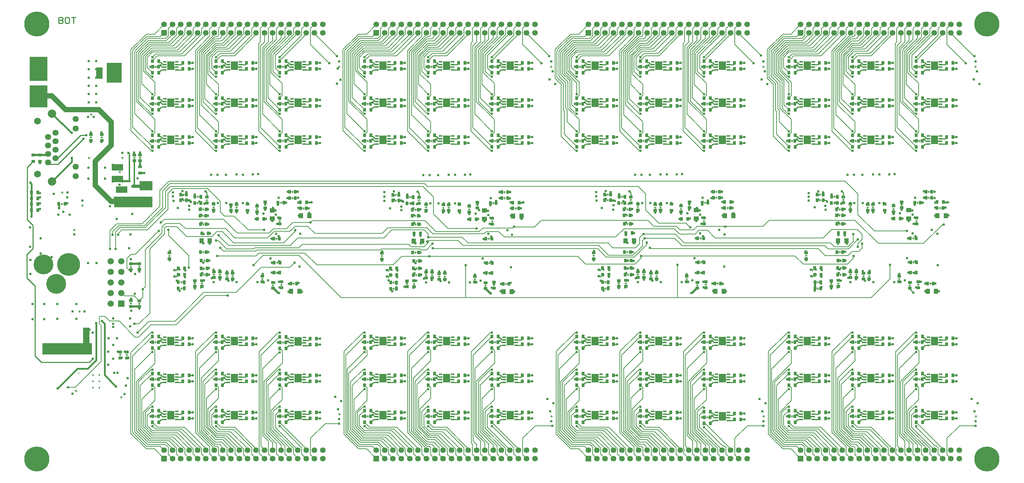
<source format=gbl>
G04*
G04 #@! TF.GenerationSoftware,Altium Limited,Altium Designer,18.1.7 (191)*
G04*
G04 Layer_Physical_Order=4*
G04 Layer_Color=16711680*
%FSLAX25Y25*%
%MOIN*%
G70*
G01*
G75*
%ADD10C,0.00787*%
%ADD13C,0.01500*%
%ADD16C,0.00500*%
%ADD17C,0.01000*%
%ADD20R,0.03500X0.03000*%
%ADD24R,0.03937X0.04921*%
%ADD26R,0.03000X0.03500*%
%ADD31R,0.03543X0.03000*%
%ADD34R,0.03000X0.03543*%
%ADD36R,0.11000X0.06299*%
%ADD47R,0.06693X0.08071*%
%ADD48R,0.03347X0.01378*%
%ADD52R,0.06299X0.11000*%
%ADD99C,0.00700*%
%ADD101C,0.02000*%
%ADD102C,0.01200*%
%ADD140C,0.06496*%
%ADD141C,0.07874*%
%ADD142C,0.05756*%
%ADD143C,0.01732*%
%ADD144C,0.21496*%
%ADD145C,0.18661*%
%ADD146C,0.23622*%
%ADD147C,0.05315*%
%ADD148R,0.05315X0.05315*%
%ADD149R,0.05906X0.05906*%
%ADD150C,0.05906*%
%ADD151C,0.02400*%
%ADD169R,0.12000X0.09000*%
%ADD170R,0.04921X0.03937*%
%ADD171C,0.05000*%
%ADD172C,0.03000*%
%ADD173R,0.06078X0.17000*%
%ADD174R,0.47000X0.11000*%
%ADD175R,0.36494X0.10040*%
%ADD176R,0.14000X0.19000*%
%ADD177R,0.17000X0.23000*%
%ADD178R,0.17000X0.21000*%
D10*
X52025Y93202D02*
G03*
X52025Y93202I-394J0D01*
G01*
D13*
X44576Y320109D02*
X45129D01*
X26489Y338196D02*
X44576Y320109D01*
X26372Y338196D02*
X26489D01*
X45126Y292934D02*
Y296559D01*
X26372Y274181D02*
X45126Y292934D01*
X50336Y97559D02*
X60198D01*
X68126Y105487D02*
Y137559D01*
X60198Y97559D02*
X68126Y105487D01*
X68126Y137559D02*
X68126Y137559D01*
X68126Y137559D02*
Y140559D01*
X31676Y78899D02*
X50336Y97559D01*
X866583Y254719D02*
X866615Y254687D01*
X871084D01*
X871117Y254654D01*
X466593Y254359D02*
X470188D01*
X470494Y254666D01*
X470738D01*
X266483Y254619D02*
X266536Y254566D01*
X271052D01*
X271105Y254513D01*
X7180Y241169D02*
Y264676D01*
X6818Y240807D02*
X7180Y241169D01*
X33132Y250067D02*
X33160Y250095D01*
Y253626D01*
X6081Y272854D02*
Y273048D01*
Y272854D02*
X7186Y271749D01*
Y263009D02*
Y271749D01*
X75922Y91403D02*
X86736Y80589D01*
X75922Y91403D02*
Y139913D01*
X73376Y142459D02*
X75922Y139913D01*
D16*
X102926Y296599D02*
X104926D01*
X103926Y295599D02*
Y297599D01*
X742376Y184619D02*
X744376D01*
X743376Y183619D02*
Y185619D01*
X542076Y184604D02*
X544076D01*
X543076Y183604D02*
Y185604D01*
X343386Y183259D02*
Y185259D01*
X342386Y184259D02*
X344386D01*
X46306Y228669D02*
X48306D01*
X47306Y227669D02*
Y229669D01*
X62356Y337549D02*
X64356D01*
X63356Y336549D02*
Y338549D01*
X124009Y381418D02*
Y383418D01*
X123009Y382418D02*
X125009D01*
X826546Y252185D02*
X828546D01*
X827546Y251185D02*
Y253185D01*
X862583Y249129D02*
X864583D01*
X863583Y248129D02*
Y250129D01*
X795312Y248687D02*
Y250687D01*
X794312Y249687D02*
X796312D01*
X784746Y185273D02*
Y187273D01*
X783746Y186273D02*
X785746D01*
X837246Y220429D02*
X839246D01*
X838246Y219429D02*
Y221429D01*
X824946Y181273D02*
Y183273D01*
X823946Y182273D02*
X825946D01*
X837696Y197720D02*
X839696D01*
X838696Y196720D02*
Y198720D01*
X819746Y247329D02*
Y249329D01*
X818746Y248329D02*
X820746D01*
X800346Y248829D02*
Y250829D01*
X799346Y249829D02*
X801346D01*
X778946Y249129D02*
Y251129D01*
X777946Y250129D02*
X779946D01*
X768146Y234129D02*
X770146D01*
X769146Y233129D02*
Y235129D01*
X768146Y207629D02*
X770146D01*
X769146Y206629D02*
Y208629D01*
X779046Y185229D02*
Y187229D01*
X778046Y186229D02*
X780046D01*
X791346Y183929D02*
Y185929D01*
X790346Y184929D02*
X792346D01*
X747390Y173229D02*
X749390D01*
X748390Y172229D02*
Y174229D01*
X834946Y175273D02*
Y177273D01*
X833946Y176273D02*
X835946D01*
X768846Y186329D02*
X770846D01*
X769846Y185329D02*
Y187329D01*
X768946Y192429D02*
X770946D01*
X769946Y191429D02*
Y193429D01*
X767946Y247829D02*
X769946D01*
X768946Y246829D02*
Y248829D01*
X767846Y242129D02*
X769846D01*
X768846Y241129D02*
Y243129D01*
X747346Y179329D02*
X749346D01*
X748346Y178329D02*
Y180329D01*
X841346Y254229D02*
X843346D01*
X842346Y253229D02*
Y255229D01*
X837446Y188229D02*
X839446D01*
X838446Y187229D02*
Y189229D01*
X842946Y175773D02*
Y177773D01*
X841946Y176773D02*
X843946D01*
X795746Y185029D02*
X797746D01*
X796746Y184029D02*
Y186029D01*
X767746Y177029D02*
Y179029D01*
X766746Y178029D02*
X768746D01*
X769046Y199629D02*
X771046D01*
X770046Y198629D02*
Y200629D01*
X841246Y236029D02*
Y238029D01*
X840246Y237029D02*
X842246D01*
X761146Y176929D02*
Y178929D01*
X760146Y177929D02*
X762146D01*
X763946Y252829D02*
Y254829D01*
X762946Y253829D02*
X764946D01*
X853146Y257729D02*
Y259729D01*
X852146Y258729D02*
X854146D01*
X772528Y255797D02*
Y257797D01*
X771528Y256797D02*
X773528D01*
X854446Y176829D02*
Y178829D01*
X853446Y177829D02*
X855446D01*
X763046Y260029D02*
X765046D01*
X764046Y259029D02*
Y261029D01*
X749546Y262029D02*
X751546D01*
X750546Y261029D02*
Y263029D01*
X852146Y264529D02*
X854146D01*
X853146Y263529D02*
Y265529D01*
X749546Y256529D02*
X751546D01*
X750546Y255529D02*
Y257529D01*
X543076Y189534D02*
Y191534D01*
X542076Y190534D02*
X544076D01*
X536946Y203070D02*
Y205070D01*
X535946Y204070D02*
X537946D01*
X109516Y295569D02*
Y297569D01*
X108516Y296569D02*
X110516D01*
X91877Y296599D02*
X93877D01*
X92877Y295599D02*
Y297599D01*
X89496Y283279D02*
X91496D01*
X90496Y282279D02*
Y284279D01*
X92752Y273319D02*
Y275319D01*
X91752Y274319D02*
X93752D01*
X35898Y251973D02*
Y253973D01*
X34898Y252973D02*
X36898D01*
X124009Y311418D02*
Y313418D01*
X123009Y312418D02*
X125009D01*
X724009Y121418D02*
Y123418D01*
X723009Y122418D02*
X725009D01*
X723009D02*
X725009D01*
X724009Y121418D02*
Y123418D01*
X342386Y190189D02*
X344386D01*
X343386Y189189D02*
Y191189D01*
X347356Y178969D02*
X349356D01*
X348356Y177969D02*
Y179969D01*
X368856Y185969D02*
X370856D01*
X369856Y184969D02*
Y186969D01*
X368956Y192069D02*
X370956D01*
X369956Y191069D02*
Y193069D01*
X368156Y233769D02*
X370156D01*
X369156Y232769D02*
Y234769D01*
X367856Y241769D02*
X369856D01*
X368856Y240769D02*
Y242769D01*
X391356Y183569D02*
Y185569D01*
X390356Y184569D02*
X392356D01*
X453456Y177469D02*
X455456D01*
X454456Y176469D02*
Y178469D01*
X452156Y258369D02*
X454156D01*
X453156Y257369D02*
Y259369D01*
X452156Y264169D02*
X454156D01*
X453156Y263169D02*
Y265169D01*
X347400Y172869D02*
X349400D01*
X348400Y171869D02*
Y173869D01*
X362956Y253469D02*
X364956D01*
X363956Y252469D02*
Y254469D01*
X367756Y176669D02*
Y178669D01*
X366756Y177669D02*
X368756D01*
X368156Y207269D02*
X370156D01*
X369156Y206269D02*
Y208269D01*
X369056Y199269D02*
X371056D01*
X370056Y198269D02*
Y200269D01*
X363056Y259669D02*
X365056D01*
X364056Y258669D02*
Y260669D01*
X384756Y184913D02*
Y186913D01*
X383756Y185913D02*
X385756D01*
X400356Y248469D02*
Y250469D01*
X399356Y249469D02*
X401356D01*
X437456Y187869D02*
X439456D01*
X438456Y186869D02*
Y188869D01*
X437256Y220069D02*
X439256D01*
X438256Y219069D02*
Y221069D01*
X441356Y253869D02*
X443356D01*
X442356Y252869D02*
Y254869D01*
X367956Y247469D02*
X369956D01*
X368956Y246469D02*
Y248469D01*
X336256Y203725D02*
X338256D01*
X337256Y202725D02*
Y204725D01*
X349556Y256169D02*
X351556D01*
X350556Y255169D02*
Y257169D01*
X372538Y255437D02*
Y257437D01*
X371538Y256437D02*
X373538D01*
X396756Y183669D02*
Y185669D01*
X395756Y184669D02*
X397756D01*
X424956Y180913D02*
Y182913D01*
X423956Y181913D02*
X425956D01*
X434956Y174913D02*
Y176913D01*
X433956Y175913D02*
X435956D01*
X442956Y175413D02*
Y177413D01*
X441956Y176413D02*
X443956D01*
X441256Y235669D02*
Y237669D01*
X440256Y236669D02*
X442256D01*
X419756Y246969D02*
Y248969D01*
X418756Y247969D02*
X420756D01*
X427556Y250825D02*
Y252825D01*
X426556Y251825D02*
X428556D01*
X462593Y248769D02*
X464593D01*
X463593Y247769D02*
Y249769D01*
X349556Y261669D02*
X351556D01*
X350556Y260669D02*
Y262669D01*
X379056Y184869D02*
Y186869D01*
X378056Y185869D02*
X380056D01*
X361156Y176569D02*
Y178569D01*
X360156Y177569D02*
X362156D01*
X378956Y248769D02*
Y250769D01*
X377956Y249769D02*
X379956D01*
X395322Y248327D02*
Y250327D01*
X394322Y249327D02*
X396322D01*
X437706Y197360D02*
X439706D01*
X438706Y196360D02*
Y198360D01*
X495985Y382676D02*
X497985D01*
X496985Y381676D02*
Y383676D01*
X324009Y311418D02*
Y313418D01*
X323009Y312418D02*
X325009D01*
X724009Y311418D02*
Y313418D01*
X723009Y312418D02*
X725009D01*
X324009Y346418D02*
Y348418D01*
X323009Y347418D02*
X325009D01*
X524009Y346418D02*
Y348418D01*
X523009Y347418D02*
X525009D01*
X724009Y346418D02*
Y348418D01*
X723009Y347418D02*
X725009D01*
X324009Y381418D02*
Y383418D01*
X323009Y382418D02*
X325009D01*
X524009Y381418D02*
Y383418D01*
X523009Y382418D02*
X525009D01*
X724009Y381418D02*
Y383418D01*
X723009Y382418D02*
X725009D01*
X384009Y311418D02*
Y313418D01*
X383009Y312418D02*
X385009D01*
X584009Y311418D02*
Y313418D01*
X583009Y312418D02*
X585009D01*
X784009Y311418D02*
Y313418D01*
X783009Y312418D02*
X785009D01*
X384009Y346418D02*
Y348418D01*
X383009Y347418D02*
X385009D01*
X584009Y346418D02*
Y348418D01*
X583009Y347418D02*
X585009D01*
X784009Y346418D02*
Y348418D01*
X783009Y347418D02*
X785009D01*
X384009Y381418D02*
Y383418D01*
X383009Y382418D02*
X385009D01*
X584009Y381418D02*
Y383418D01*
X583009Y382418D02*
X585009D01*
X784009Y381418D02*
Y383418D01*
X783009Y382418D02*
X785009D01*
X444009Y311418D02*
Y313418D01*
X443009Y312418D02*
X445009D01*
X644009Y311418D02*
Y313418D01*
X643009Y312418D02*
X645009D01*
X844009Y311418D02*
Y313418D01*
X843009Y312418D02*
X845009D01*
X444009Y346418D02*
Y348418D01*
X443009Y347418D02*
X445009D01*
X644009Y346418D02*
Y348418D01*
X643009Y347418D02*
X645009D01*
X844009Y346418D02*
Y348418D01*
X843009Y347418D02*
X845009D01*
X444009Y381418D02*
Y383418D01*
X443009Y382418D02*
X445009D01*
X644009Y381418D02*
Y383418D01*
X643009Y382418D02*
X645009D01*
X844009Y381418D02*
Y383418D01*
X843009Y382418D02*
X845009D01*
X324009Y121418D02*
Y123418D01*
X323009Y122418D02*
X325009D01*
X524009Y121418D02*
Y123418D01*
X523009Y122418D02*
X525009D01*
X324009Y86418D02*
Y88418D01*
X323009Y87418D02*
X325009D01*
X524009Y86418D02*
Y88418D01*
X523009Y87418D02*
X525009D01*
X724009Y86418D02*
Y88418D01*
X723009Y87418D02*
X725009D01*
X323009Y52418D02*
X325009D01*
X324009Y51418D02*
Y53418D01*
X523009Y52418D02*
X525009D01*
X524009Y51418D02*
Y53418D01*
X723009Y52418D02*
X725009D01*
X724009Y51418D02*
Y53418D01*
X384009Y121418D02*
Y123418D01*
X383009Y122418D02*
X385009D01*
X584009Y121418D02*
Y123418D01*
X583009Y122418D02*
X585009D01*
X784009Y121418D02*
Y123418D01*
X783009Y122418D02*
X785009D01*
X384009Y86418D02*
Y88418D01*
X383009Y87418D02*
X385009D01*
X584009Y86418D02*
Y88418D01*
X583009Y87418D02*
X585009D01*
X784009Y86418D02*
Y88418D01*
X783009Y87418D02*
X785009D01*
X384009Y51418D02*
Y53418D01*
X383009Y52418D02*
X385009D01*
X584009Y51418D02*
Y53418D01*
X583009Y52418D02*
X585009D01*
X784009Y51418D02*
Y53418D01*
X783009Y52418D02*
X785009D01*
X444009Y121418D02*
Y123418D01*
X443009Y122418D02*
X445009D01*
X644009Y121418D02*
Y123418D01*
X643009Y122418D02*
X645009D01*
X844009Y121418D02*
Y123418D01*
X843009Y122418D02*
X845009D01*
X444009Y86418D02*
Y88418D01*
X443009Y87418D02*
X445009D01*
X644009Y86418D02*
Y88418D01*
X643009Y87418D02*
X645009D01*
X844009Y86418D02*
Y88418D01*
X843009Y87418D02*
X845009D01*
X444009Y51418D02*
Y53418D01*
X443009Y52418D02*
X445009D01*
X644009Y50418D02*
Y52418D01*
X643009Y51418D02*
X645009D01*
X844009D02*
Y53418D01*
X843009Y52418D02*
X845009D01*
X524009Y311418D02*
Y313418D01*
X523009Y312418D02*
X525009D01*
X143276Y183519D02*
Y185519D01*
X142276Y184519D02*
X144276D01*
X143276Y189449D02*
Y191449D01*
X142276Y190449D02*
X144276D01*
X137146Y202985D02*
Y204985D01*
X136146Y203985D02*
X138146D01*
X123009Y87418D02*
X125009D01*
X124009Y86418D02*
Y88418D01*
X123009Y122418D02*
X125009D01*
X124009Y121418D02*
Y123418D01*
X123009Y52418D02*
X125009D01*
X124009Y51418D02*
Y53418D01*
X183009Y122418D02*
X185009D01*
X184009Y121418D02*
Y123418D01*
X183009Y87418D02*
X185009D01*
X184009Y86418D02*
Y88418D01*
X183009Y52418D02*
X185009D01*
X184009Y51418D02*
Y53418D01*
X243126Y122059D02*
X245126D01*
X244126Y121059D02*
Y123059D01*
X243009Y87418D02*
X245009D01*
X244009Y86418D02*
Y88418D01*
X243009Y52418D02*
X245009D01*
X244009Y51418D02*
Y53418D01*
X123009Y122418D02*
X125009D01*
X124009Y121418D02*
Y123418D01*
X297267Y53442D02*
Y55442D01*
X296267Y54442D02*
X298267D01*
X243009Y52418D02*
X245009D01*
X244009Y51418D02*
Y53418D01*
X243009Y87418D02*
X245009D01*
X244009Y86418D02*
Y88418D01*
X243126Y122059D02*
X245126D01*
X244126Y121059D02*
Y123059D01*
X183009Y52418D02*
X185009D01*
X184009Y51418D02*
Y53418D01*
X183009Y87418D02*
X185009D01*
X184009Y86418D02*
Y88418D01*
X183009Y122418D02*
X185009D01*
X184009Y121418D02*
Y123418D01*
X123009Y52418D02*
X125009D01*
X124009Y51418D02*
Y53418D01*
X123009Y87418D02*
X125009D01*
X124009Y86418D02*
Y88418D01*
X184009Y381418D02*
Y383418D01*
X183009Y382418D02*
X185009D01*
X123009Y312418D02*
X125009D01*
X124009Y311418D02*
Y313418D01*
X243009Y312418D02*
X245009D01*
X244009Y311418D02*
Y313418D01*
X123009Y382418D02*
X125009D01*
X124009Y381418D02*
Y383418D01*
X243009Y382418D02*
X245009D01*
X244009Y381418D02*
Y383418D01*
X123009Y347418D02*
X125009D01*
X124009Y346418D02*
Y348418D01*
X243009Y347418D02*
X245009D01*
X244009Y346418D02*
Y348418D01*
X183009Y312418D02*
X185009D01*
X184009Y311418D02*
Y313418D01*
X183009Y382418D02*
X185009D01*
X184009Y381418D02*
Y383418D01*
X183009Y347418D02*
X185009D01*
X184009Y346418D02*
Y348418D01*
X243009Y312418D02*
X245009D01*
X244009Y311418D02*
Y313418D01*
X243009Y382418D02*
X245009D01*
X244009Y381418D02*
Y383418D01*
X123009Y347418D02*
X125009D01*
X124009Y346418D02*
Y348418D01*
X243009Y347418D02*
X245009D01*
X244009Y346418D02*
Y348418D01*
X183009Y312418D02*
X185009D01*
X184009Y311418D02*
Y313418D01*
X296985Y381676D02*
Y383676D01*
X295985Y382676D02*
X297985D01*
X183009Y347418D02*
X185009D01*
X184009Y346418D02*
Y348418D01*
X723009Y312418D02*
X725009D01*
X724009Y311418D02*
Y313418D01*
X523009Y312418D02*
X525009D01*
X524009Y311418D02*
Y313418D01*
X323009Y312418D02*
X325009D01*
X324009Y311418D02*
Y313418D01*
X897267Y51442D02*
Y53442D01*
X896267Y52442D02*
X898267D01*
X697267Y51442D02*
Y53442D01*
X696267Y52442D02*
X698267D01*
X497267Y51442D02*
Y53442D01*
X496267Y52442D02*
X498267D01*
X843009Y52418D02*
X845009D01*
X844009Y51418D02*
Y53418D01*
X643009Y51418D02*
X645009D01*
X644009Y50418D02*
Y52418D01*
X443009D02*
X445009D01*
X444009Y51418D02*
Y53418D01*
X843009Y87418D02*
X845009D01*
X844009Y86418D02*
Y88418D01*
X643009Y87418D02*
X645009D01*
X644009Y86418D02*
Y88418D01*
X443009Y87418D02*
X445009D01*
X444009Y86418D02*
Y88418D01*
X843009Y122418D02*
X845009D01*
X844009Y121418D02*
Y123418D01*
X643009Y122418D02*
X645009D01*
X644009Y121418D02*
Y123418D01*
X443009Y122418D02*
X445009D01*
X444009Y121418D02*
Y123418D01*
X783009Y52418D02*
X785009D01*
X784009Y51418D02*
Y53418D01*
X583009Y52418D02*
X585009D01*
X584009Y51418D02*
Y53418D01*
X383009Y52418D02*
X385009D01*
X384009Y51418D02*
Y53418D01*
X783009Y87418D02*
X785009D01*
X784009Y86418D02*
Y88418D01*
X583009Y87418D02*
X585009D01*
X584009Y86418D02*
Y88418D01*
X383009Y87418D02*
X385009D01*
X384009Y86418D02*
Y88418D01*
X783009Y122418D02*
X785009D01*
X784009Y121418D02*
Y123418D01*
X583009Y122418D02*
X585009D01*
X584009Y121418D02*
Y123418D01*
X383009Y122418D02*
X385009D01*
X384009Y121418D02*
Y123418D01*
X723009Y52418D02*
X725009D01*
X724009Y51418D02*
Y53418D01*
X523009Y52418D02*
X525009D01*
X524009Y51418D02*
Y53418D01*
X323009Y52418D02*
X325009D01*
X324009Y51418D02*
Y53418D01*
X723009Y87418D02*
X725009D01*
X724009Y86418D02*
Y88418D01*
X523009Y87418D02*
X525009D01*
X524009Y86418D02*
Y88418D01*
X323009Y87418D02*
X325009D01*
X324009Y86418D02*
Y88418D01*
X523009Y122418D02*
X525009D01*
X524009Y121418D02*
Y123418D01*
X323009Y122418D02*
X325009D01*
X324009Y121418D02*
Y123418D01*
X896985Y381676D02*
Y383676D01*
X895985Y382676D02*
X897985D01*
X696985Y381676D02*
Y383676D01*
X695985Y382676D02*
X697985D01*
X843009Y382418D02*
X845009D01*
X844009Y381418D02*
Y383418D01*
X643009Y382418D02*
X645009D01*
X644009Y381418D02*
Y383418D01*
X443009Y382418D02*
X445009D01*
X444009Y381418D02*
Y383418D01*
X843009Y347418D02*
X845009D01*
X844009Y346418D02*
Y348418D01*
X643009Y347418D02*
X645009D01*
X644009Y346418D02*
Y348418D01*
X443009Y347418D02*
X445009D01*
X444009Y346418D02*
Y348418D01*
X843009Y312418D02*
X845009D01*
X844009Y311418D02*
Y313418D01*
X643009Y312418D02*
X645009D01*
X644009Y311418D02*
Y313418D01*
X443009Y312418D02*
X445009D01*
X444009Y311418D02*
Y313418D01*
X783009Y382418D02*
X785009D01*
X784009Y381418D02*
Y383418D01*
X583009Y382418D02*
X585009D01*
X584009Y381418D02*
Y383418D01*
X383009Y382418D02*
X385009D01*
X384009Y381418D02*
Y383418D01*
X783009Y347418D02*
X785009D01*
X784009Y346418D02*
Y348418D01*
X583009Y347418D02*
X585009D01*
X584009Y346418D02*
Y348418D01*
X383009Y347418D02*
X385009D01*
X384009Y346418D02*
Y348418D01*
X783009Y312418D02*
X785009D01*
X784009Y311418D02*
Y313418D01*
X583009Y312418D02*
X585009D01*
X584009Y311418D02*
Y313418D01*
X383009Y312418D02*
X385009D01*
X384009Y311418D02*
Y313418D01*
X723009Y382418D02*
X725009D01*
X724009Y381418D02*
Y383418D01*
X523009Y382418D02*
X525009D01*
X524009Y381418D02*
Y383418D01*
X323009Y382418D02*
X325009D01*
X324009Y381418D02*
Y383418D01*
X723009Y347418D02*
X725009D01*
X724009Y346418D02*
Y348418D01*
X523009Y347418D02*
X525009D01*
X524009Y346418D02*
Y348418D01*
X323009Y347418D02*
X325009D01*
X324009Y346418D02*
Y348418D01*
X100836Y158093D02*
Y160093D01*
X99836Y159093D02*
X101836D01*
X100846Y192625D02*
Y194625D01*
X99846Y193625D02*
X101846D01*
X108806Y157849D02*
Y159849D01*
X107806Y158849D02*
X109806D01*
X108706Y192839D02*
Y194839D01*
X107706Y193839D02*
X109706D01*
X262483Y249029D02*
X264483D01*
X263483Y248029D02*
Y250029D01*
X195212Y248587D02*
Y250587D01*
X194212Y249587D02*
X196212D01*
X184646Y185173D02*
Y187173D01*
X183646Y186173D02*
X185646D01*
X237146Y220329D02*
X239146D01*
X238146Y219329D02*
Y221329D01*
X224846Y181173D02*
Y183173D01*
X223846Y182173D02*
X225846D01*
X237596Y197620D02*
X239596D01*
X238596Y196620D02*
Y198620D01*
X219646Y247229D02*
Y249229D01*
X218646Y248229D02*
X220646D01*
X200246Y248729D02*
Y250729D01*
X199246Y249729D02*
X201246D01*
X178846Y249029D02*
Y251029D01*
X177846Y250029D02*
X179846D01*
X168046Y234029D02*
X170046D01*
X169046Y233029D02*
Y235029D01*
X168046Y207529D02*
X170046D01*
X169046Y206529D02*
Y208529D01*
X178946Y185129D02*
Y187129D01*
X177946Y186129D02*
X179946D01*
X191246Y183829D02*
Y185829D01*
X190246Y184829D02*
X192246D01*
X147290Y173129D02*
X149290D01*
X148290Y172129D02*
Y174129D01*
X234846Y175173D02*
Y177173D01*
X233846Y176173D02*
X235846D01*
X168746Y186229D02*
X170746D01*
X169746Y185229D02*
Y187229D01*
X168846Y192329D02*
X170846D01*
X169846Y191329D02*
Y193329D01*
X167846Y247729D02*
X169846D01*
X168846Y246729D02*
Y248729D01*
X167746Y242029D02*
X169746D01*
X168746Y241029D02*
Y243029D01*
X147246Y179229D02*
X149246D01*
X148246Y178229D02*
Y180229D01*
X241246Y254129D02*
X243246D01*
X242246Y253129D02*
Y255129D01*
X237346Y188129D02*
X239346D01*
X238346Y187129D02*
Y189129D01*
X242846Y175673D02*
Y177673D01*
X241846Y176673D02*
X243846D01*
X196646Y183929D02*
Y185929D01*
X195646Y184929D02*
X197646D01*
X167646Y176929D02*
Y178929D01*
X166646Y177929D02*
X168646D01*
X168946Y199529D02*
X170946D01*
X169946Y198529D02*
Y200529D01*
X241146Y235929D02*
Y237929D01*
X240146Y236929D02*
X242146D01*
X161046Y176829D02*
Y178829D01*
X160046Y177829D02*
X162046D01*
X162846Y253729D02*
X164846D01*
X163846Y252729D02*
Y254729D01*
X252046Y258629D02*
X254046D01*
X253046Y257629D02*
Y259629D01*
X172428Y255697D02*
Y257697D01*
X171428Y256697D02*
X173428D01*
X253346Y177729D02*
X255346D01*
X254346Y176729D02*
Y178729D01*
X162946Y259929D02*
X164946D01*
X163946Y258929D02*
Y260929D01*
X149446Y261929D02*
X151446D01*
X150446Y260929D02*
Y262929D01*
X252046Y264429D02*
X254046D01*
X253046Y263429D02*
Y265429D01*
X227446Y251085D02*
Y253085D01*
X226446Y252085D02*
X228446D01*
X149446Y256429D02*
X151446D01*
X150446Y255429D02*
Y257429D01*
X663283Y248114D02*
Y250114D01*
X662283Y249114D02*
X664283D01*
X594012Y249672D02*
X596012D01*
X595012Y248672D02*
Y250672D01*
X583446Y186258D02*
X585446D01*
X584446Y185258D02*
Y187258D01*
X637946Y219414D02*
Y221414D01*
X636946Y220414D02*
X638946D01*
X623646Y182258D02*
X625646D01*
X624646Y181258D02*
Y183258D01*
X638396Y196705D02*
Y198705D01*
X637396Y197705D02*
X639396D01*
X618446Y248314D02*
X620446D01*
X619446Y247314D02*
Y249314D01*
X599046Y249814D02*
X601046D01*
X600046Y248814D02*
Y250814D01*
X577646Y250114D02*
X579646D01*
X578646Y249114D02*
Y251114D01*
X568846Y233114D02*
Y235114D01*
X567846Y234114D02*
X569846D01*
X568846Y206614D02*
Y208614D01*
X567846Y207614D02*
X569846D01*
X577746Y186214D02*
X579746D01*
X578746Y185214D02*
Y187214D01*
X590046Y184914D02*
X592046D01*
X591046Y183914D02*
Y185914D01*
X548090Y172214D02*
Y174214D01*
X547090Y173214D02*
X549090D01*
X633646Y176258D02*
X635646D01*
X634646Y175258D02*
Y177258D01*
X569546Y185314D02*
Y187314D01*
X568546Y186314D02*
X570546D01*
X569646Y191414D02*
Y193414D01*
X568646Y192414D02*
X570646D01*
X568646Y246814D02*
Y248814D01*
X567646Y247814D02*
X569646D01*
X568546Y241114D02*
Y243114D01*
X567546Y242114D02*
X569546D01*
X548046Y178314D02*
Y180314D01*
X547046Y179314D02*
X549046D01*
X642046Y253214D02*
Y255214D01*
X641046Y254214D02*
X643046D01*
X638146Y187214D02*
Y189214D01*
X637146Y188214D02*
X639146D01*
X641646Y176758D02*
X643646D01*
X642646Y175758D02*
Y177758D01*
X595446Y185014D02*
X597446D01*
X596446Y184014D02*
Y186014D01*
X566446Y178014D02*
X568446D01*
X567446Y177014D02*
Y179014D01*
X569746Y198614D02*
Y200614D01*
X568746Y199614D02*
X570746D01*
X639946Y237014D02*
X641946D01*
X640946Y236014D02*
Y238014D01*
X559846Y177914D02*
X561846D01*
X560846Y176914D02*
Y178914D01*
X563646Y252814D02*
Y254814D01*
X562646Y253814D02*
X564646D01*
X652846Y257714D02*
Y259714D01*
X651846Y258714D02*
X653846D01*
X571228Y256782D02*
X573228D01*
X572228Y255782D02*
Y257782D01*
X654146Y176814D02*
Y178814D01*
X653146Y177814D02*
X655146D01*
X563746Y259014D02*
Y261014D01*
X562746Y260014D02*
X564746D01*
X550246Y261014D02*
Y263014D01*
X549246Y262014D02*
X551246D01*
X652846Y263514D02*
Y265514D01*
X651846Y264514D02*
X653846D01*
X626246Y252170D02*
X628246D01*
X627246Y251170D02*
Y253170D01*
X550246Y255514D02*
Y257514D01*
X549246Y256514D02*
X551246D01*
X742376Y190549D02*
X744376D01*
X743376Y189549D02*
Y191549D01*
X36160Y262889D02*
Y264889D01*
X35160Y263889D02*
X37160D01*
X63126Y314709D02*
Y316709D01*
X62126Y315709D02*
X64126D01*
X73366Y314709D02*
Y316709D01*
X72366Y315709D02*
X74366D01*
X55116Y250499D02*
Y252499D01*
X54116Y251499D02*
X56116D01*
X51350Y151549D02*
X53350D01*
X52350Y150549D02*
Y152549D01*
X47976Y76499D02*
X49976D01*
X48976Y75499D02*
Y77499D01*
X62132Y133699D02*
Y135699D01*
X61132Y134699D02*
X63132D01*
X91576Y69699D02*
Y71699D01*
X90576Y70699D02*
X92576D01*
X95976Y110399D02*
X97976D01*
X96976Y109399D02*
Y111399D01*
X89698Y110399D02*
X91698D01*
X90698Y109399D02*
Y111399D01*
X736246Y204085D02*
X738246D01*
X737246Y203085D02*
Y205085D01*
X61246Y295669D02*
Y297669D01*
X60246Y296669D02*
X62246D01*
X71952Y295489D02*
Y297489D01*
X70952Y296489D02*
X72952D01*
D17*
X188609Y348718D02*
X188988D01*
X128609D02*
X128988D01*
X826291Y179081D02*
X826466D01*
X827392Y252731D02*
Y253032D01*
X728609Y123718D02*
X728988D01*
X728609D02*
X728988D01*
X727009Y127668D02*
Y127918D01*
X728009Y126668D02*
X729053D01*
X727009Y127668D02*
X728009Y126668D01*
X732520Y122307D02*
X732709Y122118D01*
X732520Y122307D02*
X732709Y122118D01*
X739697D02*
X744126D01*
X727009Y116918D02*
Y117168D01*
X729400Y119559D01*
X732520Y124866D02*
X732709Y124677D01*
X729400Y119559D02*
X732709D01*
X728988Y123718D02*
X730399Y122307D01*
X728988Y123718D02*
X730399Y122307D01*
X732520D01*
X730399D02*
X732520D01*
X738417Y123398D02*
X739697Y122118D01*
X744126Y119559D02*
X748750D01*
X744126Y124677D02*
X748418D01*
X729053Y126668D02*
X730855Y124866D01*
X732520D01*
X344536Y185949D02*
X346406D01*
X372538Y259193D02*
Y263187D01*
X371156Y264569D02*
X372538Y263187D01*
X355709Y316218D02*
X359109D01*
X355709Y310518D02*
X359109D01*
X339697Y312118D02*
X344126D01*
X338417Y313398D02*
X339697Y312118D01*
X329400Y309559D02*
X332709D01*
X344126D02*
X348750D01*
X330855Y314866D02*
X332520D01*
X332709Y314677D01*
X348418D02*
X349709Y315968D01*
X344126Y314677D02*
X348418D01*
X332520Y312307D02*
X332709Y312118D01*
X330399Y312307D02*
X332520D01*
X349709Y315968D02*
Y316218D01*
X327009Y307168D02*
X329400Y309559D01*
X329053Y316668D02*
X330855Y314866D01*
X328009Y316668D02*
X329053D01*
X327009Y317668D02*
X328009Y316668D01*
X348750Y309559D02*
X349709Y310518D01*
X327009Y317668D02*
Y317918D01*
X328988Y313718D02*
X330399Y312307D01*
X328609Y313718D02*
X328988D01*
X327009Y306918D02*
Y307168D01*
X739697Y312118D02*
X744126D01*
X738417Y313398D02*
X739697Y312118D01*
X729400Y309559D02*
X732709D01*
X727009Y307168D02*
X729400Y309559D01*
X727009Y306918D02*
Y307168D01*
X748750Y309559D02*
X749709Y310518D01*
X744126Y309559D02*
X748750D01*
X755709Y310518D02*
X759109D01*
X730855Y314866D02*
X732520D01*
X729053Y316668D02*
X730855Y314866D01*
X732520D02*
X732709Y314677D01*
X728009Y316668D02*
X729053D01*
X727009Y317668D02*
Y317918D01*
Y317668D02*
X728009Y316668D01*
X748418Y314677D02*
X749709Y315968D01*
Y316218D01*
X744126Y314677D02*
X748418D01*
X755709Y316218D02*
X759109D01*
X728988Y313718D02*
X730399Y312307D01*
X732520D02*
X732709Y312118D01*
X730399Y312307D02*
X732520D01*
X728609Y313718D02*
X728988D01*
X339697Y347118D02*
X344126D01*
X338417Y348398D02*
X339697Y347118D01*
X329400Y344559D02*
X332709D01*
X327009Y342168D02*
X329400Y344559D01*
X327009Y341918D02*
Y342168D01*
X348750Y344559D02*
X349709Y345518D01*
X344126Y344559D02*
X348750D01*
X355709Y345518D02*
X359109D01*
X330855Y349866D02*
X332520D01*
X329053Y351668D02*
X330855Y349866D01*
X332520D02*
X332709Y349677D01*
X328009Y351668D02*
X329053D01*
X327009Y352668D02*
Y352918D01*
Y352668D02*
X328009Y351668D01*
X348418Y349677D02*
X349709Y350968D01*
Y351218D01*
X344126Y349677D02*
X348418D01*
X355709Y351218D02*
X359109D01*
X328988Y348718D02*
X330399Y347307D01*
X332520D02*
X332709Y347118D01*
X330399Y347307D02*
X332520D01*
X328609Y348718D02*
X328988D01*
X539697Y347118D02*
X544126D01*
X538417Y348398D02*
X539697Y347118D01*
X529400Y344559D02*
X532709D01*
X527009Y342168D02*
X529400Y344559D01*
X527009Y341918D02*
Y342168D01*
X548750Y344559D02*
X549709Y345518D01*
X544126Y344559D02*
X548750D01*
X555709Y345518D02*
X559109D01*
X530855Y349866D02*
X532520D01*
X529053Y351668D02*
X530855Y349866D01*
X532520D02*
X532709Y349677D01*
X528009Y351668D02*
X529053D01*
X527009Y352668D02*
Y352918D01*
Y352668D02*
X528009Y351668D01*
X548418Y349677D02*
X549709Y350968D01*
Y351218D01*
X544126Y349677D02*
X548418D01*
X555709Y351218D02*
X559109D01*
X528988Y348718D02*
X530399Y347307D01*
X532520D02*
X532709Y347118D01*
X530399Y347307D02*
X532520D01*
X528609Y348718D02*
X528988D01*
X739697Y347118D02*
X744126D01*
X738417Y348398D02*
X739697Y347118D01*
X729400Y344559D02*
X732709D01*
X727009Y342168D02*
X729400Y344559D01*
X727009Y341918D02*
Y342168D01*
X748750Y344559D02*
X749709Y345518D01*
X744126Y344559D02*
X748750D01*
X755709Y345518D02*
X759109D01*
X730855Y349866D02*
X732520D01*
X729053Y351668D02*
X730855Y349866D01*
X732520D02*
X732709Y349677D01*
X728009Y351668D02*
X729053D01*
X727009Y352668D02*
Y352918D01*
Y352668D02*
X728009Y351668D01*
X748418Y349677D02*
X749709Y350968D01*
Y351218D01*
X744126Y349677D02*
X748418D01*
X755709Y351218D02*
X759109D01*
X728988Y348718D02*
X730399Y347307D01*
X732520D02*
X732709Y347118D01*
X730399Y347307D02*
X732520D01*
X728609Y348718D02*
X728988D01*
X339697Y382118D02*
X344126D01*
X338417Y383398D02*
X339697Y382118D01*
X329400Y379559D02*
X332709D01*
X327009Y377168D02*
X329400Y379559D01*
X327009Y376918D02*
Y377168D01*
X348750Y379559D02*
X349709Y380518D01*
X344126Y379559D02*
X348750D01*
X355709Y380518D02*
X359109D01*
X330855Y384866D02*
X332520D01*
X329053Y386668D02*
X330855Y384866D01*
X332520D02*
X332709Y384677D01*
X328009Y386668D02*
X329053D01*
X327009Y387668D02*
Y387918D01*
Y387668D02*
X328009Y386668D01*
X348418Y384677D02*
X349709Y385968D01*
Y386218D01*
X344126Y384677D02*
X348418D01*
X355709Y386218D02*
X359109D01*
X328988Y383718D02*
X330399Y382307D01*
X332520D02*
X332709Y382118D01*
X330399Y382307D02*
X332520D01*
X328609Y383718D02*
X328988D01*
X539697Y382118D02*
X544126D01*
X538417Y383398D02*
X539697Y382118D01*
X529400Y379559D02*
X532709D01*
X527009Y377168D02*
X529400Y379559D01*
X527009Y376918D02*
Y377168D01*
X548750Y379559D02*
X549709Y380518D01*
X544126Y379559D02*
X548750D01*
X555709Y380518D02*
X559109D01*
X530855Y384866D02*
X532520D01*
X529053Y386668D02*
X530855Y384866D01*
X532520D02*
X532709Y384677D01*
X528009Y386668D02*
X529053D01*
X527009Y387668D02*
Y387918D01*
Y387668D02*
X528009Y386668D01*
X548418Y384677D02*
X549709Y385968D01*
Y386218D01*
X544126Y384677D02*
X548418D01*
X555709Y386218D02*
X559109D01*
X528988Y383718D02*
X530399Y382307D01*
X532520D02*
X532709Y382118D01*
X530399Y382307D02*
X532520D01*
X528609Y383718D02*
X528988D01*
X739697Y382118D02*
X744126D01*
X738417Y383398D02*
X739697Y382118D01*
X729400Y379559D02*
X732709D01*
X727009Y377168D02*
X729400Y379559D01*
X727009Y376918D02*
Y377168D01*
X748750Y379559D02*
X749709Y380518D01*
X744126Y379559D02*
X748750D01*
X755709Y380518D02*
X759109D01*
X730855Y384866D02*
X732520D01*
X729053Y386668D02*
X730855Y384866D01*
X732520D02*
X732709Y384677D01*
X728009Y386668D02*
X729053D01*
X727009Y387668D02*
Y387918D01*
Y387668D02*
X728009Y386668D01*
X748418Y384677D02*
X749709Y385968D01*
Y386218D01*
X744126Y384677D02*
X748418D01*
X755709Y386218D02*
X759109D01*
X728988Y383718D02*
X730399Y382307D01*
X732520D02*
X732709Y382118D01*
X730399Y382307D02*
X732520D01*
X728609Y383718D02*
X728988D01*
X399697Y312118D02*
X404126D01*
X398417Y313398D02*
X399697Y312118D01*
X389400Y309559D02*
X392709D01*
X387009Y307168D02*
X389400Y309559D01*
X387009Y306918D02*
Y307168D01*
X408750Y309559D02*
X409709Y310518D01*
X404126Y309559D02*
X408750D01*
X415709Y310518D02*
X419109D01*
X390855Y314866D02*
X392520D01*
X389053Y316668D02*
X390855Y314866D01*
X392520D02*
X392709Y314677D01*
X388009Y316668D02*
X389053D01*
X387009Y317668D02*
Y317918D01*
Y317668D02*
X388009Y316668D01*
X408418Y314677D02*
X409709Y315968D01*
Y316218D01*
X404126Y314677D02*
X408418D01*
X415709Y316218D02*
X419109D01*
X388987Y313718D02*
X390399Y312307D01*
X392520D02*
X392709Y312118D01*
X390399Y312307D02*
X392520D01*
X388609Y313718D02*
X388987D01*
X599697Y312118D02*
X604126D01*
X598417Y313398D02*
X599697Y312118D01*
X589400Y309559D02*
X592709D01*
X587009Y307168D02*
X589400Y309559D01*
X587009Y306918D02*
Y307168D01*
X608750Y309559D02*
X609709Y310518D01*
X604126Y309559D02*
X608750D01*
X615709Y310518D02*
X619109D01*
X590855Y314866D02*
X592520D01*
X589053Y316668D02*
X590855Y314866D01*
X592520D02*
X592709Y314677D01*
X588009Y316668D02*
X589053D01*
X587009Y317668D02*
Y317918D01*
Y317668D02*
X588009Y316668D01*
X608418Y314677D02*
X609709Y315968D01*
Y316218D01*
X604126Y314677D02*
X608418D01*
X615709Y316218D02*
X619109D01*
X588987Y313718D02*
X590399Y312307D01*
X592520D02*
X592709Y312118D01*
X590399Y312307D02*
X592520D01*
X588609Y313718D02*
X588987D01*
X799697Y312118D02*
X804126D01*
X798417Y313398D02*
X799697Y312118D01*
X789400Y309559D02*
X792709D01*
X787009Y307168D02*
X789400Y309559D01*
X787009Y306918D02*
Y307168D01*
X808750Y309559D02*
X809709Y310518D01*
X804126Y309559D02*
X808750D01*
X815709Y310518D02*
X819109D01*
X790855Y314866D02*
X792520D01*
X789053Y316668D02*
X790855Y314866D01*
X792520D02*
X792709Y314677D01*
X788009Y316668D02*
X789053D01*
X787009Y317668D02*
Y317918D01*
Y317668D02*
X788009Y316668D01*
X808418Y314677D02*
X809709Y315968D01*
Y316218D01*
X804126Y314677D02*
X808418D01*
X815709Y316218D02*
X819109D01*
X788987Y313718D02*
X790399Y312307D01*
X792520D02*
X792709Y312118D01*
X790399Y312307D02*
X792520D01*
X788609Y313718D02*
X788987D01*
X399697Y347118D02*
X404126D01*
X398417Y348398D02*
X399697Y347118D01*
X389400Y344559D02*
X392709D01*
X387009Y342168D02*
X389400Y344559D01*
X387009Y341918D02*
Y342168D01*
X408750Y344559D02*
X409709Y345518D01*
X404126Y344559D02*
X408750D01*
X415709Y345518D02*
X419109D01*
X390855Y349866D02*
X392520D01*
X389053Y351668D02*
X390855Y349866D01*
X392520D02*
X392709Y349677D01*
X388009Y351668D02*
X389053D01*
X387009Y352668D02*
Y352918D01*
Y352668D02*
X388009Y351668D01*
X408418Y349677D02*
X409709Y350968D01*
Y351218D01*
X404126Y349677D02*
X408418D01*
X415709Y351218D02*
X419109D01*
X388987Y348718D02*
X390399Y347307D01*
X392520D02*
X392709Y347118D01*
X390399Y347307D02*
X392520D01*
X388609Y348718D02*
X388987D01*
X599697Y347118D02*
X604126D01*
X598417Y348398D02*
X599697Y347118D01*
X589400Y344559D02*
X592709D01*
X587009Y342168D02*
X589400Y344559D01*
X587009Y341918D02*
Y342168D01*
X608750Y344559D02*
X609709Y345518D01*
X604126Y344559D02*
X608750D01*
X615709Y345518D02*
X619109D01*
X590855Y349866D02*
X592520D01*
X589053Y351668D02*
X590855Y349866D01*
X592520D02*
X592709Y349677D01*
X588009Y351668D02*
X589053D01*
X587009Y352668D02*
Y352918D01*
Y352668D02*
X588009Y351668D01*
X608418Y349677D02*
X609709Y350968D01*
Y351218D01*
X604126Y349677D02*
X608418D01*
X615709Y351218D02*
X619109D01*
X588987Y348718D02*
X590399Y347307D01*
X592520D02*
X592709Y347118D01*
X590399Y347307D02*
X592520D01*
X588609Y348718D02*
X588987D01*
X799697Y347118D02*
X804126D01*
X798417Y348398D02*
X799697Y347118D01*
X789400Y344559D02*
X792709D01*
X787009Y342168D02*
X789400Y344559D01*
X787009Y341918D02*
Y342168D01*
X808750Y344559D02*
X809709Y345518D01*
X804126Y344559D02*
X808750D01*
X815709Y345518D02*
X819109D01*
X790855Y349866D02*
X792520D01*
X789053Y351668D02*
X790855Y349866D01*
X792520D02*
X792709Y349677D01*
X788009Y351668D02*
X789053D01*
X787009Y352668D02*
Y352918D01*
Y352668D02*
X788009Y351668D01*
X808418Y349677D02*
X809709Y350968D01*
Y351218D01*
X804126Y349677D02*
X808418D01*
X815709Y351218D02*
X819109D01*
X788987Y348718D02*
X790399Y347307D01*
X792520D02*
X792709Y347118D01*
X790399Y347307D02*
X792520D01*
X788609Y348718D02*
X788987D01*
X399697Y382118D02*
X404126D01*
X398417Y383398D02*
X399697Y382118D01*
X389400Y379559D02*
X392709D01*
X387009Y377168D02*
X389400Y379559D01*
X387009Y376918D02*
Y377168D01*
X408750Y379559D02*
X409709Y380518D01*
X404126Y379559D02*
X408750D01*
X415709Y380518D02*
X419109D01*
X390855Y384866D02*
X392520D01*
X389053Y386668D02*
X390855Y384866D01*
X392520D02*
X392709Y384677D01*
X388009Y386668D02*
X389053D01*
X387009Y387668D02*
Y387918D01*
Y387668D02*
X388009Y386668D01*
X408418Y384677D02*
X409709Y385968D01*
Y386218D01*
X404126Y384677D02*
X408418D01*
X415709Y386218D02*
X419109D01*
X388987Y383718D02*
X390399Y382307D01*
X392520D02*
X392709Y382118D01*
X390399Y382307D02*
X392520D01*
X388609Y383718D02*
X388987D01*
X599697Y382118D02*
X604126D01*
X598417Y383398D02*
X599697Y382118D01*
X589400Y379559D02*
X592709D01*
X587009Y377168D02*
X589400Y379559D01*
X587009Y376918D02*
Y377168D01*
X608750Y379559D02*
X609709Y380518D01*
X604126Y379559D02*
X608750D01*
X615709Y380518D02*
X619109D01*
X590855Y384866D02*
X592520D01*
X589053Y386668D02*
X590855Y384866D01*
X592520D02*
X592709Y384677D01*
X588009Y386668D02*
X589053D01*
X587009Y387668D02*
Y387918D01*
Y387668D02*
X588009Y386668D01*
X608418Y384677D02*
X609709Y385968D01*
Y386218D01*
X604126Y384677D02*
X608418D01*
X615709Y386218D02*
X619109D01*
X588987Y383718D02*
X590399Y382307D01*
X592520D02*
X592709Y382118D01*
X590399Y382307D02*
X592520D01*
X588609Y383718D02*
X588987D01*
X799697Y382118D02*
X804126D01*
X798417Y383398D02*
X799697Y382118D01*
X789400Y379559D02*
X792709D01*
X787009Y377168D02*
X789400Y379559D01*
X787009Y376918D02*
Y377168D01*
X808750Y379559D02*
X809709Y380518D01*
X804126Y379559D02*
X808750D01*
X815709Y380518D02*
X819109D01*
X790855Y384866D02*
X792520D01*
X789053Y386668D02*
X790855Y384866D01*
X792520D02*
X792709Y384677D01*
X788009Y386668D02*
X789053D01*
X787009Y387668D02*
Y387918D01*
Y387668D02*
X788009Y386668D01*
X808418Y384677D02*
X809709Y385968D01*
Y386218D01*
X804126Y384677D02*
X808418D01*
X815709Y386218D02*
X819109D01*
X788987Y383718D02*
X790399Y382307D01*
X792520D02*
X792709Y382118D01*
X790399Y382307D02*
X792520D01*
X788609Y383718D02*
X788987D01*
X459697Y312118D02*
X464126D01*
X458417Y313398D02*
X459697Y312118D01*
X449400Y309559D02*
X452709D01*
X447009Y307168D02*
X449400Y309559D01*
X447009Y306918D02*
Y307168D01*
X468750Y309559D02*
X469709Y310518D01*
X464126Y309559D02*
X468750D01*
X475709Y310518D02*
X479109D01*
X450855Y314866D02*
X452520D01*
X449053Y316668D02*
X450855Y314866D01*
X452520D02*
X452709Y314677D01*
X448009Y316668D02*
X449053D01*
X447009Y317668D02*
Y317918D01*
Y317668D02*
X448009Y316668D01*
X468418Y314677D02*
X469709Y315968D01*
Y316218D01*
X464126Y314677D02*
X468418D01*
X475709Y316218D02*
X479109D01*
X448987Y313718D02*
X450398Y312307D01*
X452520D02*
X452709Y312118D01*
X450398Y312307D02*
X452520D01*
X448609Y313718D02*
X448987D01*
X659697Y312118D02*
X664126D01*
X658417Y313398D02*
X659697Y312118D01*
X649400Y309559D02*
X652709D01*
X647009Y307168D02*
X649400Y309559D01*
X647009Y306918D02*
Y307168D01*
X668750Y309559D02*
X669709Y310518D01*
X664126Y309559D02*
X668750D01*
X675709Y310518D02*
X679109D01*
X650855Y314866D02*
X652520D01*
X649053Y316668D02*
X650855Y314866D01*
X652520D02*
X652709Y314677D01*
X648009Y316668D02*
X649053D01*
X647009Y317668D02*
Y317918D01*
Y317668D02*
X648009Y316668D01*
X668418Y314677D02*
X669709Y315968D01*
Y316218D01*
X664126Y314677D02*
X668418D01*
X675709Y316218D02*
X679109D01*
X648987Y313718D02*
X650398Y312307D01*
X652520D02*
X652709Y312118D01*
X650398Y312307D02*
X652520D01*
X648609Y313718D02*
X648987D01*
X859697Y312118D02*
X864126D01*
X858417Y313398D02*
X859697Y312118D01*
X849400Y309559D02*
X852709D01*
X847009Y307168D02*
X849400Y309559D01*
X847009Y306918D02*
Y307168D01*
X868750Y309559D02*
X869709Y310518D01*
X864126Y309559D02*
X868750D01*
X875709Y310518D02*
X879109D01*
X850855Y314866D02*
X852520D01*
X849053Y316668D02*
X850855Y314866D01*
X852520D02*
X852709Y314677D01*
X848009Y316668D02*
X849053D01*
X847009Y317668D02*
Y317918D01*
Y317668D02*
X848009Y316668D01*
X868418Y314677D02*
X869709Y315968D01*
Y316218D01*
X864126Y314677D02*
X868418D01*
X875709Y316218D02*
X879109D01*
X848987Y313718D02*
X850399Y312307D01*
X852520D02*
X852709Y312118D01*
X850399Y312307D02*
X852520D01*
X848609Y313718D02*
X848987D01*
X459697Y347118D02*
X464126D01*
X458417Y348398D02*
X459697Y347118D01*
X449400Y344559D02*
X452709D01*
X447009Y342168D02*
X449400Y344559D01*
X447009Y341918D02*
Y342168D01*
X468750Y344559D02*
X469709Y345518D01*
X464126Y344559D02*
X468750D01*
X475709Y345518D02*
X479109D01*
X450855Y349866D02*
X452520D01*
X449053Y351668D02*
X450855Y349866D01*
X452520D02*
X452709Y349677D01*
X448009Y351668D02*
X449053D01*
X447009Y352668D02*
Y352918D01*
Y352668D02*
X448009Y351668D01*
X468418Y349677D02*
X469709Y350968D01*
Y351218D01*
X464126Y349677D02*
X468418D01*
X475709Y351218D02*
X479109D01*
X448987Y348718D02*
X450398Y347307D01*
X452520D02*
X452709Y347118D01*
X450398Y347307D02*
X452520D01*
X448609Y348718D02*
X448987D01*
X659697Y347118D02*
X664126D01*
X658417Y348398D02*
X659697Y347118D01*
X649400Y344559D02*
X652709D01*
X647009Y342168D02*
X649400Y344559D01*
X647009Y341918D02*
Y342168D01*
X668750Y344559D02*
X669709Y345518D01*
X664126Y344559D02*
X668750D01*
X675709Y345518D02*
X679109D01*
X650855Y349866D02*
X652520D01*
X649053Y351668D02*
X650855Y349866D01*
X652520D02*
X652709Y349677D01*
X648009Y351668D02*
X649053D01*
X647009Y352668D02*
Y352918D01*
Y352668D02*
X648009Y351668D01*
X668418Y349677D02*
X669709Y350968D01*
Y351218D01*
X664126Y349677D02*
X668418D01*
X675709Y351218D02*
X679109D01*
X648987Y348718D02*
X650398Y347307D01*
X652520D02*
X652709Y347118D01*
X650398Y347307D02*
X652520D01*
X648609Y348718D02*
X648987D01*
X859697Y347118D02*
X864126D01*
X858417Y348398D02*
X859697Y347118D01*
X849400Y344559D02*
X852709D01*
X847009Y342168D02*
X849400Y344559D01*
X847009Y341918D02*
Y342168D01*
X868750Y344559D02*
X869709Y345518D01*
X864126Y344559D02*
X868750D01*
X875709Y345518D02*
X879109D01*
X850855Y349866D02*
X852520D01*
X849053Y351668D02*
X850855Y349866D01*
X852520D02*
X852709Y349677D01*
X848009Y351668D02*
X849053D01*
X847009Y352668D02*
Y352918D01*
Y352668D02*
X848009Y351668D01*
X868418Y349677D02*
X869709Y350968D01*
Y351218D01*
X864126Y349677D02*
X868418D01*
X875709Y351218D02*
X879109D01*
X848987Y348718D02*
X850399Y347307D01*
X852520D02*
X852709Y347118D01*
X850399Y347307D02*
X852520D01*
X848609Y348718D02*
X848987D01*
X459697Y382118D02*
X464126D01*
X458417Y383398D02*
X459697Y382118D01*
X449400Y379559D02*
X452709D01*
X447009Y377168D02*
X449400Y379559D01*
X447009Y376918D02*
Y377168D01*
X468750Y379559D02*
X469709Y380518D01*
X464126Y379559D02*
X468750D01*
X475709Y380518D02*
X479109D01*
X450855Y384866D02*
X452520D01*
X449053Y386668D02*
X450855Y384866D01*
X452520D02*
X452709Y384677D01*
X448009Y386668D02*
X449053D01*
X447009Y387668D02*
Y387918D01*
Y387668D02*
X448009Y386668D01*
X468418Y384677D02*
X469709Y385968D01*
Y386218D01*
X464126Y384677D02*
X468418D01*
X475709Y386218D02*
X479109D01*
X448987Y383718D02*
X450398Y382307D01*
X452520D02*
X452709Y382118D01*
X450398Y382307D02*
X452520D01*
X448609Y383718D02*
X448987D01*
X659697Y382118D02*
X664126D01*
X658417Y383398D02*
X659697Y382118D01*
X649400Y379559D02*
X652709D01*
X647009Y377168D02*
X649400Y379559D01*
X647009Y376918D02*
Y377168D01*
X668750Y379559D02*
X669709Y380518D01*
X664126Y379559D02*
X668750D01*
X675709Y380518D02*
X679109D01*
X650855Y384866D02*
X652520D01*
X649053Y386668D02*
X650855Y384866D01*
X652520D02*
X652709Y384677D01*
X648009Y386668D02*
X649053D01*
X647009Y387668D02*
Y387918D01*
Y387668D02*
X648009Y386668D01*
X668418Y384677D02*
X669709Y385968D01*
Y386218D01*
X664126Y384677D02*
X668418D01*
X675709Y386218D02*
X679109D01*
X648987Y383718D02*
X650398Y382307D01*
X652520D02*
X652709Y382118D01*
X650398Y382307D02*
X652520D01*
X648609Y383718D02*
X648987D01*
X859697Y382118D02*
X864126D01*
X858417Y383398D02*
X859697Y382118D01*
X849400Y379559D02*
X852709D01*
X847009Y377168D02*
X849400Y379559D01*
X847009Y376918D02*
Y377168D01*
X868750Y379559D02*
X869709Y380518D01*
X864126Y379559D02*
X868750D01*
X875709Y380518D02*
X879109D01*
X850855Y384866D02*
X852520D01*
X849053Y386668D02*
X850855Y384866D01*
X852520D02*
X852709Y384677D01*
X848009Y386668D02*
X849053D01*
X847009Y387668D02*
Y387918D01*
Y387668D02*
X848009Y386668D01*
X868418Y384677D02*
X869709Y385968D01*
Y386218D01*
X864126Y384677D02*
X868418D01*
X875709Y386218D02*
X879109D01*
X848987Y383718D02*
X850399Y382307D01*
X852520D02*
X852709Y382118D01*
X850399Y382307D02*
X852520D01*
X848609Y383718D02*
X848987D01*
X339697Y122118D02*
X344126D01*
X338417Y123398D02*
X339697Y122118D01*
X329400Y119559D02*
X332709D01*
X327009Y117168D02*
X329400Y119559D01*
X327009Y116918D02*
Y117168D01*
X348750Y119559D02*
X349709Y120518D01*
X344126Y119559D02*
X348750D01*
X355709Y120518D02*
X359109D01*
X330855Y124866D02*
X332520D01*
X329053Y126668D02*
X330855Y124866D01*
X332520D02*
X332709Y124677D01*
X328009Y126668D02*
X329053D01*
X327009Y127668D02*
Y127918D01*
Y127668D02*
X328009Y126668D01*
X348418Y124677D02*
X349709Y125968D01*
Y126218D01*
X344126Y124677D02*
X348418D01*
X355709Y126218D02*
X359109D01*
X328988Y123718D02*
X330399Y122307D01*
X332520D02*
X332709Y122118D01*
X330399Y122307D02*
X332520D01*
X328609Y123718D02*
X328988D01*
X539697Y122118D02*
X544126D01*
X538417Y123398D02*
X539697Y122118D01*
X529400Y119559D02*
X532709D01*
X527009Y117168D02*
X529400Y119559D01*
X527009Y116918D02*
Y117168D01*
X548750Y119559D02*
X549709Y120518D01*
X544126Y119559D02*
X548750D01*
X555709Y120518D02*
X559109D01*
X530855Y124866D02*
X532520D01*
X529053Y126668D02*
X530855Y124866D01*
X532520D02*
X532709Y124677D01*
X528009Y126668D02*
X529053D01*
X527009Y127668D02*
Y127918D01*
Y127668D02*
X528009Y126668D01*
X548418Y124677D02*
X549709Y125968D01*
Y126218D01*
X544126Y124677D02*
X548418D01*
X555709Y126218D02*
X559109D01*
X528988Y123718D02*
X530399Y122307D01*
X532520D02*
X532709Y122118D01*
X530399Y122307D02*
X532520D01*
X528609Y123718D02*
X528988D01*
X748750Y119559D02*
X749709Y120518D01*
X755709D02*
X759109D01*
X748418Y124677D02*
X749709Y125968D01*
Y126218D01*
X755709D02*
X759109D01*
X339697Y87118D02*
X344126D01*
X338417Y88398D02*
X339697Y87118D01*
X329400Y84559D02*
X332709D01*
X327009Y82168D02*
X329400Y84559D01*
X327009Y81918D02*
Y82168D01*
X348750Y84559D02*
X349709Y85518D01*
X344126Y84559D02*
X348750D01*
X355709Y85518D02*
X359109D01*
X330855Y89866D02*
X332520D01*
X329053Y91668D02*
X330855Y89866D01*
X332520D02*
X332709Y89677D01*
X328009Y91668D02*
X329053D01*
X327009Y92668D02*
Y92918D01*
Y92668D02*
X328009Y91668D01*
X348418Y89677D02*
X349709Y90968D01*
Y91218D01*
X344126Y89677D02*
X348418D01*
X355709Y91218D02*
X359109D01*
X328988Y88718D02*
X330399Y87307D01*
X332520D02*
X332709Y87118D01*
X330399Y87307D02*
X332520D01*
X328609Y88718D02*
X328988D01*
X539697Y87118D02*
X544126D01*
X538417Y88398D02*
X539697Y87118D01*
X529400Y84559D02*
X532709D01*
X527009Y82168D02*
X529400Y84559D01*
X527009Y81918D02*
Y82168D01*
X548750Y84559D02*
X549709Y85518D01*
X544126Y84559D02*
X548750D01*
X555709Y85518D02*
X559109D01*
X530855Y89866D02*
X532520D01*
X529053Y91668D02*
X530855Y89866D01*
X532520D02*
X532709Y89677D01*
X528009Y91668D02*
X529053D01*
X527009Y92668D02*
Y92918D01*
Y92668D02*
X528009Y91668D01*
X548418Y89677D02*
X549709Y90968D01*
Y91218D01*
X544126Y89677D02*
X548418D01*
X555709Y91218D02*
X559109D01*
X528988Y88718D02*
X530399Y87307D01*
X532520D02*
X532709Y87118D01*
X530399Y87307D02*
X532520D01*
X528609Y88718D02*
X528988D01*
X739697Y87118D02*
X744126D01*
X738417Y88398D02*
X739697Y87118D01*
X729400Y84559D02*
X732709D01*
X727009Y82168D02*
X729400Y84559D01*
X727009Y81918D02*
Y82168D01*
X748750Y84559D02*
X749709Y85518D01*
X744126Y84559D02*
X748750D01*
X755709Y85518D02*
X759109D01*
X730855Y89866D02*
X732520D01*
X729053Y91668D02*
X730855Y89866D01*
X732520D02*
X732709Y89677D01*
X728009Y91668D02*
X729053D01*
X727009Y92668D02*
Y92918D01*
Y92668D02*
X728009Y91668D01*
X748418Y89677D02*
X749709Y90968D01*
Y91218D01*
X744126Y89677D02*
X748418D01*
X755709Y91218D02*
X759109D01*
X728988Y88718D02*
X730399Y87307D01*
X732520D02*
X732709Y87118D01*
X730399Y87307D02*
X732520D01*
X728609Y88718D02*
X728988D01*
X339697Y52118D02*
X344126D01*
X338417Y53398D02*
X339697Y52118D01*
X329400Y49559D02*
X332709D01*
X327009Y47168D02*
X329400Y49559D01*
X327009Y46918D02*
Y47168D01*
X348750Y49559D02*
X349709Y50518D01*
X344126Y49559D02*
X348750D01*
X355709Y50518D02*
X359109D01*
X330855Y54866D02*
X332520D01*
X329053Y56668D02*
X330855Y54866D01*
X332520D02*
X332709Y54677D01*
X328009Y56668D02*
X329053D01*
X327009Y57668D02*
Y57918D01*
Y57668D02*
X328009Y56668D01*
X348418Y54677D02*
X349709Y55968D01*
Y56218D01*
X344126Y54677D02*
X348418D01*
X355709Y56218D02*
X359109D01*
X328988Y53718D02*
X330399Y52307D01*
X332520D02*
X332709Y52118D01*
X330399Y52307D02*
X332520D01*
X328609Y53718D02*
X328988D01*
X539697Y52118D02*
X544126D01*
X538417Y53398D02*
X539697Y52118D01*
X529400Y49559D02*
X532709D01*
X527009Y47168D02*
X529400Y49559D01*
X527009Y46918D02*
Y47168D01*
X548750Y49559D02*
X549709Y50518D01*
X544126Y49559D02*
X548750D01*
X555709Y50518D02*
X559109D01*
X530855Y54866D02*
X532520D01*
X529053Y56668D02*
X530855Y54866D01*
X532520D02*
X532709Y54677D01*
X528009Y56668D02*
X529053D01*
X527009Y57668D02*
Y57918D01*
Y57668D02*
X528009Y56668D01*
X548418Y54677D02*
X549709Y55968D01*
Y56218D01*
X544126Y54677D02*
X548418D01*
X555709Y56218D02*
X559109D01*
X528988Y53718D02*
X530399Y52307D01*
X532520D02*
X532709Y52118D01*
X530399Y52307D02*
X532520D01*
X528609Y53718D02*
X528988D01*
X739697Y52118D02*
X744126D01*
X738417Y53398D02*
X739697Y52118D01*
X729400Y49559D02*
X732709D01*
X727009Y47168D02*
X729400Y49559D01*
X727009Y46918D02*
Y47168D01*
X748750Y49559D02*
X749709Y50518D01*
X744126Y49559D02*
X748750D01*
X755709Y50518D02*
X759109D01*
X730855Y54866D02*
X732520D01*
X729053Y56668D02*
X730855Y54866D01*
X732520D02*
X732709Y54677D01*
X728009Y56668D02*
X729053D01*
X727009Y57668D02*
Y57918D01*
Y57668D02*
X728009Y56668D01*
X748418Y54677D02*
X749709Y55968D01*
Y56218D01*
X744126Y54677D02*
X748418D01*
X755709Y56218D02*
X759109D01*
X728988Y53718D02*
X730399Y52307D01*
X732520D02*
X732709Y52118D01*
X730399Y52307D02*
X732520D01*
X728609Y53718D02*
X728988D01*
X399697Y122118D02*
X404126D01*
X398417Y123398D02*
X399697Y122118D01*
X389400Y119559D02*
X392709D01*
X387009Y117168D02*
X389400Y119559D01*
X387009Y116918D02*
Y117168D01*
X408750Y119559D02*
X409709Y120518D01*
X404126Y119559D02*
X408750D01*
X415709Y120518D02*
X419109D01*
X390855Y124866D02*
X392520D01*
X389053Y126668D02*
X390855Y124866D01*
X392520D02*
X392709Y124677D01*
X388009Y126668D02*
X389053D01*
X387009Y127668D02*
Y127918D01*
Y127668D02*
X388009Y126668D01*
X408418Y124677D02*
X409709Y125968D01*
Y126218D01*
X404126Y124677D02*
X408418D01*
X415709Y126218D02*
X419109D01*
X388987Y123718D02*
X390399Y122307D01*
X392520D02*
X392709Y122118D01*
X390399Y122307D02*
X392520D01*
X388609Y123718D02*
X388987D01*
X599697Y122118D02*
X604126D01*
X598417Y123398D02*
X599697Y122118D01*
X589400Y119559D02*
X592709D01*
X587009Y117168D02*
X589400Y119559D01*
X587009Y116918D02*
Y117168D01*
X608750Y119559D02*
X609709Y120518D01*
X604126Y119559D02*
X608750D01*
X615709Y120518D02*
X619109D01*
X590855Y124866D02*
X592520D01*
X589053Y126668D02*
X590855Y124866D01*
X592520D02*
X592709Y124677D01*
X588009Y126668D02*
X589053D01*
X587009Y127668D02*
Y127918D01*
Y127668D02*
X588009Y126668D01*
X608418Y124677D02*
X609709Y125968D01*
Y126218D01*
X604126Y124677D02*
X608418D01*
X615709Y126218D02*
X619109D01*
X588987Y123718D02*
X590399Y122307D01*
X592520D02*
X592709Y122118D01*
X590399Y122307D02*
X592520D01*
X588609Y123718D02*
X588987D01*
X799697Y122118D02*
X804126D01*
X798417Y123398D02*
X799697Y122118D01*
X789400Y119559D02*
X792709D01*
X787009Y117168D02*
X789400Y119559D01*
X787009Y116918D02*
Y117168D01*
X808750Y119559D02*
X809709Y120518D01*
X804126Y119559D02*
X808750D01*
X815709Y120518D02*
X819109D01*
X790855Y124866D02*
X792520D01*
X789053Y126668D02*
X790855Y124866D01*
X792520D02*
X792709Y124677D01*
X788009Y126668D02*
X789053D01*
X787009Y127668D02*
Y127918D01*
Y127668D02*
X788009Y126668D01*
X808418Y124677D02*
X809709Y125968D01*
Y126218D01*
X804126Y124677D02*
X808418D01*
X815709Y126218D02*
X819109D01*
X788987Y123718D02*
X790399Y122307D01*
X792520D02*
X792709Y122118D01*
X790399Y122307D02*
X792520D01*
X788609Y123718D02*
X788987D01*
X399697Y87118D02*
X404126D01*
X398417Y88398D02*
X399697Y87118D01*
X389400Y84559D02*
X392709D01*
X387009Y82168D02*
X389400Y84559D01*
X387009Y81918D02*
Y82168D01*
X408750Y84559D02*
X409709Y85518D01*
X404126Y84559D02*
X408750D01*
X415709Y85518D02*
X419109D01*
X390855Y89866D02*
X392520D01*
X389053Y91668D02*
X390855Y89866D01*
X392520D02*
X392709Y89677D01*
X388009Y91668D02*
X389053D01*
X387009Y92668D02*
Y92918D01*
Y92668D02*
X388009Y91668D01*
X408418Y89677D02*
X409709Y90968D01*
Y91218D01*
X404126Y89677D02*
X408418D01*
X415709Y91218D02*
X419109D01*
X388987Y88718D02*
X390399Y87307D01*
X392520D02*
X392709Y87118D01*
X390399Y87307D02*
X392520D01*
X388609Y88718D02*
X388987D01*
X599697Y87118D02*
X604126D01*
X598417Y88398D02*
X599697Y87118D01*
X589400Y84559D02*
X592709D01*
X587009Y82168D02*
X589400Y84559D01*
X587009Y81918D02*
Y82168D01*
X608750Y84559D02*
X609709Y85518D01*
X604126Y84559D02*
X608750D01*
X615709Y85518D02*
X619109D01*
X590855Y89866D02*
X592520D01*
X589053Y91668D02*
X590855Y89866D01*
X592520D02*
X592709Y89677D01*
X588009Y91668D02*
X589053D01*
X587009Y92668D02*
Y92918D01*
Y92668D02*
X588009Y91668D01*
X608418Y89677D02*
X609709Y90968D01*
Y91218D01*
X604126Y89677D02*
X608418D01*
X615709Y91218D02*
X619109D01*
X588987Y88718D02*
X590399Y87307D01*
X592520D02*
X592709Y87118D01*
X590399Y87307D02*
X592520D01*
X588609Y88718D02*
X588987D01*
X799697Y87118D02*
X804126D01*
X798417Y88398D02*
X799697Y87118D01*
X789400Y84559D02*
X792709D01*
X787009Y82168D02*
X789400Y84559D01*
X787009Y81918D02*
Y82168D01*
X808750Y84559D02*
X809709Y85518D01*
X804126Y84559D02*
X808750D01*
X815709Y85518D02*
X819109D01*
X790855Y89866D02*
X792520D01*
X789053Y91668D02*
X790855Y89866D01*
X792520D02*
X792709Y89677D01*
X788009Y91668D02*
X789053D01*
X787009Y92668D02*
Y92918D01*
Y92668D02*
X788009Y91668D01*
X808418Y89677D02*
X809709Y90968D01*
Y91218D01*
X804126Y89677D02*
X808418D01*
X815709Y91218D02*
X819109D01*
X788987Y88718D02*
X790399Y87307D01*
X792520D02*
X792709Y87118D01*
X790399Y87307D02*
X792520D01*
X788609Y88718D02*
X788987D01*
X399697Y52118D02*
X404126D01*
X398417Y53398D02*
X399697Y52118D01*
X389400Y49559D02*
X392709D01*
X387009Y47168D02*
X389400Y49559D01*
X387009Y46918D02*
Y47168D01*
X408750Y49559D02*
X409709Y50518D01*
X404126Y49559D02*
X408750D01*
X415709Y50518D02*
X419109D01*
X390855Y54866D02*
X392520D01*
X389053Y56668D02*
X390855Y54866D01*
X392520D02*
X392709Y54677D01*
X388009Y56668D02*
X389053D01*
X387009Y57668D02*
Y57918D01*
Y57668D02*
X388009Y56668D01*
X408418Y54677D02*
X409709Y55968D01*
Y56218D01*
X404126Y54677D02*
X408418D01*
X415709Y56218D02*
X419109D01*
X388987Y53718D02*
X390399Y52307D01*
X392520D02*
X392709Y52118D01*
X390399Y52307D02*
X392520D01*
X388609Y53718D02*
X388987D01*
X599697Y52118D02*
X604126D01*
X598417Y53398D02*
X599697Y52118D01*
X589400Y49559D02*
X592709D01*
X587009Y47168D02*
X589400Y49559D01*
X587009Y46918D02*
Y47168D01*
X608750Y49559D02*
X609709Y50518D01*
X604126Y49559D02*
X608750D01*
X615709Y50518D02*
X619109D01*
X590855Y54866D02*
X592520D01*
X589053Y56668D02*
X590855Y54866D01*
X592520D02*
X592709Y54677D01*
X588009Y56668D02*
X589053D01*
X587009Y57668D02*
Y57918D01*
Y57668D02*
X588009Y56668D01*
X608418Y54677D02*
X609709Y55968D01*
Y56218D01*
X604126Y54677D02*
X608418D01*
X615709Y56218D02*
X619109D01*
X588987Y53718D02*
X590399Y52307D01*
X592520D02*
X592709Y52118D01*
X590399Y52307D02*
X592520D01*
X588609Y53718D02*
X588987D01*
X799697Y52118D02*
X804126D01*
X798417Y53398D02*
X799697Y52118D01*
X789400Y49559D02*
X792709D01*
X787009Y47168D02*
X789400Y49559D01*
X787009Y46918D02*
Y47168D01*
X808750Y49559D02*
X809709Y50518D01*
X804126Y49559D02*
X808750D01*
X815709Y50518D02*
X819109D01*
X790855Y54866D02*
X792520D01*
X789053Y56668D02*
X790855Y54866D01*
X792520D02*
X792709Y54677D01*
X788009Y56668D02*
X789053D01*
X787009Y57668D02*
Y57918D01*
Y57668D02*
X788009Y56668D01*
X808418Y54677D02*
X809709Y55968D01*
Y56218D01*
X804126Y54677D02*
X808418D01*
X815709Y56218D02*
X819109D01*
X788987Y53718D02*
X790399Y52307D01*
X792520D02*
X792709Y52118D01*
X790399Y52307D02*
X792520D01*
X788609Y53718D02*
X788987D01*
X459697Y122118D02*
X464126D01*
X458417Y123398D02*
X459697Y122118D01*
X449400Y119559D02*
X452709D01*
X447009Y117168D02*
X449400Y119559D01*
X447009Y116918D02*
Y117168D01*
X468750Y119559D02*
X469709Y120518D01*
X464126Y119559D02*
X468750D01*
X475709Y120518D02*
X479109D01*
X450855Y124866D02*
X452520D01*
X449053Y126668D02*
X450855Y124866D01*
X452520D02*
X452709Y124677D01*
X448009Y126668D02*
X449053D01*
X447009Y127668D02*
Y127918D01*
Y127668D02*
X448009Y126668D01*
X468418Y124677D02*
X469709Y125968D01*
Y126218D01*
X464126Y124677D02*
X468418D01*
X475709Y126218D02*
X479109D01*
X448987Y123718D02*
X450398Y122307D01*
X452520D02*
X452709Y122118D01*
X450398Y122307D02*
X452520D01*
X448609Y123718D02*
X448987D01*
X659697Y122118D02*
X664126D01*
X658417Y123398D02*
X659697Y122118D01*
X649400Y119559D02*
X652709D01*
X647009Y117168D02*
X649400Y119559D01*
X647009Y116918D02*
Y117168D01*
X668750Y119559D02*
X669709Y120518D01*
X664126Y119559D02*
X668750D01*
X675709Y120518D02*
X679109D01*
X650855Y124866D02*
X652520D01*
X649053Y126668D02*
X650855Y124866D01*
X652520D02*
X652709Y124677D01*
X648009Y126668D02*
X649053D01*
X647009Y127668D02*
Y127918D01*
Y127668D02*
X648009Y126668D01*
X668418Y124677D02*
X669709Y125968D01*
Y126218D01*
X664126Y124677D02*
X668418D01*
X675709Y126218D02*
X679109D01*
X648987Y123718D02*
X650398Y122307D01*
X652520D02*
X652709Y122118D01*
X650398Y122307D02*
X652520D01*
X648609Y123718D02*
X648987D01*
X859697Y122118D02*
X864126D01*
X858417Y123398D02*
X859697Y122118D01*
X849400Y119559D02*
X852709D01*
X847009Y117168D02*
X849400Y119559D01*
X847009Y116918D02*
Y117168D01*
X868750Y119559D02*
X869709Y120518D01*
X864126Y119559D02*
X868750D01*
X875709Y120518D02*
X879109D01*
X850855Y124866D02*
X852520D01*
X849053Y126668D02*
X850855Y124866D01*
X852520D02*
X852709Y124677D01*
X848009Y126668D02*
X849053D01*
X847009Y127668D02*
Y127918D01*
Y127668D02*
X848009Y126668D01*
X868418Y124677D02*
X869709Y125968D01*
Y126218D01*
X864126Y124677D02*
X868418D01*
X875709Y126218D02*
X879109D01*
X848987Y123718D02*
X850399Y122307D01*
X852520D02*
X852709Y122118D01*
X850399Y122307D02*
X852520D01*
X848609Y123718D02*
X848987D01*
X459697Y87118D02*
X464126D01*
X458417Y88398D02*
X459697Y87118D01*
X449400Y84559D02*
X452709D01*
X447009Y82168D02*
X449400Y84559D01*
X447009Y81918D02*
Y82168D01*
X468750Y84559D02*
X469709Y85518D01*
X464126Y84559D02*
X468750D01*
X475709Y85518D02*
X479109D01*
X450855Y89866D02*
X452520D01*
X449053Y91668D02*
X450855Y89866D01*
X452520D02*
X452709Y89677D01*
X448009Y91668D02*
X449053D01*
X447009Y92668D02*
Y92918D01*
Y92668D02*
X448009Y91668D01*
X468418Y89677D02*
X469709Y90968D01*
Y91218D01*
X464126Y89677D02*
X468418D01*
X475709Y91218D02*
X479109D01*
X448987Y88718D02*
X450398Y87307D01*
X452520D02*
X452709Y87118D01*
X450398Y87307D02*
X452520D01*
X448609Y88718D02*
X448987D01*
X659697Y87118D02*
X664126D01*
X658417Y88398D02*
X659697Y87118D01*
X649400Y84559D02*
X652709D01*
X647009Y82168D02*
X649400Y84559D01*
X647009Y81918D02*
Y82168D01*
X668750Y84559D02*
X669709Y85518D01*
X664126Y84559D02*
X668750D01*
X675709Y85518D02*
X679109D01*
X650855Y89866D02*
X652520D01*
X649053Y91668D02*
X650855Y89866D01*
X652520D02*
X652709Y89677D01*
X648009Y91668D02*
X649053D01*
X647009Y92668D02*
Y92918D01*
Y92668D02*
X648009Y91668D01*
X668418Y89677D02*
X669709Y90968D01*
Y91218D01*
X664126Y89677D02*
X668418D01*
X675709Y91218D02*
X679109D01*
X648987Y88718D02*
X650398Y87307D01*
X652520D02*
X652709Y87118D01*
X650398Y87307D02*
X652520D01*
X648609Y88718D02*
X648987D01*
X859697Y87118D02*
X864126D01*
X858417Y88398D02*
X859697Y87118D01*
X849400Y84559D02*
X852709D01*
X847009Y82168D02*
X849400Y84559D01*
X847009Y81918D02*
Y82168D01*
X868750Y84559D02*
X869709Y85518D01*
X864126Y84559D02*
X868750D01*
X875709Y85518D02*
X879109D01*
X850855Y89866D02*
X852520D01*
X849053Y91668D02*
X850855Y89866D01*
X852520D02*
X852709Y89677D01*
X848009Y91668D02*
X849053D01*
X847009Y92668D02*
Y92918D01*
Y92668D02*
X848009Y91668D01*
X868418Y89677D02*
X869709Y90968D01*
Y91218D01*
X864126Y89677D02*
X868418D01*
X875709Y91218D02*
X879109D01*
X848987Y88718D02*
X850399Y87307D01*
X852520D02*
X852709Y87118D01*
X850399Y87307D02*
X852520D01*
X848609Y88718D02*
X848987D01*
X459697Y52118D02*
X464126D01*
X458417Y53398D02*
X459697Y52118D01*
X449400Y49559D02*
X452709D01*
X447009Y47168D02*
X449400Y49559D01*
X447009Y46918D02*
Y47168D01*
X468750Y49559D02*
X469709Y50518D01*
X464126Y49559D02*
X468750D01*
X475709Y50518D02*
X479109D01*
X450855Y54866D02*
X452520D01*
X449053Y56668D02*
X450855Y54866D01*
X452520D02*
X452709Y54677D01*
X448009Y56668D02*
X449053D01*
X447009Y57668D02*
Y57918D01*
Y57668D02*
X448009Y56668D01*
X468418Y54677D02*
X469709Y55968D01*
Y56218D01*
X464126Y54677D02*
X468418D01*
X475709Y56218D02*
X479109D01*
X448987Y53718D02*
X450398Y52307D01*
X452520D02*
X452709Y52118D01*
X450398Y52307D02*
X452520D01*
X448609Y53718D02*
X448987D01*
X659697Y51118D02*
X664126D01*
X658417Y52398D02*
X659697Y51118D01*
X649400Y48559D02*
X652709D01*
X647009Y46168D02*
X649400Y48559D01*
X647009Y45918D02*
Y46168D01*
X668750Y48559D02*
X669709Y49518D01*
X664126Y48559D02*
X668750D01*
X675709Y49518D02*
X679109D01*
X650855Y53866D02*
X652520D01*
X649053Y55668D02*
X650855Y53866D01*
X652520D02*
X652709Y53677D01*
X648009Y55668D02*
X649053D01*
X647009Y56668D02*
Y56918D01*
Y56668D02*
X648009Y55668D01*
X668418Y53677D02*
X669709Y54968D01*
Y55218D01*
X664126Y53677D02*
X668418D01*
X675709Y55218D02*
X679109D01*
X648987Y52718D02*
X650398Y51307D01*
X652520D02*
X652709Y51118D01*
X650398Y51307D02*
X652520D01*
X648609Y52718D02*
X648987D01*
X859697Y52118D02*
X864126D01*
X858417Y53398D02*
X859697Y52118D01*
X849400Y49559D02*
X852709D01*
X847009Y47168D02*
X849400Y49559D01*
X847009Y46918D02*
Y47168D01*
X868750Y49559D02*
X869709Y50518D01*
X864126Y49559D02*
X868750D01*
X875709Y50518D02*
X879109D01*
X850855Y54866D02*
X852520D01*
X849053Y56668D02*
X850855Y54866D01*
X852520D02*
X852709Y54677D01*
X848009Y56668D02*
X849053D01*
X847009Y57668D02*
Y57918D01*
Y57668D02*
X848009Y56668D01*
X868418Y54677D02*
X869709Y55968D01*
Y56218D01*
X864126Y54677D02*
X868418D01*
X875709Y56218D02*
X879109D01*
X848987Y53718D02*
X850399Y52307D01*
X852520D02*
X852709Y52118D01*
X850399Y52307D02*
X852520D01*
X848609Y53718D02*
X848987D01*
X539697Y312118D02*
X544126D01*
X538417Y313398D02*
X539697Y312118D01*
X529400Y309559D02*
X532709D01*
X527009Y307168D02*
X529400Y309559D01*
X527009Y306918D02*
Y307168D01*
X548750Y309559D02*
X549709Y310518D01*
X544126Y309559D02*
X548750D01*
X555709Y310518D02*
X559109D01*
X530855Y314866D02*
X532520D01*
X529053Y316668D02*
X530855Y314866D01*
X532520D02*
X532709Y314677D01*
X528009Y316668D02*
X529053D01*
X527009Y317668D02*
Y317918D01*
Y317668D02*
X528009Y316668D01*
X548418Y314677D02*
X549709Y315968D01*
Y316218D01*
X544126Y314677D02*
X548418D01*
X555709Y316218D02*
X559109D01*
X528988Y313718D02*
X530399Y312307D01*
X532520D02*
X532709Y312118D01*
X530399Y312307D02*
X532520D01*
X528609Y313718D02*
X528988D01*
X328988Y348718D02*
X330399Y347307D01*
X328609Y348718D02*
X328988D01*
X332520Y347307D02*
X332709Y347118D01*
X330399Y347307D02*
X332520D01*
X528988Y348718D02*
X530399Y347307D01*
X528609Y348718D02*
X528988D01*
X532520Y347307D02*
X532709Y347118D01*
X530399Y347307D02*
X532520D01*
X728988Y348718D02*
X730399Y347307D01*
X728609Y348718D02*
X728988D01*
X732520Y347307D02*
X732709Y347118D01*
X730399Y347307D02*
X732520D01*
X328988Y383718D02*
X330399Y382307D01*
X328609Y383718D02*
X328988D01*
X332520Y382307D02*
X332709Y382118D01*
X330399Y382307D02*
X332520D01*
X528988Y383718D02*
X530399Y382307D01*
X528609Y383718D02*
X528988D01*
X532520Y382307D02*
X532709Y382118D01*
X530399Y382307D02*
X532520D01*
X728988Y383718D02*
X730399Y382307D01*
X728609Y383718D02*
X728988D01*
X732520Y382307D02*
X732709Y382118D01*
X730399Y382307D02*
X732520D01*
X388987Y313718D02*
X390399Y312307D01*
X388609Y313718D02*
X388987D01*
X392520Y312307D02*
X392709Y312118D01*
X390399Y312307D02*
X392520D01*
X588987Y313718D02*
X590399Y312307D01*
X588609Y313718D02*
X588987D01*
X592520Y312307D02*
X592709Y312118D01*
X590399Y312307D02*
X592520D01*
X788987Y313718D02*
X790399Y312307D01*
X788609Y313718D02*
X788987D01*
X792520Y312307D02*
X792709Y312118D01*
X790399Y312307D02*
X792520D01*
X388987Y348718D02*
X390399Y347307D01*
X388609Y348718D02*
X388987D01*
X392520Y347307D02*
X392709Y347118D01*
X390399Y347307D02*
X392520D01*
X588987Y348718D02*
X590399Y347307D01*
X588609Y348718D02*
X588987D01*
X592520Y347307D02*
X592709Y347118D01*
X590399Y347307D02*
X592520D01*
X788987Y348718D02*
X790399Y347307D01*
X788609Y348718D02*
X788987D01*
X792520Y347307D02*
X792709Y347118D01*
X790399Y347307D02*
X792520D01*
X388987Y383718D02*
X390399Y382307D01*
X388609Y383718D02*
X388987D01*
X392520Y382307D02*
X392709Y382118D01*
X390399Y382307D02*
X392520D01*
X588987Y383718D02*
X590399Y382307D01*
X588609Y383718D02*
X588987D01*
X592520Y382307D02*
X592709Y382118D01*
X590399Y382307D02*
X592520D01*
X788987Y383718D02*
X790399Y382307D01*
X788609Y383718D02*
X788987D01*
X792520Y382307D02*
X792709Y382118D01*
X790399Y382307D02*
X792520D01*
X448987Y313718D02*
X450398Y312307D01*
X448609Y313718D02*
X448987D01*
X452520Y312307D02*
X452709Y312118D01*
X450398Y312307D02*
X452520D01*
X648987Y313718D02*
X650398Y312307D01*
X648609Y313718D02*
X648987D01*
X652520Y312307D02*
X652709Y312118D01*
X650398Y312307D02*
X652520D01*
X848987Y313718D02*
X850399Y312307D01*
X848609Y313718D02*
X848987D01*
X852520Y312307D02*
X852709Y312118D01*
X850399Y312307D02*
X852520D01*
X448987Y348718D02*
X450398Y347307D01*
X448609Y348718D02*
X448987D01*
X452520Y347307D02*
X452709Y347118D01*
X450398Y347307D02*
X452520D01*
X648987Y348718D02*
X650398Y347307D01*
X648609Y348718D02*
X648987D01*
X652520Y347307D02*
X652709Y347118D01*
X650398Y347307D02*
X652520D01*
X848987Y348718D02*
X850399Y347307D01*
X848609Y348718D02*
X848987D01*
X852520Y347307D02*
X852709Y347118D01*
X850399Y347307D02*
X852520D01*
X448987Y383718D02*
X450398Y382307D01*
X448609Y383718D02*
X448987D01*
X452520Y382307D02*
X452709Y382118D01*
X450398Y382307D02*
X452520D01*
X648987Y383718D02*
X650398Y382307D01*
X648609Y383718D02*
X648987D01*
X652520Y382307D02*
X652709Y382118D01*
X650398Y382307D02*
X652520D01*
X848987Y383718D02*
X850399Y382307D01*
X848609Y383718D02*
X848987D01*
X852520Y382307D02*
X852709Y382118D01*
X850399Y382307D02*
X852520D01*
X898285Y377697D02*
Y378076D01*
X328988Y123718D02*
X330399Y122307D01*
X328609Y123718D02*
X328988D01*
X332520Y122307D02*
X332709Y122118D01*
X330399Y122307D02*
X332520D01*
X528988Y123718D02*
X530399Y122307D01*
X528609Y123718D02*
X528988D01*
X532520Y122307D02*
X532709Y122118D01*
X530399Y122307D02*
X532520D01*
X328988Y88718D02*
X330399Y87307D01*
X328609Y88718D02*
X328988D01*
X332520Y87307D02*
X332709Y87118D01*
X330399Y87307D02*
X332520D01*
X528988Y88718D02*
X530399Y87307D01*
X528609Y88718D02*
X528988D01*
X532520Y87307D02*
X532709Y87118D01*
X530399Y87307D02*
X532520D01*
X728988Y88718D02*
X730399Y87307D01*
X728609Y88718D02*
X728988D01*
X732520Y87307D02*
X732709Y87118D01*
X730399Y87307D02*
X732520D01*
X328988Y53718D02*
X330399Y52307D01*
X328609Y53718D02*
X328988D01*
X332520Y52307D02*
X332709Y52118D01*
X330399Y52307D02*
X332520D01*
X528988Y53718D02*
X530399Y52307D01*
X528609Y53718D02*
X528988D01*
X532520Y52307D02*
X532709Y52118D01*
X530399Y52307D02*
X532520D01*
X728988Y53718D02*
X730399Y52307D01*
X728609Y53718D02*
X728988D01*
X732520Y52307D02*
X732709Y52118D01*
X730399Y52307D02*
X732520D01*
X388987Y123718D02*
X390399Y122307D01*
X388609Y123718D02*
X388987D01*
X392520Y122307D02*
X392709Y122118D01*
X390399Y122307D02*
X392520D01*
X588987Y123718D02*
X590399Y122307D01*
X588609Y123718D02*
X588987D01*
X592520Y122307D02*
X592709Y122118D01*
X590399Y122307D02*
X592520D01*
X788987Y123718D02*
X790399Y122307D01*
X788609Y123718D02*
X788987D01*
X792520Y122307D02*
X792709Y122118D01*
X790399Y122307D02*
X792520D01*
X388987Y88718D02*
X390399Y87307D01*
X388609Y88718D02*
X388987D01*
X392520Y87307D02*
X392709Y87118D01*
X390399Y87307D02*
X392520D01*
X588987Y88718D02*
X590399Y87307D01*
X588609Y88718D02*
X588987D01*
X592520Y87307D02*
X592709Y87118D01*
X590399Y87307D02*
X592520D01*
X788987Y88718D02*
X790399Y87307D01*
X788609Y88718D02*
X788987D01*
X792520Y87307D02*
X792709Y87118D01*
X790399Y87307D02*
X792520D01*
X388987Y53718D02*
X390399Y52307D01*
X388609Y53718D02*
X388987D01*
X392520Y52307D02*
X392709Y52118D01*
X390399Y52307D02*
X392520D01*
X588987Y53718D02*
X590399Y52307D01*
X588609Y53718D02*
X588987D01*
X592520Y52307D02*
X592709Y52118D01*
X590399Y52307D02*
X592520D01*
X788987Y53718D02*
X790399Y52307D01*
X788609Y53718D02*
X788987D01*
X792520Y52307D02*
X792709Y52118D01*
X790399Y52307D02*
X792520D01*
X448987Y123718D02*
X450398Y122307D01*
X448609Y123718D02*
X448987D01*
X452520Y122307D02*
X452709Y122118D01*
X450398Y122307D02*
X452520D01*
X648987Y123718D02*
X650398Y122307D01*
X648609Y123718D02*
X648987D01*
X652520Y122307D02*
X652709Y122118D01*
X650398Y122307D02*
X652520D01*
X848987Y123718D02*
X850399Y122307D01*
X848609Y123718D02*
X848987D01*
X852520Y122307D02*
X852709Y122118D01*
X850399Y122307D02*
X852520D01*
X448987Y88718D02*
X450398Y87307D01*
X448609Y88718D02*
X448987D01*
X452520Y87307D02*
X452709Y87118D01*
X450398Y87307D02*
X452520D01*
X648987Y88718D02*
X650398Y87307D01*
X648609Y88718D02*
X648987D01*
X652520Y87307D02*
X652709Y87118D01*
X650398Y87307D02*
X652520D01*
X848987Y88718D02*
X850399Y87307D01*
X848609Y88718D02*
X848987D01*
X852520Y87307D02*
X852709Y87118D01*
X850399Y87307D02*
X852520D01*
X448987Y53718D02*
X450398Y52307D01*
X448609Y53718D02*
X448987D01*
X452520Y52307D02*
X452709Y52118D01*
X450398Y52307D02*
X452520D01*
X648987Y52718D02*
X650398Y51307D01*
X648609Y52718D02*
X648987D01*
X652520Y51307D02*
X652709Y51118D01*
X650398Y51307D02*
X652520D01*
X848987Y53718D02*
X850399Y52307D01*
X848609Y53718D02*
X848987D01*
X852520Y52307D02*
X852709Y52118D01*
X850399Y52307D02*
X852520D01*
X895967Y57042D02*
Y57421D01*
X328988Y313718D02*
X330399Y312307D01*
X328609Y313718D02*
X328988D01*
X332520Y312307D02*
X332709Y312118D01*
X330399Y312307D02*
X332520D01*
X528988Y313718D02*
X530399Y312307D01*
X528609Y313718D02*
X528988D01*
X532520Y312307D02*
X532709Y312118D01*
X530399Y312307D02*
X532520D01*
X728988Y313718D02*
X730399Y312307D01*
X728609Y313718D02*
X728988D01*
X732520Y312307D02*
X732709Y312118D01*
X730399Y312307D02*
X732520D01*
X127009Y81918D02*
Y82168D01*
X129400Y84559D01*
X128609Y88718D02*
X128988D01*
X130398Y87307D01*
X127009Y92668D02*
X128009Y91668D01*
X127009Y92668D02*
Y92918D01*
X128009Y91668D02*
X129053D01*
X130855Y89866D01*
X148750Y84559D02*
X149709Y85518D01*
Y90968D02*
Y91218D01*
X144126Y84559D02*
X148750D01*
X129400D02*
X132709D01*
X132520Y87307D02*
X132709Y87118D01*
X130398Y87307D02*
X132520D01*
X144126Y89677D02*
X148418D01*
X149709Y90968D01*
X132520Y89866D02*
X132709Y89677D01*
X130855Y89866D02*
X132520D01*
X138417Y88398D02*
X139697Y87118D01*
X144126D01*
X155709Y85518D02*
X159109D01*
X155709Y91218D02*
X159109D01*
X139697Y122118D02*
X144126D01*
X138417Y123398D02*
X139697Y122118D01*
X129400Y119559D02*
X132709D01*
X127009Y117168D02*
X129400Y119559D01*
X127009Y116918D02*
Y117168D01*
X155709Y120518D02*
X159109D01*
X148750Y119559D02*
X149709Y120518D01*
X144126Y119559D02*
X148750D01*
X130855Y124866D02*
X132520D01*
X129053Y126668D02*
X130855Y124866D01*
X132520D02*
X132709Y124677D01*
X128009Y126668D02*
X129053D01*
X127009Y127668D02*
Y127918D01*
Y127668D02*
X128009Y126668D01*
X155709Y126218D02*
X159109D01*
X148418Y124677D02*
X149709Y125968D01*
Y126218D01*
X144126Y124677D02*
X148418D01*
X132520Y122307D02*
X132709Y122118D01*
X128988Y123718D02*
X130398Y122307D01*
X132520D01*
X128609Y123718D02*
X128988D01*
Y88718D02*
X130398Y87307D01*
X132520D02*
X132709Y87118D01*
X130398Y87307D02*
X132520D01*
X128609Y88718D02*
X128988D01*
Y53718D02*
X130398Y52307D01*
X132520D02*
X132709Y52118D01*
X130398Y52307D02*
X132520D01*
X128609Y53718D02*
X128988D01*
X188988Y123718D02*
X190399Y122307D01*
X192520D02*
X192709Y122118D01*
X190399Y122307D02*
X192520D01*
X188609Y123718D02*
X188988D01*
Y88718D02*
X190399Y87307D01*
X192520D02*
X192709Y87118D01*
X190399Y87307D02*
X192520D01*
X188609Y88718D02*
X188988D01*
Y53718D02*
X190399Y52307D01*
X192520D02*
X192709Y52118D01*
X190399Y52307D02*
X192520D01*
X188609Y53718D02*
X188988D01*
X249105Y123359D02*
X250516Y121948D01*
X252637D02*
X252826Y121759D01*
X250516Y121948D02*
X252637D01*
X248726Y123359D02*
X249105D01*
X248988Y88718D02*
X250398Y87307D01*
X252520D02*
X252709Y87118D01*
X250398Y87307D02*
X252520D01*
X248609Y88718D02*
X248988D01*
Y53718D02*
X250398Y52307D01*
X252520D02*
X252709Y52118D01*
X250398Y52307D02*
X252520D01*
X248609Y53718D02*
X248988D01*
X295967Y59042D02*
Y59421D01*
X139697Y52118D02*
X144126D01*
X138417Y53398D02*
X139697Y52118D01*
X129400Y49559D02*
X132709D01*
X127009Y47168D02*
X129400Y49559D01*
X127009Y46918D02*
Y47168D01*
X155709Y50518D02*
X159109D01*
X148750Y49559D02*
X149709Y50518D01*
X144126Y49559D02*
X148750D01*
X130855Y54866D02*
X132520D01*
X129053Y56668D02*
X130855Y54866D01*
X132520D02*
X132709Y54677D01*
X128009Y56668D02*
X129053D01*
X127009Y57668D02*
Y57918D01*
Y57668D02*
X128009Y56668D01*
X155709Y56218D02*
X159109D01*
X148418Y54677D02*
X149709Y55968D01*
Y56218D01*
X144126Y54677D02*
X148418D01*
X128988Y53718D02*
X130398Y52307D01*
X128609Y53718D02*
X128988D01*
X130398Y52307D02*
X132520D01*
X132709Y52118D01*
X199697Y122118D02*
X204126D01*
X198417Y123398D02*
X199697Y122118D01*
X189400Y119559D02*
X192709D01*
X187009Y117168D02*
X189400Y119559D01*
X187009Y116918D02*
Y117168D01*
X215709Y120518D02*
X219109D01*
X208750Y119559D02*
X209709Y120518D01*
X204126Y119559D02*
X208750D01*
X190855Y124866D02*
X192520D01*
X189053Y126668D02*
X190855Y124866D01*
X192520D02*
X192709Y124677D01*
X188009Y126668D02*
X189053D01*
X187009Y127668D02*
Y127918D01*
Y127668D02*
X188009Y126668D01*
X215709Y126218D02*
X219109D01*
X208418Y124677D02*
X209709Y125968D01*
Y126218D01*
X204126Y124677D02*
X208418D01*
X188988Y123718D02*
X190399Y122307D01*
X188609Y123718D02*
X188988D01*
X190399Y122307D02*
X192520D01*
X192709Y122118D01*
X199697Y87118D02*
X204126D01*
X198417Y88398D02*
X199697Y87118D01*
X189400Y84559D02*
X192709D01*
X187009Y82168D02*
X189400Y84559D01*
X187009Y81918D02*
Y82168D01*
X215709Y85518D02*
X219109D01*
X208750Y84559D02*
X209709Y85518D01*
X204126Y84559D02*
X208750D01*
X190855Y89866D02*
X192520D01*
X189053Y91668D02*
X190855Y89866D01*
X192520D02*
X192709Y89677D01*
X188009Y91668D02*
X189053D01*
X187009Y92668D02*
Y92918D01*
Y92668D02*
X188009Y91668D01*
X215709Y91218D02*
X219109D01*
X208418Y89677D02*
X209709Y90968D01*
Y91218D01*
X204126Y89677D02*
X208418D01*
X188988Y88718D02*
X190399Y87307D01*
X188609Y88718D02*
X188988D01*
X190399Y87307D02*
X192520D01*
X192709Y87118D01*
X199697Y52118D02*
X204126D01*
X198417Y53398D02*
X199697Y52118D01*
X189400Y49559D02*
X192709D01*
X187009Y47168D02*
X189400Y49559D01*
X187009Y46918D02*
Y47168D01*
X215709Y50518D02*
X219109D01*
X208750Y49559D02*
X209709Y50518D01*
X204126Y49559D02*
X208750D01*
X190855Y54866D02*
X192520D01*
X189053Y56668D02*
X190855Y54866D01*
X192520D02*
X192709Y54677D01*
X188009Y56668D02*
X189053D01*
X187009Y57668D02*
Y57918D01*
Y57668D02*
X188009Y56668D01*
X215709Y56218D02*
X219109D01*
X208418Y54677D02*
X209709Y55968D01*
Y56218D01*
X204126Y54677D02*
X208418D01*
X188988Y53718D02*
X190399Y52307D01*
X188609Y53718D02*
X188988D01*
X190399Y52307D02*
X192520D01*
X192709Y52118D01*
X259814Y121759D02*
X264243D01*
X258535Y123039D02*
X259814Y121759D01*
X249517Y119200D02*
X252826D01*
X247126Y116809D02*
X249517Y119200D01*
X247126Y116559D02*
Y116809D01*
X275826Y120159D02*
X279226D01*
X268867Y119200D02*
X269826Y120159D01*
X264243Y119200D02*
X268867D01*
X250972Y124507D02*
X252637D01*
X249170Y126309D02*
X250972Y124507D01*
X252637D02*
X252826Y124318D01*
X248126Y126309D02*
X249170D01*
X247126Y127309D02*
Y127559D01*
Y127309D02*
X248126Y126309D01*
X275826Y125859D02*
X279226D01*
X268535Y124318D02*
X269826Y125609D01*
Y125859D01*
X264243Y124318D02*
X268535D01*
X249105Y123359D02*
X250516Y121948D01*
X248726Y123359D02*
X249105D01*
X250516Y121948D02*
X252637D01*
X252826Y121759D01*
X259697Y87118D02*
X264126D01*
X258417Y88398D02*
X259697Y87118D01*
X249400Y84559D02*
X252709D01*
X247009Y82168D02*
X249400Y84559D01*
X247009Y81918D02*
Y82168D01*
X275709Y85518D02*
X279109D01*
X268750Y84559D02*
X269709Y85518D01*
X264126Y84559D02*
X268750D01*
X250855Y89866D02*
X252520D01*
X249053Y91668D02*
X250855Y89866D01*
X252520D02*
X252709Y89677D01*
X248009Y91668D02*
X249053D01*
X247009Y92668D02*
Y92918D01*
Y92668D02*
X248009Y91668D01*
X275709Y91218D02*
X279109D01*
X268418Y89677D02*
X269709Y90968D01*
Y91218D01*
X264126Y89677D02*
X268418D01*
X248988Y88718D02*
X250398Y87307D01*
X248609Y88718D02*
X248988D01*
X250398Y87307D02*
X252520D01*
X252709Y87118D01*
X259697Y52118D02*
X264126D01*
X258417Y53398D02*
X259697Y52118D01*
X249400Y49559D02*
X252709D01*
X247009Y47168D02*
X249400Y49559D01*
X247009Y46918D02*
Y47168D01*
X275709Y50518D02*
X279109D01*
X268750Y49559D02*
X269709Y50518D01*
X264126Y49559D02*
X268750D01*
X250855Y54866D02*
X252520D01*
X249053Y56668D02*
X250855Y54866D01*
X252520D02*
X252709Y54677D01*
X248009Y56668D02*
X249053D01*
X247009Y57668D02*
Y57918D01*
Y57668D02*
X248009Y56668D01*
X275709Y56218D02*
X279109D01*
X268418Y54677D02*
X269709Y55968D01*
Y56218D01*
X264126Y54677D02*
X268418D01*
X248988Y53718D02*
X250398Y52307D01*
X248609Y53718D02*
X248988D01*
X250398Y52307D02*
X252520D01*
X252709Y52118D01*
X188988Y383718D02*
X190399Y382307D01*
X192520D02*
X192709Y382118D01*
X190399Y382307D02*
X192520D01*
X188609Y383718D02*
X188988D01*
X127009Y306918D02*
Y307168D01*
X128009Y316668D02*
X129053D01*
X128609Y313718D02*
X128988D01*
X129053Y316668D02*
X130855Y314866D01*
X128988Y313718D02*
X130398Y312307D01*
X127009Y342168D02*
X129400Y344559D01*
X128988Y348718D02*
X130398Y347307D01*
X128009Y351668D02*
X129053D01*
X127009Y352668D02*
X128009Y351668D01*
X127009Y352668D02*
Y352918D01*
Y376918D02*
Y377168D01*
X129400Y379559D01*
X128609Y383718D02*
X128988D01*
X127009Y387668D02*
Y387918D01*
X128009Y386668D02*
X129053D01*
X127009Y387668D02*
X128009Y386668D01*
X128988Y383718D02*
X130398Y382307D01*
X129053Y386668D02*
X130855Y384866D01*
X149709Y315968D02*
Y316218D01*
X148750Y344559D02*
X149709Y345518D01*
Y350968D02*
Y351218D01*
X148750Y379559D02*
X149709Y380518D01*
Y385968D02*
Y386218D01*
X187009Y306918D02*
Y307168D01*
Y352668D02*
Y352918D01*
Y376918D02*
Y377168D01*
Y387668D02*
Y387918D01*
X192520Y312307D02*
X192709Y312118D01*
X192520Y314866D02*
X192709Y314677D01*
X188988Y313718D02*
X190399Y312307D01*
X192520D01*
X190855Y314866D02*
X192520D01*
X189053Y316668D02*
X190855Y314866D01*
X190399Y347307D02*
X192520D01*
X192709Y347118D01*
X188988Y348718D02*
X190399Y347307D01*
X189400Y344559D02*
X192709D01*
X189400Y379559D02*
X192709D01*
X189053Y386668D02*
X190855Y384866D01*
X192520D02*
X192709Y384677D01*
X190855Y384866D02*
X192520D01*
X198417Y313398D02*
X199697Y312118D01*
X198417Y348398D02*
X199697Y347118D01*
X198417Y383398D02*
X199697Y382118D01*
X209709Y315968D02*
Y316218D01*
X208418Y314677D02*
X209709Y315968D01*
X208750Y344559D02*
X209709Y345518D01*
Y350968D02*
Y351218D01*
X208750Y379559D02*
X209709Y380518D01*
Y385968D02*
Y386218D01*
X208418Y384677D02*
X209709Y385968D01*
X215709Y310518D02*
X219109D01*
X215709Y316218D02*
X219109D01*
X215709Y345518D02*
X219109D01*
X215709Y351218D02*
X219109D01*
X215709Y380518D02*
X219109D01*
X215709Y386218D02*
X219109D01*
X247009Y306918D02*
Y307168D01*
X248009Y316668D02*
X249053D01*
X248609Y313718D02*
X248988D01*
X250398Y312307D01*
X249053Y316668D02*
X250855Y314866D01*
X248609Y348718D02*
X248988D01*
X247009Y342168D02*
X249400Y344559D01*
X248988Y348718D02*
X250398Y347307D01*
X247009Y352668D02*
Y352918D01*
X248009Y351668D02*
X249053D01*
X247009Y352668D02*
X248009Y351668D01*
X247009Y376918D02*
Y377168D01*
X249400Y379559D01*
X247009Y387668D02*
Y387918D01*
X248009Y386668D02*
X249053D01*
X247009Y387668D02*
X248009Y386668D01*
X248609Y383718D02*
X248988D01*
X249053Y386668D02*
X250855Y384866D01*
X248988Y383718D02*
X250398Y382307D01*
X269709Y315968D02*
Y316218D01*
X268750Y344559D02*
X269709Y345518D01*
Y350968D02*
Y351218D01*
X268750Y379559D02*
X269709Y380518D01*
Y385968D02*
Y386218D01*
X127009Y307168D02*
X129400Y309559D01*
X127009Y317668D02*
Y317918D01*
Y317668D02*
X128009Y316668D01*
X127009Y341918D02*
Y342168D01*
X129053Y351668D02*
X130855Y349866D01*
X148750Y309559D02*
X149709Y310518D01*
X187009Y317668D02*
Y317918D01*
Y341918D02*
Y342168D01*
X189400Y309559D02*
X192709D01*
X192520Y349866D02*
X192709Y349677D01*
X190855Y349866D02*
X192520D01*
X189053Y351668D02*
X190855Y349866D01*
X208750Y309559D02*
X209709Y310518D01*
X208418Y349677D02*
X209709Y350968D01*
X247009Y307168D02*
X249400Y309559D01*
X247009Y317668D02*
Y317918D01*
Y317668D02*
X248009Y316668D01*
X247009Y341918D02*
Y342168D01*
X249053Y351668D02*
X250855Y349866D01*
X268750Y309559D02*
X269709Y310518D01*
X132520Y314866D02*
X132709Y314677D01*
X130855Y314866D02*
X132520D01*
Y312307D02*
X132709Y312118D01*
X130398Y312307D02*
X132520D01*
Y347307D02*
X132709Y347118D01*
X129400Y344559D02*
X132709D01*
X130398Y347307D02*
X132520D01*
X129400Y379559D02*
X132709D01*
X132520Y382307D02*
X132709Y382118D01*
X132520Y384866D02*
X132709Y384677D01*
X130855Y384866D02*
X132520D01*
X130398Y382307D02*
X132520D01*
X139697Y312118D02*
X144126D01*
X148418Y314677D02*
X149709Y315968D01*
X155709Y310518D02*
X159109D01*
X155709Y316218D02*
X159109D01*
X138417Y313398D02*
X139697Y312118D01*
X144126Y314677D02*
X148418D01*
X139697Y347118D02*
X144126D01*
X155709Y345518D02*
X159109D01*
X138417Y348398D02*
X139697Y347118D01*
X144126Y344559D02*
X148750D01*
X155709Y351218D02*
X159109D01*
X155709Y380518D02*
X159109D01*
X144126Y379559D02*
X148750D01*
X139697Y382118D02*
X144126D01*
X148418Y384677D02*
X149709Y385968D01*
X155709Y386218D02*
X159109D01*
X138417Y383398D02*
X139697Y382118D01*
X144126Y384677D02*
X148418D01*
X188009Y316668D02*
X189053D01*
X188609Y313718D02*
X188988D01*
X187009Y342168D02*
X189400Y344559D01*
X188009Y351668D02*
X189053D01*
X187009Y352668D02*
X188009Y351668D01*
X187009Y377168D02*
X189400Y379559D01*
X188009Y386668D02*
X189053D01*
X187009Y387668D02*
X188009Y386668D01*
X204126Y314677D02*
X208418D01*
X204126Y344559D02*
X208750D01*
X204126Y379559D02*
X208750D01*
X204126Y384677D02*
X208418D01*
X252520Y312307D02*
X252709Y312118D01*
X252520Y314866D02*
X252709Y314677D01*
X250855Y314866D02*
X252520D01*
X250398Y312307D02*
X252520D01*
X258417Y313398D02*
X259697Y312118D01*
X252520Y347307D02*
X252709Y347118D01*
X250398Y347307D02*
X252520D01*
X249400Y344559D02*
X252709D01*
X258417Y348398D02*
X259697Y347118D01*
X249400Y379559D02*
X252709D01*
X252520Y384866D02*
X252709Y384677D01*
X250855Y384866D02*
X252520D01*
Y382307D02*
X252709Y382118D01*
X250398Y382307D02*
X252520D01*
X258417Y383398D02*
X259697Y382118D01*
X268418Y314677D02*
X269709Y315968D01*
X275709Y316218D02*
X279109D01*
X275709Y310518D02*
X279109D01*
X275709Y345518D02*
X279109D01*
X275709Y351218D02*
X279109D01*
X275709Y380518D02*
X279109D01*
X268418Y384677D02*
X269709Y385968D01*
X275709Y386218D02*
X279109D01*
X129400Y309559D02*
X132709D01*
X132520Y349866D02*
X132709Y349677D01*
X130855Y349866D02*
X132520D01*
X144126Y309559D02*
X148750D01*
X148418Y349677D02*
X149709Y350968D01*
X144126Y349677D02*
X148418D01*
X187009Y307168D02*
X189400Y309559D01*
X187009Y317668D02*
X188009Y316668D01*
X204126Y309559D02*
X208750D01*
X204126Y349677D02*
X208418D01*
X249400Y309559D02*
X252709D01*
X252520Y349866D02*
X252709Y349677D01*
X250855Y349866D02*
X252520D01*
X268418Y349677D02*
X269709Y350968D01*
X259697Y312118D02*
X264126D01*
X199697D02*
X204126D01*
X264126Y314677D02*
X268418D01*
X259697Y347118D02*
X264126D01*
X199697D02*
X204126D01*
X264126Y344559D02*
X268750D01*
X264126Y379559D02*
X268750D01*
X259697Y382118D02*
X264126D01*
X199697D02*
X204126D01*
X264126Y384677D02*
X268418D01*
X264126Y309559D02*
X268750D01*
X264126Y349677D02*
X268418D01*
X16466Y103459D02*
X61606D01*
X64856Y106709D01*
X144426Y186209D02*
X146296D01*
X171046Y264829D02*
X172428Y263447D01*
Y259453D02*
Y263447D01*
X572228Y259538D02*
Y263532D01*
X570846Y264914D02*
X572228Y263532D01*
X544226Y186294D02*
X546096D01*
X744526Y186309D02*
X746396D01*
X2906Y205269D02*
X8446Y210809D01*
Y233019D01*
X3219Y238246D02*
X8446Y233019D01*
X3219Y238246D02*
Y287682D01*
X7376Y291839D01*
X2906Y183207D02*
X10486Y175627D01*
Y109439D02*
Y175627D01*
X2906Y183207D02*
Y205269D01*
X10486Y109439D02*
X16466Y103459D01*
X7376Y291839D02*
Y292089D01*
X8376Y293089D01*
X8626D01*
X29876Y296149D02*
X31718D01*
X53488Y317919D01*
X58696D01*
X24527Y290475D02*
X32023D01*
X56188Y314639D01*
X22868Y292133D02*
X24527Y290475D01*
X834946Y172729D02*
Y173517D01*
Y172729D02*
X838446Y169229D01*
X753302Y256529D02*
X756003D01*
X757143Y255389D01*
X772528Y259553D02*
Y263547D01*
X771146Y264929D02*
X772528Y263547D01*
X32890Y429345D02*
Y423441D01*
X35842D01*
X36825Y424425D01*
Y425409D01*
X35842Y426393D01*
X32890D01*
X35842D01*
X36825Y427377D01*
Y428361D01*
X35842Y429345D01*
X32890D01*
X41745D02*
X39777D01*
X38793Y428361D01*
Y424425D01*
X39777Y423441D01*
X41745D01*
X42729Y424425D01*
Y428361D01*
X41745Y429345D01*
X44697D02*
X48633D01*
X46665D01*
Y423441D01*
D20*
X610256Y246814D02*
D03*
X811406Y246829D02*
D03*
X109506Y288139D02*
D03*
Y282139D02*
D03*
X410546Y246469D02*
D03*
Y252469D02*
D03*
X210676Y252729D02*
D03*
Y246729D02*
D03*
X610256Y252814D02*
D03*
X8626Y299089D02*
D03*
Y293089D02*
D03*
X15146Y299089D02*
D03*
Y293089D02*
D03*
X811406Y252829D02*
D03*
D24*
X459893Y170169D02*
D03*
X375293Y217869D02*
D03*
X461156Y241569D02*
D03*
X175183Y218129D02*
D03*
X261046Y241829D02*
D03*
X574983Y218214D02*
D03*
X660846Y241914D02*
D03*
X775283Y218229D02*
D03*
X861146Y241929D02*
D03*
X259783Y170429D02*
D03*
X659583Y170514D02*
D03*
X859883Y170529D02*
D03*
X268920Y241829D02*
D03*
X367419Y217869D02*
D03*
X452019Y170169D02*
D03*
X469030Y241569D02*
D03*
X869020Y241929D02*
D03*
X767409Y218229D02*
D03*
X852009Y170529D02*
D03*
X167309Y218129D02*
D03*
X251909Y170429D02*
D03*
X668720Y241914D02*
D03*
X567109Y218214D02*
D03*
X651709Y170514D02*
D03*
D26*
X7180Y247229D02*
D03*
X13180D02*
D03*
Y252783D02*
D03*
X7180D02*
D03*
X460593Y254359D02*
D03*
X173746Y225329D02*
D03*
X373856Y225069D02*
D03*
X773846Y225429D02*
D03*
X260483Y254619D02*
D03*
X660283Y254704D02*
D03*
X860583Y254719D02*
D03*
X420486Y238449D02*
D03*
X820136Y239129D02*
D03*
X573546Y225414D02*
D03*
X266483Y254619D02*
D03*
X727009Y127918D02*
D03*
X721009D02*
D03*
X727009Y116918D02*
D03*
X721009D02*
D03*
X351556Y185969D02*
D03*
X345556D02*
D03*
X351556Y192069D02*
D03*
X345556D02*
D03*
X367856Y225069D02*
D03*
X426486Y238449D02*
D03*
X466593Y254359D02*
D03*
X349709Y310518D02*
D03*
X355709D02*
D03*
X349709Y316218D02*
D03*
X355709D02*
D03*
X321009Y306918D02*
D03*
X327009D02*
D03*
X321009Y317918D02*
D03*
X327009D02*
D03*
X721009Y306918D02*
D03*
X727009D02*
D03*
X749709Y310518D02*
D03*
X755709D02*
D03*
X721009Y317918D02*
D03*
X727009D02*
D03*
X749709Y316218D02*
D03*
X755709D02*
D03*
X321009Y341918D02*
D03*
X327009D02*
D03*
X349709Y345518D02*
D03*
X355709D02*
D03*
X321009Y352918D02*
D03*
X327009D02*
D03*
X349709Y351218D02*
D03*
X355709D02*
D03*
X521009Y341918D02*
D03*
X527009D02*
D03*
X549709Y345518D02*
D03*
X555709D02*
D03*
X521009Y352918D02*
D03*
X527009D02*
D03*
X549709Y351218D02*
D03*
X555709D02*
D03*
X721009Y341918D02*
D03*
X727009D02*
D03*
X749709Y345518D02*
D03*
X755709D02*
D03*
X721009Y352918D02*
D03*
X727009D02*
D03*
X749709Y351218D02*
D03*
X755709D02*
D03*
X321009Y376918D02*
D03*
X327009D02*
D03*
X349709Y380518D02*
D03*
X355709D02*
D03*
X321009Y387918D02*
D03*
X327009D02*
D03*
X349709Y386218D02*
D03*
X355709D02*
D03*
X521009Y376918D02*
D03*
X527009D02*
D03*
X549709Y380518D02*
D03*
X555709D02*
D03*
X521009Y387918D02*
D03*
X527009D02*
D03*
X549709Y386218D02*
D03*
X555709D02*
D03*
X721009Y376918D02*
D03*
X727009D02*
D03*
X749709Y380518D02*
D03*
X755709D02*
D03*
X721009Y387918D02*
D03*
X727009D02*
D03*
X749709Y386218D02*
D03*
X755709D02*
D03*
X381009Y306918D02*
D03*
X387009D02*
D03*
X409709Y310518D02*
D03*
X415709D02*
D03*
X381009Y317918D02*
D03*
X387009D02*
D03*
X409709Y316218D02*
D03*
X415709D02*
D03*
X581009Y306918D02*
D03*
X587009D02*
D03*
X609709Y310518D02*
D03*
X615709D02*
D03*
X581009Y317918D02*
D03*
X587009D02*
D03*
X609709Y316218D02*
D03*
X615709D02*
D03*
X781009Y306918D02*
D03*
X787009D02*
D03*
X809709Y310518D02*
D03*
X815709D02*
D03*
X781009Y317918D02*
D03*
X787009D02*
D03*
X809709Y316218D02*
D03*
X815709D02*
D03*
X381009Y341918D02*
D03*
X387009D02*
D03*
X409709Y345518D02*
D03*
X415709D02*
D03*
X381009Y352918D02*
D03*
X387009D02*
D03*
X409709Y351218D02*
D03*
X415709D02*
D03*
X581009Y341918D02*
D03*
X587009D02*
D03*
X609709Y345518D02*
D03*
X615709D02*
D03*
X581009Y352918D02*
D03*
X587009D02*
D03*
X609709Y351218D02*
D03*
X615709D02*
D03*
X781009Y341918D02*
D03*
X787009D02*
D03*
X809709Y345518D02*
D03*
X815709D02*
D03*
X781009Y352918D02*
D03*
X787009D02*
D03*
X809709Y351218D02*
D03*
X815709D02*
D03*
X381009Y376918D02*
D03*
X387009D02*
D03*
X409709Y380518D02*
D03*
X415709D02*
D03*
X381009Y387918D02*
D03*
X387009D02*
D03*
X409709Y386218D02*
D03*
X415709D02*
D03*
X581009Y376918D02*
D03*
X587009D02*
D03*
X609709Y380518D02*
D03*
X615709D02*
D03*
X581009Y387918D02*
D03*
X587009D02*
D03*
X609709Y386218D02*
D03*
X615709D02*
D03*
X781009Y376918D02*
D03*
X787009D02*
D03*
X809709Y380518D02*
D03*
X815709D02*
D03*
X781009Y387918D02*
D03*
X787009D02*
D03*
X809709Y386218D02*
D03*
X815709D02*
D03*
X441009Y306918D02*
D03*
X447009D02*
D03*
X469709Y310518D02*
D03*
X475709D02*
D03*
X441009Y317918D02*
D03*
X447009D02*
D03*
X469709Y316218D02*
D03*
X475709D02*
D03*
X641009Y306918D02*
D03*
X647009D02*
D03*
X669709Y310518D02*
D03*
X675709D02*
D03*
X641009Y317918D02*
D03*
X647009D02*
D03*
X669709Y316218D02*
D03*
X675709D02*
D03*
X841009Y306918D02*
D03*
X847009D02*
D03*
X869709Y310518D02*
D03*
X875709D02*
D03*
X841009Y317918D02*
D03*
X847009D02*
D03*
X869709Y316218D02*
D03*
X875709D02*
D03*
X441009Y341918D02*
D03*
X447009D02*
D03*
X469709Y345518D02*
D03*
X475709D02*
D03*
X441009Y352918D02*
D03*
X447009D02*
D03*
X469709Y351218D02*
D03*
X475709D02*
D03*
X641009Y341918D02*
D03*
X647009D02*
D03*
X669709Y345518D02*
D03*
X675709D02*
D03*
X641009Y352918D02*
D03*
X647009D02*
D03*
X669709Y351218D02*
D03*
X675709D02*
D03*
X841009Y341918D02*
D03*
X847009D02*
D03*
X869709Y345518D02*
D03*
X875709D02*
D03*
X841009Y352918D02*
D03*
X847009D02*
D03*
X869709Y351218D02*
D03*
X875709D02*
D03*
X441009Y376918D02*
D03*
X447009D02*
D03*
X469709Y380518D02*
D03*
X475709D02*
D03*
X441009Y387918D02*
D03*
X447009D02*
D03*
X469709Y386218D02*
D03*
X475709D02*
D03*
X641009Y376918D02*
D03*
X647009D02*
D03*
X669709Y380518D02*
D03*
X675709D02*
D03*
X641009Y387918D02*
D03*
X647009D02*
D03*
X669709Y386218D02*
D03*
X675709D02*
D03*
X841009Y376918D02*
D03*
X847009D02*
D03*
X869709Y380518D02*
D03*
X875709D02*
D03*
X841009Y387918D02*
D03*
X847009D02*
D03*
X869709Y386218D02*
D03*
X875709D02*
D03*
X321009Y116918D02*
D03*
X327009D02*
D03*
X349709Y120518D02*
D03*
X355709D02*
D03*
X321009Y127918D02*
D03*
X327009D02*
D03*
X349709Y126218D02*
D03*
X355709D02*
D03*
X521009Y116918D02*
D03*
X527009D02*
D03*
X549709Y120518D02*
D03*
X555709D02*
D03*
X521009Y127918D02*
D03*
X527009D02*
D03*
X549709Y126218D02*
D03*
X555709D02*
D03*
X749709Y120518D02*
D03*
X755709D02*
D03*
X749709Y126218D02*
D03*
X755709D02*
D03*
X321009Y81918D02*
D03*
X327009D02*
D03*
X349709Y85518D02*
D03*
X355709D02*
D03*
X321009Y92918D02*
D03*
X327009D02*
D03*
X349709Y91218D02*
D03*
X355709D02*
D03*
X521009Y81918D02*
D03*
X527009D02*
D03*
X549709Y85518D02*
D03*
X555709D02*
D03*
X521009Y92918D02*
D03*
X527009D02*
D03*
X549709Y91218D02*
D03*
X555709D02*
D03*
X721009Y81918D02*
D03*
X727009D02*
D03*
X749709Y85518D02*
D03*
X755709D02*
D03*
X721009Y92918D02*
D03*
X727009D02*
D03*
X749709Y91218D02*
D03*
X755709D02*
D03*
X321009Y46918D02*
D03*
X327009D02*
D03*
X349709Y50518D02*
D03*
X355709D02*
D03*
X321009Y57918D02*
D03*
X327009D02*
D03*
X349709Y56218D02*
D03*
X355709D02*
D03*
X521009Y46918D02*
D03*
X527009D02*
D03*
X549709Y50518D02*
D03*
X555709D02*
D03*
X521009Y57918D02*
D03*
X527009D02*
D03*
X549709Y56218D02*
D03*
X555709D02*
D03*
X721009Y46918D02*
D03*
X727009D02*
D03*
X749709Y50518D02*
D03*
X755709D02*
D03*
X721009Y57918D02*
D03*
X727009D02*
D03*
X749709Y56218D02*
D03*
X755709D02*
D03*
X381009Y116918D02*
D03*
X387009D02*
D03*
X409709Y120518D02*
D03*
X415709D02*
D03*
X381009Y127918D02*
D03*
X387009D02*
D03*
X409709Y126218D02*
D03*
X415709D02*
D03*
X581009Y116918D02*
D03*
X587009D02*
D03*
X609709Y120518D02*
D03*
X615709D02*
D03*
X581009Y127918D02*
D03*
X587009D02*
D03*
X609709Y126218D02*
D03*
X615709D02*
D03*
X781009Y116918D02*
D03*
X787009D02*
D03*
X809709Y120518D02*
D03*
X815709D02*
D03*
X781009Y127918D02*
D03*
X787009D02*
D03*
X809709Y126218D02*
D03*
X815709D02*
D03*
X381009Y81918D02*
D03*
X387009D02*
D03*
X409709Y85518D02*
D03*
X415709D02*
D03*
X381009Y92918D02*
D03*
X387009D02*
D03*
X409709Y91218D02*
D03*
X415709D02*
D03*
X581009Y81918D02*
D03*
X587009D02*
D03*
X609709Y85518D02*
D03*
X615709D02*
D03*
X581009Y92918D02*
D03*
X587009D02*
D03*
X609709Y91218D02*
D03*
X615709D02*
D03*
X781009Y81918D02*
D03*
X787009D02*
D03*
X809709Y85518D02*
D03*
X815709D02*
D03*
X781009Y92918D02*
D03*
X787009D02*
D03*
X809709Y91218D02*
D03*
X815709D02*
D03*
X381009Y46918D02*
D03*
X387009D02*
D03*
X409709Y50518D02*
D03*
X415709D02*
D03*
X381009Y57918D02*
D03*
X387009D02*
D03*
X409709Y56218D02*
D03*
X415709D02*
D03*
X581009Y46918D02*
D03*
X587009D02*
D03*
X609709Y50518D02*
D03*
X615709D02*
D03*
X581009Y57918D02*
D03*
X587009D02*
D03*
X609709Y56218D02*
D03*
X615709D02*
D03*
X781009Y46918D02*
D03*
X787009D02*
D03*
X809709Y50518D02*
D03*
X815709D02*
D03*
X781009Y57918D02*
D03*
X787009D02*
D03*
X809709Y56218D02*
D03*
X815709D02*
D03*
X441009Y116918D02*
D03*
X447009D02*
D03*
X469709Y120518D02*
D03*
X475709D02*
D03*
X441009Y127918D02*
D03*
X447009D02*
D03*
X469709Y126218D02*
D03*
X475709D02*
D03*
X641009Y116918D02*
D03*
X647009D02*
D03*
X669709Y120518D02*
D03*
X675709D02*
D03*
X641009Y127918D02*
D03*
X647009D02*
D03*
X669709Y126218D02*
D03*
X675709D02*
D03*
X841009Y116918D02*
D03*
X847009D02*
D03*
X869709Y120518D02*
D03*
X875709D02*
D03*
X841009Y127918D02*
D03*
X847009D02*
D03*
X869709Y126218D02*
D03*
X875709D02*
D03*
X441009Y81918D02*
D03*
X447009D02*
D03*
X469709Y85518D02*
D03*
X475709D02*
D03*
X441009Y92918D02*
D03*
X447009D02*
D03*
X469709Y91218D02*
D03*
X475709D02*
D03*
X641009Y81918D02*
D03*
X647009D02*
D03*
X669709Y85518D02*
D03*
X675709D02*
D03*
X641009Y92918D02*
D03*
X647009D02*
D03*
X669709Y91218D02*
D03*
X675709D02*
D03*
X841009Y81918D02*
D03*
X847009D02*
D03*
X869709Y85518D02*
D03*
X875709D02*
D03*
X841009Y92918D02*
D03*
X847009D02*
D03*
X869709Y91218D02*
D03*
X875709D02*
D03*
X441009Y46918D02*
D03*
X447009D02*
D03*
X469709Y50518D02*
D03*
X475709D02*
D03*
X441009Y57918D02*
D03*
X447009D02*
D03*
X469709Y56218D02*
D03*
X475709D02*
D03*
X641009Y45918D02*
D03*
X647009D02*
D03*
X669709Y49518D02*
D03*
X675709D02*
D03*
X641009Y56918D02*
D03*
X647009D02*
D03*
X669709Y55218D02*
D03*
X675709D02*
D03*
X841009Y46918D02*
D03*
X847009D02*
D03*
X869709Y50518D02*
D03*
X875709D02*
D03*
X841009Y57918D02*
D03*
X847009D02*
D03*
X869709Y56218D02*
D03*
X875709D02*
D03*
X521009Y306918D02*
D03*
X527009D02*
D03*
X549709Y310518D02*
D03*
X555709D02*
D03*
X521009Y317918D02*
D03*
X527009D02*
D03*
X549709Y316218D02*
D03*
X555709D02*
D03*
X155709Y91218D02*
D03*
X149709D02*
D03*
X127009Y92918D02*
D03*
X121009D02*
D03*
X155709Y85518D02*
D03*
X149709D02*
D03*
X127009Y81918D02*
D03*
X121009D02*
D03*
X127009Y116918D02*
D03*
X121009D02*
D03*
X155709Y120518D02*
D03*
X149709D02*
D03*
X127009Y127918D02*
D03*
X121009D02*
D03*
X155709Y126218D02*
D03*
X149709D02*
D03*
X127009Y46918D02*
D03*
X121009D02*
D03*
X155709Y50518D02*
D03*
X149709D02*
D03*
X127009Y57918D02*
D03*
X121009D02*
D03*
X155709Y56218D02*
D03*
X149709D02*
D03*
X187009Y116918D02*
D03*
X181009D02*
D03*
X215709Y120518D02*
D03*
X209709D02*
D03*
X187009Y127918D02*
D03*
X181009D02*
D03*
X215709Y126218D02*
D03*
X209709D02*
D03*
X187009Y81918D02*
D03*
X181009D02*
D03*
X215709Y85518D02*
D03*
X209709D02*
D03*
X187009Y92918D02*
D03*
X181009D02*
D03*
X215709Y91218D02*
D03*
X209709D02*
D03*
X187009Y46918D02*
D03*
X181009D02*
D03*
X215709Y50518D02*
D03*
X209709D02*
D03*
X187009Y57918D02*
D03*
X181009D02*
D03*
X215709Y56218D02*
D03*
X209709D02*
D03*
X247126Y116559D02*
D03*
X241126D02*
D03*
X275826Y120159D02*
D03*
X269826D02*
D03*
X247126Y127559D02*
D03*
X241126D02*
D03*
X275826Y125859D02*
D03*
X269826D02*
D03*
X247009Y81918D02*
D03*
X241009D02*
D03*
X275709Y85518D02*
D03*
X269709D02*
D03*
X247009Y92918D02*
D03*
X241009D02*
D03*
X275709Y91218D02*
D03*
X269709D02*
D03*
X247009Y46918D02*
D03*
X241009D02*
D03*
X275709Y50518D02*
D03*
X269709D02*
D03*
X247009Y57918D02*
D03*
X241009D02*
D03*
X275709Y56218D02*
D03*
X269709D02*
D03*
X127009Y306918D02*
D03*
X121009D02*
D03*
X127009Y352918D02*
D03*
X121009D02*
D03*
X127009Y376918D02*
D03*
X121009D02*
D03*
X215709Y345518D02*
D03*
X209709D02*
D03*
X215709Y386218D02*
D03*
X209709D02*
D03*
X247009Y306918D02*
D03*
X241009D02*
D03*
X247009Y352918D02*
D03*
X241009D02*
D03*
X247009Y376918D02*
D03*
X241009D02*
D03*
X127009Y317918D02*
D03*
X121009D02*
D03*
X127009Y341918D02*
D03*
X121009D02*
D03*
X127009Y387918D02*
D03*
X121009D02*
D03*
X215709Y310518D02*
D03*
X209709D02*
D03*
X215709Y316218D02*
D03*
X209709D02*
D03*
X215709Y351218D02*
D03*
X209709D02*
D03*
X215709Y380518D02*
D03*
X209709D02*
D03*
X247009Y317918D02*
D03*
X241009D02*
D03*
X247009Y341918D02*
D03*
X241009D02*
D03*
X247009Y387918D02*
D03*
X241009D02*
D03*
X155709Y345518D02*
D03*
X149709D02*
D03*
X155709Y386218D02*
D03*
X149709D02*
D03*
X187009Y306918D02*
D03*
X181009D02*
D03*
X187009Y352918D02*
D03*
X181009D02*
D03*
X187009Y376918D02*
D03*
X181009D02*
D03*
X275709Y345518D02*
D03*
X269709D02*
D03*
X275709Y386218D02*
D03*
X269709D02*
D03*
X155709Y310518D02*
D03*
X149709D02*
D03*
X155709Y316218D02*
D03*
X149709D02*
D03*
X155709Y351218D02*
D03*
X149709D02*
D03*
X155709Y380518D02*
D03*
X149709D02*
D03*
X187009Y317918D02*
D03*
X181009D02*
D03*
X187009Y341918D02*
D03*
X181009D02*
D03*
X187009Y387918D02*
D03*
X181009D02*
D03*
X275709Y310518D02*
D03*
X269709D02*
D03*
X275709Y316218D02*
D03*
X269709D02*
D03*
X275709Y351218D02*
D03*
X269709D02*
D03*
X275709Y380518D02*
D03*
X269709D02*
D03*
X866583Y254719D02*
D03*
X226026Y238839D02*
D03*
X220026D02*
D03*
X625786Y238899D02*
D03*
X619786D02*
D03*
X666283Y254704D02*
D03*
X167746Y225329D02*
D03*
X145446Y192329D02*
D03*
X151446D02*
D03*
X145446Y186229D02*
D03*
X151446D02*
D03*
X567546Y225414D02*
D03*
X545246Y192414D02*
D03*
X551246D02*
D03*
X545246Y186314D02*
D03*
X551246D02*
D03*
X32827Y253150D02*
D03*
X38827D02*
D03*
X13180Y263889D02*
D03*
X7180D02*
D03*
Y258336D02*
D03*
X13180D02*
D03*
X826136Y239129D02*
D03*
X751546Y192429D02*
D03*
X745546D02*
D03*
X751546Y186329D02*
D03*
X745546D02*
D03*
X767846Y225429D02*
D03*
D31*
X103926Y293843D02*
D03*
Y299355D02*
D03*
X372538Y253681D02*
D03*
X434956Y178669D02*
D03*
X172428Y253941D02*
D03*
X234846Y178929D02*
D03*
X572228Y254026D02*
D03*
X634646Y179014D02*
D03*
X772528Y254041D02*
D03*
X834946Y179029D02*
D03*
X441256Y239425D02*
D03*
X391356Y181813D02*
D03*
X379056Y183113D02*
D03*
X378956Y252525D02*
D03*
X400356Y252225D02*
D03*
X419756Y250725D02*
D03*
X424956Y179157D02*
D03*
X384756Y183157D02*
D03*
X395322Y252083D02*
D03*
X241146Y239685D02*
D03*
X191246Y182073D02*
D03*
X178946Y183373D02*
D03*
X178846Y252785D02*
D03*
X200246Y252485D02*
D03*
X219646Y250985D02*
D03*
X224846Y179417D02*
D03*
X184646Y183417D02*
D03*
X195212Y252343D02*
D03*
X640946Y239770D02*
D03*
X591046Y182158D02*
D03*
X578746Y183458D02*
D03*
X578646Y252870D02*
D03*
X600046Y252570D02*
D03*
X619446Y251070D02*
D03*
X624646Y179502D02*
D03*
X584446Y183502D02*
D03*
X595012Y252428D02*
D03*
X841246Y239785D02*
D03*
X791346Y182173D02*
D03*
X779046Y183473D02*
D03*
X778946Y252885D02*
D03*
X800346Y252585D02*
D03*
X819746Y251085D02*
D03*
X824946Y179517D02*
D03*
X784746Y183517D02*
D03*
X795312Y252443D02*
D03*
X227446Y254841D02*
D03*
X161046Y180585D02*
D03*
X167646Y175173D02*
D03*
X196646Y182173D02*
D03*
X242846Y173917D02*
D03*
X627246Y254926D02*
D03*
X560846Y180670D02*
D03*
X567446Y175258D02*
D03*
X596446Y182258D02*
D03*
X642646Y174002D02*
D03*
X827546Y254941D02*
D03*
X761146Y180685D02*
D03*
X767746Y175273D02*
D03*
X796746Y182273D02*
D03*
X842946Y174017D02*
D03*
X361156Y180325D02*
D03*
X427556Y254581D02*
D03*
X442956Y173657D02*
D03*
X396756Y181913D02*
D03*
X367756Y174913D02*
D03*
X109516Y293813D02*
D03*
Y299325D02*
D03*
X391356Y187325D02*
D03*
X367756Y180425D02*
D03*
X384756Y188669D02*
D03*
X400356Y246713D02*
D03*
X337256Y206481D02*
D03*
Y200969D02*
D03*
X372538Y259193D02*
D03*
X396756Y187425D02*
D03*
X424956Y184669D02*
D03*
X434956Y173157D02*
D03*
X442956Y179169D02*
D03*
X441256Y233913D02*
D03*
X419756Y245213D02*
D03*
X427556Y249069D02*
D03*
X379056Y188625D02*
D03*
X361156Y174813D02*
D03*
X378956Y247013D02*
D03*
X395322Y246571D02*
D03*
X827546Y249429D02*
D03*
X795312Y246931D02*
D03*
X784746Y189029D02*
D03*
X824946Y185029D02*
D03*
X819746Y245573D02*
D03*
X800346Y247073D02*
D03*
X778946Y247373D02*
D03*
X779046Y188985D02*
D03*
X791346Y187685D02*
D03*
X834946Y173517D02*
D03*
X842946Y179529D02*
D03*
X796746Y187785D02*
D03*
X767746Y180785D02*
D03*
X841246Y234273D02*
D03*
X761146Y175173D02*
D03*
X772528Y259553D02*
D03*
X100836Y161849D02*
D03*
Y156337D02*
D03*
X100846Y190869D02*
D03*
Y196381D02*
D03*
X108806Y161605D02*
D03*
Y156093D02*
D03*
X108706Y191083D02*
D03*
Y196595D02*
D03*
X195212Y246831D02*
D03*
X184646Y188929D02*
D03*
X224846Y184929D02*
D03*
X219646Y245473D02*
D03*
X200246Y246973D02*
D03*
X178846Y247273D02*
D03*
X178946Y188885D02*
D03*
X191246Y187585D02*
D03*
X234846Y173417D02*
D03*
X242846Y179429D02*
D03*
X196646Y187685D02*
D03*
X167646Y180685D02*
D03*
X241146Y234173D02*
D03*
X161046Y175073D02*
D03*
X172428Y259453D02*
D03*
X227446Y249329D02*
D03*
X595012Y246916D02*
D03*
X584446Y189014D02*
D03*
X624646Y185014D02*
D03*
X619446Y245558D02*
D03*
X600046Y247058D02*
D03*
X578646Y247358D02*
D03*
X578746Y188970D02*
D03*
X591046Y187670D02*
D03*
X634646Y173502D02*
D03*
X642646Y179514D02*
D03*
X596446Y187770D02*
D03*
X567446Y180770D02*
D03*
X640946Y234258D02*
D03*
X560846Y175158D02*
D03*
X572228Y259538D02*
D03*
X627246Y249414D02*
D03*
X137146Y201229D02*
D03*
Y206741D02*
D03*
X536946Y201314D02*
D03*
Y206826D02*
D03*
X63126Y312953D02*
D03*
Y318465D02*
D03*
X73366Y312953D02*
D03*
Y318465D02*
D03*
X96976Y107643D02*
D03*
Y113155D02*
D03*
X90698Y107643D02*
D03*
Y113155D02*
D03*
X737246Y206841D02*
D03*
Y201329D02*
D03*
D34*
X351112Y178969D02*
D03*
X366100Y241769D02*
D03*
X366200Y247469D02*
D03*
X367200Y192069D02*
D03*
X367100Y185969D02*
D03*
X351156Y172869D02*
D03*
X151002Y179229D02*
D03*
X165990Y242029D02*
D03*
X166090Y247729D02*
D03*
X167090Y192329D02*
D03*
X166990Y186229D02*
D03*
X151046Y173129D02*
D03*
X550802Y179314D02*
D03*
X565790Y242114D02*
D03*
X565890Y247814D02*
D03*
X566890Y192414D02*
D03*
X566790Y186314D02*
D03*
X550846Y173214D02*
D03*
X751102Y179329D02*
D03*
X766090Y242129D02*
D03*
X766190Y247829D02*
D03*
X767190Y192429D02*
D03*
X767090Y186329D02*
D03*
X751146Y173229D02*
D03*
X347800Y256169D02*
D03*
X450400Y264169D02*
D03*
X347800Y261669D02*
D03*
X457212Y177469D02*
D03*
X450400Y258369D02*
D03*
X367300Y199269D02*
D03*
X366400Y207269D02*
D03*
Y233769D02*
D03*
X441462Y197360D02*
D03*
X441012Y220069D02*
D03*
X460837Y248769D02*
D03*
X167190Y199529D02*
D03*
X166290Y207529D02*
D03*
Y234029D02*
D03*
X241352Y197620D02*
D03*
X240902Y220329D02*
D03*
X260727Y249029D02*
D03*
X566990Y199614D02*
D03*
X566090Y207614D02*
D03*
Y234114D02*
D03*
X641152Y197705D02*
D03*
X640702Y220414D02*
D03*
X660527Y249114D02*
D03*
X767290Y199629D02*
D03*
X766390Y207629D02*
D03*
Y234129D02*
D03*
X841452Y197720D02*
D03*
X841002Y220429D02*
D03*
X860827Y249129D02*
D03*
X166702Y259929D02*
D03*
X161090Y253729D02*
D03*
X241102Y188129D02*
D03*
X239490Y254129D02*
D03*
X566502Y260014D02*
D03*
X560890Y253814D02*
D03*
X640902Y188214D02*
D03*
X639290Y254214D02*
D03*
X766802Y260029D02*
D03*
X761190Y253829D02*
D03*
X841202Y188229D02*
D03*
X839590Y254229D02*
D03*
X439600Y253869D02*
D03*
X441212Y187869D02*
D03*
X366812Y259669D02*
D03*
X361200Y253469D02*
D03*
X147690Y256429D02*
D03*
X250290Y264429D02*
D03*
X147690Y261929D02*
D03*
X257102Y177729D02*
D03*
X250290Y258629D02*
D03*
X547490Y256514D02*
D03*
X650090Y264514D02*
D03*
X547490Y262014D02*
D03*
X656902Y177814D02*
D03*
X650090Y258714D02*
D03*
X747790Y256529D02*
D03*
X850390Y264529D02*
D03*
X747790Y262029D02*
D03*
X857202Y177829D02*
D03*
X850390Y258729D02*
D03*
X721253Y122418D02*
D03*
X726765D02*
D03*
X345600Y178969D02*
D03*
X372612Y185969D02*
D03*
X372712Y192069D02*
D03*
X371912Y233769D02*
D03*
X371612Y241769D02*
D03*
X451700Y177469D02*
D03*
X455912Y258369D02*
D03*
Y264169D02*
D03*
X345644Y172869D02*
D03*
X366712Y253469D02*
D03*
X371912Y207269D02*
D03*
X372812Y199269D02*
D03*
X361300Y259669D02*
D03*
X435700Y187869D02*
D03*
X435500Y220069D02*
D03*
X445112Y253869D02*
D03*
X371712Y247469D02*
D03*
X353312Y256169D02*
D03*
X466349Y248769D02*
D03*
X353312Y261669D02*
D03*
X435950Y197360D02*
D03*
X326765Y312418D02*
D03*
X321253D02*
D03*
X726765D02*
D03*
X721253D02*
D03*
X326765Y347418D02*
D03*
X321253D02*
D03*
X526765D02*
D03*
X521253D02*
D03*
X726765D02*
D03*
X721253D02*
D03*
X326765Y382418D02*
D03*
X321253D02*
D03*
X526765D02*
D03*
X521253D02*
D03*
X726765D02*
D03*
X721253D02*
D03*
X386765Y312418D02*
D03*
X381253D02*
D03*
X586765D02*
D03*
X581253D02*
D03*
X786765D02*
D03*
X781253D02*
D03*
X386765Y347418D02*
D03*
X381253D02*
D03*
X586765D02*
D03*
X581253D02*
D03*
X786765D02*
D03*
X781253D02*
D03*
X386765Y382418D02*
D03*
X381253D02*
D03*
X586765D02*
D03*
X581253D02*
D03*
X786765D02*
D03*
X781253D02*
D03*
X446765Y312418D02*
D03*
X441253D02*
D03*
X646765D02*
D03*
X641253D02*
D03*
X846765D02*
D03*
X841253D02*
D03*
X446765Y347418D02*
D03*
X441253D02*
D03*
X646765D02*
D03*
X641253D02*
D03*
X846765D02*
D03*
X841253D02*
D03*
X446765Y382418D02*
D03*
X441253D02*
D03*
X646765D02*
D03*
X641253D02*
D03*
X846765D02*
D03*
X841253D02*
D03*
X326765Y122418D02*
D03*
X321253D02*
D03*
X526765D02*
D03*
X521253D02*
D03*
X326765Y87418D02*
D03*
X321253D02*
D03*
X526765D02*
D03*
X521253D02*
D03*
X726765D02*
D03*
X721253D02*
D03*
X321253Y52418D02*
D03*
X326765D02*
D03*
X521253D02*
D03*
X526765D02*
D03*
X721253D02*
D03*
X726765D02*
D03*
X386765Y122418D02*
D03*
X381253D02*
D03*
X586765D02*
D03*
X581253D02*
D03*
X786765D02*
D03*
X781253D02*
D03*
X386765Y87418D02*
D03*
X381253D02*
D03*
X586765D02*
D03*
X581253D02*
D03*
X786765D02*
D03*
X781253D02*
D03*
X386765Y52418D02*
D03*
X381253D02*
D03*
X586765D02*
D03*
X581253D02*
D03*
X786765D02*
D03*
X781253D02*
D03*
X446765Y122418D02*
D03*
X441253D02*
D03*
X646765D02*
D03*
X641253D02*
D03*
X846765D02*
D03*
X841253D02*
D03*
X446765Y87418D02*
D03*
X441253D02*
D03*
X646765D02*
D03*
X641253D02*
D03*
X846765D02*
D03*
X841253D02*
D03*
X446765Y52418D02*
D03*
X441253D02*
D03*
X646765Y51418D02*
D03*
X641253D02*
D03*
X846765Y52418D02*
D03*
X841253D02*
D03*
X526765Y312418D02*
D03*
X521253D02*
D03*
X121253Y87418D02*
D03*
X126765D02*
D03*
X121253Y122418D02*
D03*
X126765D02*
D03*
X121253Y52418D02*
D03*
X126765D02*
D03*
X181253Y122418D02*
D03*
X186765D02*
D03*
X181253Y87418D02*
D03*
X186765D02*
D03*
X181253Y52418D02*
D03*
X186765D02*
D03*
X241370Y122059D02*
D03*
X246882D02*
D03*
X241253Y87418D02*
D03*
X246765D02*
D03*
X241253Y52418D02*
D03*
X246765D02*
D03*
X121253Y312418D02*
D03*
X126765D02*
D03*
X241253D02*
D03*
X246765D02*
D03*
X121253Y382418D02*
D03*
X126765D02*
D03*
X241253D02*
D03*
X246765D02*
D03*
X121253Y347418D02*
D03*
X126765D02*
D03*
X241253D02*
D03*
X246765D02*
D03*
X181253Y312418D02*
D03*
X186765D02*
D03*
X181253Y382418D02*
D03*
X186765D02*
D03*
X181253Y347418D02*
D03*
X186765D02*
D03*
X866339Y249129D02*
D03*
X835490Y220429D02*
D03*
X835940Y197720D02*
D03*
X771902Y234129D02*
D03*
Y207629D02*
D03*
X745634Y173229D02*
D03*
X772602Y186329D02*
D03*
X772702Y192429D02*
D03*
X771702Y247829D02*
D03*
X771602Y242129D02*
D03*
X745590Y179329D02*
D03*
X845102Y254229D02*
D03*
X835690Y188229D02*
D03*
X772802Y199629D02*
D03*
X766702Y253829D02*
D03*
X855902Y258729D02*
D03*
X851690Y177829D02*
D03*
X761290Y260029D02*
D03*
X753302Y262029D02*
D03*
X855902Y264529D02*
D03*
X753302Y256529D02*
D03*
X266239Y249029D02*
D03*
X235390Y220329D02*
D03*
X235840Y197620D02*
D03*
X171802Y234029D02*
D03*
Y207529D02*
D03*
X145534Y173129D02*
D03*
X172502Y186229D02*
D03*
X172602Y192329D02*
D03*
X171602Y247729D02*
D03*
X171502Y242029D02*
D03*
X145490Y179229D02*
D03*
X245002Y254129D02*
D03*
X235590Y188129D02*
D03*
X172702Y199529D02*
D03*
X166602Y253729D02*
D03*
X255802Y258629D02*
D03*
X251590Y177729D02*
D03*
X161190Y259929D02*
D03*
X153202Y261929D02*
D03*
X255802Y264429D02*
D03*
X153202Y256429D02*
D03*
X666039Y249114D02*
D03*
X635190Y220414D02*
D03*
X635640Y197705D02*
D03*
X571602Y234114D02*
D03*
Y207614D02*
D03*
X545334Y173214D02*
D03*
X572302Y186314D02*
D03*
X572402Y192414D02*
D03*
X571402Y247814D02*
D03*
X571302Y242114D02*
D03*
X545290Y179314D02*
D03*
X644802Y254214D02*
D03*
X635390Y188214D02*
D03*
X572502Y199614D02*
D03*
X566402Y253814D02*
D03*
X655602Y258714D02*
D03*
X651390Y177814D02*
D03*
X560990Y260014D02*
D03*
X553002Y262014D02*
D03*
X655602Y264514D02*
D03*
X553002Y256514D02*
D03*
D36*
X91956Y255415D02*
D03*
Y266439D02*
D03*
X87946Y287631D02*
D03*
Y276607D02*
D03*
X13158Y361425D02*
D03*
Y372449D02*
D03*
D47*
X738417Y123398D02*
D03*
X338417Y313398D02*
D03*
X738417D02*
D03*
X338417Y348398D02*
D03*
X538417D02*
D03*
X738417D02*
D03*
X338417Y383398D02*
D03*
X538417D02*
D03*
X738417D02*
D03*
X398417Y313398D02*
D03*
X598417D02*
D03*
X798417D02*
D03*
X398417Y348398D02*
D03*
X598417D02*
D03*
X798417D02*
D03*
X398417Y383398D02*
D03*
X598417D02*
D03*
X798417D02*
D03*
X458417Y313398D02*
D03*
X658417D02*
D03*
X858417D02*
D03*
X458417Y348398D02*
D03*
X658417D02*
D03*
X858417D02*
D03*
X458417Y383398D02*
D03*
X658417D02*
D03*
X858417D02*
D03*
X338417Y123398D02*
D03*
X538417D02*
D03*
X338417Y88398D02*
D03*
X538417D02*
D03*
X738417D02*
D03*
X338417Y53398D02*
D03*
X538417D02*
D03*
X738417D02*
D03*
X398417Y123398D02*
D03*
X598417D02*
D03*
X798417D02*
D03*
X398417Y88398D02*
D03*
X598417D02*
D03*
X798417D02*
D03*
X398417Y53398D02*
D03*
X598417D02*
D03*
X798417D02*
D03*
X458417Y123398D02*
D03*
X658417D02*
D03*
X858417D02*
D03*
X458417Y88398D02*
D03*
X658417D02*
D03*
X858417D02*
D03*
X458417Y53398D02*
D03*
X658417Y52398D02*
D03*
X858417Y53398D02*
D03*
X538417Y313398D02*
D03*
X138417Y88398D02*
D03*
Y123398D02*
D03*
Y53398D02*
D03*
X198417Y123398D02*
D03*
Y88398D02*
D03*
Y53398D02*
D03*
X258535Y123039D02*
D03*
X258417Y88398D02*
D03*
Y53398D02*
D03*
X138417Y313398D02*
D03*
Y348398D02*
D03*
Y383398D02*
D03*
X198417Y313398D02*
D03*
Y348398D02*
D03*
Y383398D02*
D03*
X258417Y313398D02*
D03*
Y348398D02*
D03*
Y383398D02*
D03*
D48*
X744126Y127236D02*
D03*
Y124677D02*
D03*
Y122118D02*
D03*
Y119559D02*
D03*
X732709D02*
D03*
Y122118D02*
D03*
Y124677D02*
D03*
Y127236D02*
D03*
X332709Y317236D02*
D03*
Y314677D02*
D03*
Y312118D02*
D03*
Y309559D02*
D03*
X344126D02*
D03*
Y312118D02*
D03*
Y314677D02*
D03*
Y317236D02*
D03*
X732709D02*
D03*
Y314677D02*
D03*
Y312118D02*
D03*
Y309559D02*
D03*
X744126D02*
D03*
Y312118D02*
D03*
Y314677D02*
D03*
Y317236D02*
D03*
X332709Y352236D02*
D03*
Y349677D02*
D03*
Y347118D02*
D03*
Y344559D02*
D03*
X344126D02*
D03*
Y347118D02*
D03*
Y349677D02*
D03*
Y352236D02*
D03*
X532709D02*
D03*
Y349677D02*
D03*
Y347118D02*
D03*
Y344559D02*
D03*
X544126D02*
D03*
Y347118D02*
D03*
Y349677D02*
D03*
Y352236D02*
D03*
X732709D02*
D03*
Y349677D02*
D03*
Y347118D02*
D03*
Y344559D02*
D03*
X744126D02*
D03*
Y347118D02*
D03*
Y349677D02*
D03*
Y352236D02*
D03*
X332709Y387236D02*
D03*
Y384677D02*
D03*
Y382118D02*
D03*
Y379559D02*
D03*
X344126D02*
D03*
Y382118D02*
D03*
Y384677D02*
D03*
Y387236D02*
D03*
X532709D02*
D03*
Y384677D02*
D03*
Y382118D02*
D03*
Y379559D02*
D03*
X544126D02*
D03*
Y382118D02*
D03*
Y384677D02*
D03*
Y387236D02*
D03*
X732709D02*
D03*
Y384677D02*
D03*
Y382118D02*
D03*
Y379559D02*
D03*
X744126D02*
D03*
Y382118D02*
D03*
Y384677D02*
D03*
Y387236D02*
D03*
X392709Y317236D02*
D03*
Y314677D02*
D03*
Y312118D02*
D03*
Y309559D02*
D03*
X404126D02*
D03*
Y312118D02*
D03*
Y314677D02*
D03*
Y317236D02*
D03*
X592709D02*
D03*
Y314677D02*
D03*
Y312118D02*
D03*
Y309559D02*
D03*
X604126D02*
D03*
Y312118D02*
D03*
Y314677D02*
D03*
Y317236D02*
D03*
X792709D02*
D03*
Y314677D02*
D03*
Y312118D02*
D03*
Y309559D02*
D03*
X804126D02*
D03*
Y312118D02*
D03*
Y314677D02*
D03*
Y317236D02*
D03*
X392709Y352236D02*
D03*
Y349677D02*
D03*
Y347118D02*
D03*
Y344559D02*
D03*
X404126D02*
D03*
Y347118D02*
D03*
Y349677D02*
D03*
Y352236D02*
D03*
X592709D02*
D03*
Y349677D02*
D03*
Y347118D02*
D03*
Y344559D02*
D03*
X604126D02*
D03*
Y347118D02*
D03*
Y349677D02*
D03*
Y352236D02*
D03*
X792709D02*
D03*
Y349677D02*
D03*
Y347118D02*
D03*
Y344559D02*
D03*
X804126D02*
D03*
Y347118D02*
D03*
Y349677D02*
D03*
Y352236D02*
D03*
X392709Y387236D02*
D03*
Y384677D02*
D03*
Y382118D02*
D03*
Y379559D02*
D03*
X404126D02*
D03*
Y382118D02*
D03*
Y384677D02*
D03*
Y387236D02*
D03*
X592709D02*
D03*
Y384677D02*
D03*
Y382118D02*
D03*
Y379559D02*
D03*
X604126D02*
D03*
Y382118D02*
D03*
Y384677D02*
D03*
Y387236D02*
D03*
X792709D02*
D03*
Y384677D02*
D03*
Y382118D02*
D03*
Y379559D02*
D03*
X804126D02*
D03*
Y382118D02*
D03*
Y384677D02*
D03*
Y387236D02*
D03*
X452709Y317236D02*
D03*
Y314677D02*
D03*
Y312118D02*
D03*
Y309559D02*
D03*
X464126D02*
D03*
Y312118D02*
D03*
Y314677D02*
D03*
Y317236D02*
D03*
X652709D02*
D03*
Y314677D02*
D03*
Y312118D02*
D03*
Y309559D02*
D03*
X664126D02*
D03*
Y312118D02*
D03*
Y314677D02*
D03*
Y317236D02*
D03*
X852709D02*
D03*
Y314677D02*
D03*
Y312118D02*
D03*
Y309559D02*
D03*
X864126D02*
D03*
Y312118D02*
D03*
Y314677D02*
D03*
Y317236D02*
D03*
X452709Y352236D02*
D03*
Y349677D02*
D03*
Y347118D02*
D03*
Y344559D02*
D03*
X464126D02*
D03*
Y347118D02*
D03*
Y349677D02*
D03*
Y352236D02*
D03*
X652709D02*
D03*
Y349677D02*
D03*
Y347118D02*
D03*
Y344559D02*
D03*
X664126D02*
D03*
Y347118D02*
D03*
Y349677D02*
D03*
Y352236D02*
D03*
X852709D02*
D03*
Y349677D02*
D03*
Y347118D02*
D03*
Y344559D02*
D03*
X864126D02*
D03*
Y347118D02*
D03*
Y349677D02*
D03*
Y352236D02*
D03*
X452709Y387236D02*
D03*
Y384677D02*
D03*
Y382118D02*
D03*
Y379559D02*
D03*
X464126D02*
D03*
Y382118D02*
D03*
Y384677D02*
D03*
Y387236D02*
D03*
X652709D02*
D03*
Y384677D02*
D03*
Y382118D02*
D03*
Y379559D02*
D03*
X664126D02*
D03*
Y382118D02*
D03*
Y384677D02*
D03*
Y387236D02*
D03*
X852709D02*
D03*
Y384677D02*
D03*
Y382118D02*
D03*
Y379559D02*
D03*
X864126D02*
D03*
Y382118D02*
D03*
Y384677D02*
D03*
Y387236D02*
D03*
X332709Y127236D02*
D03*
Y124677D02*
D03*
Y122118D02*
D03*
Y119559D02*
D03*
X344126D02*
D03*
Y122118D02*
D03*
Y124677D02*
D03*
Y127236D02*
D03*
X532709D02*
D03*
Y124677D02*
D03*
Y122118D02*
D03*
Y119559D02*
D03*
X544126D02*
D03*
Y122118D02*
D03*
Y124677D02*
D03*
Y127236D02*
D03*
X332709Y92236D02*
D03*
Y89677D02*
D03*
Y87118D02*
D03*
Y84559D02*
D03*
X344126D02*
D03*
Y87118D02*
D03*
Y89677D02*
D03*
Y92236D02*
D03*
X532709D02*
D03*
Y89677D02*
D03*
Y87118D02*
D03*
Y84559D02*
D03*
X544126D02*
D03*
Y87118D02*
D03*
Y89677D02*
D03*
Y92236D02*
D03*
X732709D02*
D03*
Y89677D02*
D03*
Y87118D02*
D03*
Y84559D02*
D03*
X744126D02*
D03*
Y87118D02*
D03*
Y89677D02*
D03*
Y92236D02*
D03*
X344126Y57236D02*
D03*
X332709D02*
D03*
Y49559D02*
D03*
X344126D02*
D03*
X332709Y54677D02*
D03*
X344126D02*
D03*
X332709Y52118D02*
D03*
X344126D02*
D03*
X544126Y57236D02*
D03*
X532709D02*
D03*
Y49559D02*
D03*
X544126D02*
D03*
X532709Y54677D02*
D03*
X544126D02*
D03*
X532709Y52118D02*
D03*
X544126D02*
D03*
X744126Y57236D02*
D03*
X732709D02*
D03*
Y49559D02*
D03*
X744126D02*
D03*
X732709Y54677D02*
D03*
X744126D02*
D03*
X732709Y52118D02*
D03*
X744126D02*
D03*
X392709Y127236D02*
D03*
Y124677D02*
D03*
Y122118D02*
D03*
Y119559D02*
D03*
X404126D02*
D03*
Y122118D02*
D03*
Y124677D02*
D03*
Y127236D02*
D03*
X592709D02*
D03*
Y124677D02*
D03*
Y122118D02*
D03*
Y119559D02*
D03*
X604126D02*
D03*
Y122118D02*
D03*
Y124677D02*
D03*
Y127236D02*
D03*
X792709D02*
D03*
Y124677D02*
D03*
Y122118D02*
D03*
Y119559D02*
D03*
X804126D02*
D03*
Y122118D02*
D03*
Y124677D02*
D03*
Y127236D02*
D03*
X392709Y92236D02*
D03*
Y89677D02*
D03*
Y87118D02*
D03*
Y84559D02*
D03*
X404126D02*
D03*
Y87118D02*
D03*
Y89677D02*
D03*
Y92236D02*
D03*
X592709D02*
D03*
Y89677D02*
D03*
Y87118D02*
D03*
Y84559D02*
D03*
X604126D02*
D03*
Y87118D02*
D03*
Y89677D02*
D03*
Y92236D02*
D03*
X792709D02*
D03*
Y89677D02*
D03*
Y87118D02*
D03*
Y84559D02*
D03*
X804126D02*
D03*
Y87118D02*
D03*
Y89677D02*
D03*
Y92236D02*
D03*
X392709Y57236D02*
D03*
Y54677D02*
D03*
Y52118D02*
D03*
Y49559D02*
D03*
X404126D02*
D03*
Y52118D02*
D03*
Y54677D02*
D03*
Y57236D02*
D03*
X592709D02*
D03*
Y54677D02*
D03*
Y52118D02*
D03*
Y49559D02*
D03*
X604126D02*
D03*
Y52118D02*
D03*
Y54677D02*
D03*
Y57236D02*
D03*
X792709D02*
D03*
Y54677D02*
D03*
Y52118D02*
D03*
Y49559D02*
D03*
X804126D02*
D03*
Y52118D02*
D03*
Y54677D02*
D03*
Y57236D02*
D03*
X452709Y127236D02*
D03*
Y124677D02*
D03*
Y122118D02*
D03*
Y119559D02*
D03*
X464126D02*
D03*
Y122118D02*
D03*
Y124677D02*
D03*
Y127236D02*
D03*
X652709D02*
D03*
Y124677D02*
D03*
Y122118D02*
D03*
Y119559D02*
D03*
X664126D02*
D03*
Y122118D02*
D03*
Y124677D02*
D03*
Y127236D02*
D03*
X852709D02*
D03*
Y124677D02*
D03*
Y122118D02*
D03*
Y119559D02*
D03*
X864126D02*
D03*
Y122118D02*
D03*
Y124677D02*
D03*
Y127236D02*
D03*
X452709Y92236D02*
D03*
Y89677D02*
D03*
Y87118D02*
D03*
Y84559D02*
D03*
X464126D02*
D03*
Y87118D02*
D03*
Y89677D02*
D03*
Y92236D02*
D03*
X652709D02*
D03*
Y89677D02*
D03*
Y87118D02*
D03*
Y84559D02*
D03*
X664126D02*
D03*
Y87118D02*
D03*
Y89677D02*
D03*
Y92236D02*
D03*
X852709D02*
D03*
Y89677D02*
D03*
Y87118D02*
D03*
Y84559D02*
D03*
X864126D02*
D03*
Y87118D02*
D03*
Y89677D02*
D03*
Y92236D02*
D03*
X452709Y57236D02*
D03*
Y54677D02*
D03*
Y52118D02*
D03*
Y49559D02*
D03*
X464126D02*
D03*
Y52118D02*
D03*
Y54677D02*
D03*
Y57236D02*
D03*
X652709Y56236D02*
D03*
Y53677D02*
D03*
Y51118D02*
D03*
Y48559D02*
D03*
X664126D02*
D03*
Y51118D02*
D03*
Y53677D02*
D03*
Y56236D02*
D03*
X852709Y57236D02*
D03*
Y54677D02*
D03*
Y52118D02*
D03*
Y49559D02*
D03*
X864126D02*
D03*
Y52118D02*
D03*
Y54677D02*
D03*
Y57236D02*
D03*
X532709Y317236D02*
D03*
Y314677D02*
D03*
Y312118D02*
D03*
Y309559D02*
D03*
X544126D02*
D03*
Y312118D02*
D03*
Y314677D02*
D03*
Y317236D02*
D03*
X144126Y92236D02*
D03*
Y89677D02*
D03*
Y87118D02*
D03*
Y84559D02*
D03*
X132709D02*
D03*
Y87118D02*
D03*
Y89677D02*
D03*
Y92236D02*
D03*
X144126Y127236D02*
D03*
Y124677D02*
D03*
Y122118D02*
D03*
Y119559D02*
D03*
X132709D02*
D03*
Y122118D02*
D03*
Y124677D02*
D03*
Y127236D02*
D03*
X144126Y57236D02*
D03*
Y54677D02*
D03*
Y52118D02*
D03*
Y49559D02*
D03*
X132709D02*
D03*
Y52118D02*
D03*
Y54677D02*
D03*
Y57236D02*
D03*
X204126Y127236D02*
D03*
Y124677D02*
D03*
Y122118D02*
D03*
Y119559D02*
D03*
X192709D02*
D03*
Y122118D02*
D03*
Y124677D02*
D03*
Y127236D02*
D03*
X204126Y92236D02*
D03*
Y89677D02*
D03*
Y87118D02*
D03*
Y84559D02*
D03*
X192709D02*
D03*
Y87118D02*
D03*
Y89677D02*
D03*
Y92236D02*
D03*
X204126Y57236D02*
D03*
Y54677D02*
D03*
Y52118D02*
D03*
Y49559D02*
D03*
X192709D02*
D03*
Y52118D02*
D03*
Y54677D02*
D03*
Y57236D02*
D03*
X264243Y126877D02*
D03*
Y124318D02*
D03*
Y121759D02*
D03*
Y119200D02*
D03*
X252826D02*
D03*
Y121759D02*
D03*
Y124318D02*
D03*
Y126877D02*
D03*
X264126Y92236D02*
D03*
Y89677D02*
D03*
Y87118D02*
D03*
Y84559D02*
D03*
X252709D02*
D03*
Y87118D02*
D03*
Y89677D02*
D03*
Y92236D02*
D03*
X264126Y57236D02*
D03*
Y54677D02*
D03*
Y52118D02*
D03*
Y49559D02*
D03*
X252709D02*
D03*
Y52118D02*
D03*
Y54677D02*
D03*
Y57236D02*
D03*
X144126Y317236D02*
D03*
Y314677D02*
D03*
Y312118D02*
D03*
Y309559D02*
D03*
X132709D02*
D03*
Y312118D02*
D03*
Y314677D02*
D03*
Y317236D02*
D03*
X144126Y352236D02*
D03*
Y349677D02*
D03*
Y347118D02*
D03*
Y344559D02*
D03*
X132709D02*
D03*
Y347118D02*
D03*
Y349677D02*
D03*
Y352236D02*
D03*
X144126Y387236D02*
D03*
Y384677D02*
D03*
Y382118D02*
D03*
Y379559D02*
D03*
X132709D02*
D03*
Y382118D02*
D03*
Y384677D02*
D03*
Y387236D02*
D03*
X204126Y317236D02*
D03*
Y314677D02*
D03*
Y312118D02*
D03*
Y309559D02*
D03*
X192709D02*
D03*
Y312118D02*
D03*
Y314677D02*
D03*
Y317236D02*
D03*
X204126Y352236D02*
D03*
Y349677D02*
D03*
Y347118D02*
D03*
Y344559D02*
D03*
X192709D02*
D03*
Y347118D02*
D03*
Y349677D02*
D03*
Y352236D02*
D03*
X204126Y387236D02*
D03*
Y384677D02*
D03*
Y382118D02*
D03*
Y379559D02*
D03*
X192709D02*
D03*
Y382118D02*
D03*
Y384677D02*
D03*
Y387236D02*
D03*
X264126Y317236D02*
D03*
Y314677D02*
D03*
Y312118D02*
D03*
Y309559D02*
D03*
X252709D02*
D03*
Y312118D02*
D03*
Y314677D02*
D03*
Y317236D02*
D03*
X264126Y352236D02*
D03*
Y349677D02*
D03*
Y347118D02*
D03*
Y344559D02*
D03*
X252709D02*
D03*
Y347118D02*
D03*
Y349677D02*
D03*
Y352236D02*
D03*
X264126Y387236D02*
D03*
Y384677D02*
D03*
Y382118D02*
D03*
Y379559D02*
D03*
X252709D02*
D03*
Y382118D02*
D03*
Y384677D02*
D03*
Y387236D02*
D03*
D52*
X81968Y376512D02*
D03*
X70945D02*
D03*
D99*
X821732Y18243D02*
G03*
X822448Y20433I-2992J2190D01*
G01*
Y20433D02*
G03*
X821579Y23089I-4497J0D01*
G01*
X622448Y20433D02*
G03*
X621579Y23089I-4497J0D01*
G01*
X621732Y18243D02*
G03*
X622448Y20433I-2992J2190D01*
G01*
X222448Y20433D02*
G03*
X221579Y23089I-4497J0D01*
G01*
X221732Y18243D02*
G03*
X222448Y20433I-2992J2190D01*
G01*
X111505Y234279D02*
X128083Y250857D01*
X87429Y234279D02*
X111505D01*
X81126Y227976D02*
X87429Y234279D01*
X81126Y210559D02*
Y227976D01*
X88610Y224035D02*
X88935Y224360D01*
X113807Y232677D02*
X130685Y249556D01*
X89244Y232677D02*
X113807D01*
X83492Y226925D02*
X89244Y232677D01*
X114441Y230709D02*
X133288Y249556D01*
X90276Y230709D02*
X114441D01*
X86244Y226677D02*
X90276Y230709D01*
X116254Y228559D02*
X135665Y247970D01*
X92181Y228559D02*
X116254D01*
X88935Y225314D02*
X92181Y228559D01*
X109476Y394607D02*
X118631Y403763D01*
X109476Y353701D02*
Y394607D01*
X118631Y403763D02*
X138333D01*
X119637Y402169D02*
X140601D01*
X111035Y393567D02*
X119637Y402169D01*
X111035Y366592D02*
Y393567D01*
X136752Y405511D02*
X143708Y412467D01*
X117954Y405511D02*
X136752D01*
X123304Y355464D02*
Y367740D01*
X121009Y353168D02*
X123304Y355464D01*
X121009Y352918D02*
Y353168D01*
X111035Y366592D02*
X121054Y356572D01*
X106097Y38853D02*
Y85171D01*
X123304Y102378D01*
X422717Y16457D02*
X426614Y12559D01*
X421579Y27488D02*
X422717Y26350D01*
Y16457D02*
Y26350D01*
X421579Y27488D02*
Y113505D01*
X426614Y20433D02*
Y25856D01*
X423412Y29057D02*
Y110354D01*
Y29057D02*
X426614Y25856D01*
X71536Y146788D02*
X76441D01*
X80738Y142491D01*
X89653D01*
X71126Y139934D02*
Y146378D01*
X71536Y146788D01*
X72666Y104308D02*
Y138395D01*
X71126Y139934D02*
X72666Y138395D01*
X41431Y79901D02*
X48258D01*
X72666Y104308D01*
X192858Y213827D02*
X250957D01*
X190827Y215858D02*
X190827D01*
X192858Y213827D01*
X183365Y223320D02*
X190827Y215858D01*
X187156Y226733D02*
X197740Y216148D01*
X244837D02*
X255491Y226802D01*
X197740Y216148D02*
X244837D01*
X250957Y213827D02*
X258145Y221015D01*
X216526Y210559D02*
X217617Y211650D01*
X259217D02*
X262429Y214862D01*
X217617Y211650D02*
X259217D01*
X218400Y208559D02*
X219532Y209691D01*
X374246D02*
X379258D01*
X219532D02*
X336096D01*
X336824Y210419D01*
X373518D01*
X379258Y209691D02*
X385126Y215559D01*
X373518Y210419D02*
X374246Y209691D01*
X188126Y208559D02*
X218400D01*
X218822Y203929D02*
X221537Y206644D01*
X264861D02*
X276126Y195379D01*
X221537Y206644D02*
X264861D01*
X188126Y238559D02*
X201060Y225625D01*
X231192D01*
X661126Y231708D02*
X696587D01*
X634341D02*
X661126D01*
X231192Y225625D02*
X235204Y229637D01*
X258145Y221015D02*
X339287D01*
X191126Y210559D02*
X216526D01*
X181126Y218559D02*
X181376Y218309D01*
X183376D01*
X191126Y210559D01*
X185126Y211559D02*
X188126Y208559D01*
X181946Y203929D02*
X218822D01*
X362823Y214862D02*
X365126Y212559D01*
X262429Y214862D02*
X362823D01*
X339287Y221015D02*
X346743Y228471D01*
X381386Y216819D02*
Y218559D01*
X377126Y212559D02*
X381386Y216819D01*
X365126Y212559D02*
X377126D01*
X416378Y164559D02*
Y195091D01*
X616068Y164559D02*
X798637D01*
X416378D02*
X616068D01*
X299126D02*
X416378D01*
X798637D02*
X816368Y182290D01*
X259126Y204559D02*
X299126Y164559D01*
X225476Y204559D02*
X259126D01*
X216268Y195351D02*
X225476Y204559D01*
X616068Y164559D02*
Y195436D01*
Y164559D02*
X616068Y164559D01*
X816368Y182290D02*
Y195451D01*
X644304Y228137D02*
X651554Y220887D01*
X753348D01*
X761464Y229003D01*
X447474Y227019D02*
X452785Y221708D01*
X557699D02*
X565606Y229615D01*
X452785Y221708D02*
X557699D01*
X132126Y238559D02*
X188126D01*
X129126Y235559D02*
X132126Y238559D01*
X190051Y229746D02*
X198872Y220925D01*
X133459Y234559D02*
X147126D01*
X130145Y231245D02*
X133459Y234559D01*
X151939Y229746D02*
X190051D01*
X147126Y234559D02*
X151939Y229746D01*
X132446Y230294D02*
X133626Y231475D01*
X144144D02*
X153568Y222051D01*
X133626Y231475D02*
X144144D01*
X153568Y222051D02*
X177037D01*
X181719Y226733D01*
X187156D01*
X198872Y220925D02*
X229827D01*
X235204Y229637D02*
X247460D01*
X211306Y228379D02*
X226378D01*
X198126Y241559D02*
X211306Y228379D01*
X229827Y220925D02*
X236234Y227332D01*
X247460Y229637D02*
X253382Y235559D01*
X270126D01*
X250742Y227332D02*
X255421Y232011D01*
X267560D01*
X236234Y227332D02*
X250742D01*
X378159Y237319D02*
X388559Y226918D01*
X271886Y237319D02*
X378159D01*
X388559Y226918D02*
X429216D01*
X379590Y230539D02*
X385359Y224770D01*
X343110Y230539D02*
X379590D01*
X385359Y224770D02*
X433624D01*
X429216Y226918D02*
X432643Y230345D01*
X462080Y231559D02*
X462126D01*
X460866Y230345D02*
X462080Y231559D01*
X432643Y230345D02*
X460866D01*
X462126Y231363D02*
X481525D01*
X487826Y237664D01*
X588041D01*
X586126Y247038D02*
Y262559D01*
X598274Y234890D02*
X623926D01*
X586126Y247038D02*
X598274Y234890D01*
X614983Y231911D02*
X618248Y228645D01*
X588041Y237664D02*
X593795Y231911D01*
X614983D01*
X618248Y228645D02*
X631278D01*
X565606Y229615D02*
X612943D01*
X617999Y224559D02*
X632593D01*
X612943Y229615D02*
X617999Y224559D01*
X584126D02*
X613973D01*
X622398Y216134D02*
X760551D01*
X613973Y224559D02*
X622398Y216134D01*
X631278Y228645D02*
X634341Y231708D01*
X702558Y237679D02*
X783498D01*
X805438Y215739D02*
X848161D01*
X783498Y237679D02*
X805438Y215739D01*
X786126Y243033D02*
Y262559D01*
X801779Y227380D02*
X832345D01*
X786126Y243033D02*
X801779Y227380D01*
X865663Y233241D02*
X866807D01*
X867126Y233559D01*
X848161Y215739D02*
X865663Y233241D01*
X696587Y231708D02*
X702558Y237679D01*
X623926Y234890D02*
X627921Y230895D01*
X270126Y235559D02*
X271886Y237319D01*
X399801Y229884D02*
X426607D01*
X386126Y243559D02*
X399801Y229884D01*
X222868Y406084D02*
Y418813D01*
X221343Y404559D02*
X222868Y406084D01*
Y418813D02*
X226614Y422559D01*
X221343Y387166D02*
Y404559D01*
X222974Y325202D02*
Y402266D01*
X226614Y405905D02*
Y414685D01*
X222974Y402266D02*
X226614Y405905D01*
X133288Y249556D02*
Y264731D01*
X135665Y262872D02*
X140352Y267559D01*
X128083Y265831D02*
X136749Y274498D01*
X138207Y269651D02*
X376034D01*
X140352Y267559D02*
X173126D01*
X128083Y250857D02*
Y265831D01*
X137541Y272039D02*
X377646D01*
X130685Y249556D02*
Y265183D01*
X133288Y264731D02*
X138207Y269651D01*
X136749Y274498D02*
X774188D01*
X130685Y265183D02*
X137541Y272039D01*
X135665Y247970D02*
Y262872D01*
X89653Y142491D02*
X104839Y127306D01*
X323305Y110002D02*
Y114654D01*
X306182Y85255D02*
Y92879D01*
X323305Y110002D01*
X306097Y38853D02*
Y85171D01*
X306182Y85255D01*
X433624Y224770D02*
X435873Y227019D01*
X447474D01*
X88935Y224360D02*
Y225314D01*
X86244Y210559D02*
Y226677D01*
X83492Y224035D02*
Y226925D01*
X774188Y274498D02*
X786126Y262559D01*
X377646Y272039D02*
X380126Y269559D01*
X376034Y269651D02*
X386126Y259559D01*
X380126Y269559D02*
X579126D01*
X586126Y262559D01*
X632593Y224559D02*
X636171Y228137D01*
X644304D01*
X386126Y243559D02*
Y259559D01*
X173126Y267559D02*
X185126Y255559D01*
Y245559D02*
Y255559D01*
X189126Y241559D02*
X198126D01*
X185126Y245559D02*
X189126Y241559D01*
X130145Y225540D02*
Y231245D01*
X132446Y224524D02*
Y230294D01*
X118597Y210675D02*
X132446Y224524D01*
X136460Y223225D02*
X155511Y204174D01*
X136451Y228456D02*
X136460Y228465D01*
X136451Y227308D02*
Y228456D01*
Y227308D02*
X136460Y227299D01*
Y223225D02*
Y227299D01*
X114389Y209785D02*
X130145Y225540D01*
X155511Y192709D02*
Y204174D01*
X118597Y150031D02*
Y210675D01*
X114389Y174822D02*
Y209785D01*
X105126Y205559D02*
X127126Y227559D01*
X101178Y205559D02*
X105126D01*
X108422Y139855D02*
X118597Y150031D01*
X112126Y172559D02*
X114389Y174822D01*
X97126Y192487D02*
Y201507D01*
X101178Y205559D01*
X99036Y190559D02*
X100536D01*
X97126Y192487D02*
X99036Y190577D01*
Y190559D02*
Y190577D01*
X100536Y190559D02*
X100846Y190869D01*
X91886Y169009D02*
X91886D01*
X94811Y166084D02*
X104055D01*
X91886Y169009D02*
X94811Y166084D01*
X104055D02*
X108534Y161605D01*
X112126Y172559D02*
X112126D01*
X734640Y196045D02*
X776258D01*
X781865Y201652D02*
Y203848D01*
X776258Y196045D02*
X781865Y201652D01*
X757989Y210696D02*
X777361D01*
X786126Y219460D02*
Y219559D01*
X777361Y210696D02*
X786126Y219460D01*
Y215559D02*
X790126Y219559D01*
Y224559D01*
X786126Y212559D02*
Y215559D01*
X785682Y229003D02*
X790126Y224559D01*
X761464Y229003D02*
X785682D01*
X613384Y220559D02*
X620420Y213524D01*
X755161D02*
X757989Y210696D01*
X620420Y213524D02*
X755161D01*
X590701Y211418D02*
X591339Y210779D01*
X590241Y211418D02*
X590701D01*
X591339Y210779D02*
X748906D01*
X755500Y204185D01*
X776691D02*
X780644Y208138D01*
X755500Y204185D02*
X776691D01*
X786913Y208138D02*
X790126Y211350D01*
Y215559D01*
X780644Y208138D02*
X786913D01*
X108534Y161605D02*
X108806D01*
X109078D01*
X110228Y162755D01*
Y163027D01*
X112126Y164925D01*
Y172559D01*
X107126Y131559D02*
X117894Y142326D01*
X142270D02*
X169503Y169559D01*
X117894Y142326D02*
X142270D01*
X169503Y169559D02*
X200126D01*
X171174Y166559D02*
X192126D01*
X119582Y138762D02*
X143377D01*
X171174Y166559D01*
X108126Y127306D02*
X119582Y138762D01*
X726671Y204014D02*
X734640Y196045D01*
X385429Y211087D02*
X385752Y210764D01*
X540759D01*
X409126Y218559D02*
X413864Y213822D01*
X541846D01*
X551103Y204565D01*
X413126Y221559D02*
X418606Y216079D01*
X550606D02*
X555156Y211529D01*
X418606Y216079D02*
X550606D01*
X555156Y211529D02*
X576567D01*
X522016Y203669D02*
X529522Y196163D01*
X575998D02*
X581746Y201911D01*
X529522Y196163D02*
X575998D01*
X347946Y195379D02*
X356236Y203669D01*
X276126Y195379D02*
X347946D01*
X274292Y225279D02*
X337850D01*
X836668Y42215D02*
Y53609D01*
Y42215D02*
X858110Y20772D01*
X836668Y53609D02*
X841009Y57950D01*
X701793Y35372D02*
Y113720D01*
Y35372D02*
X715396Y21770D01*
X701793Y113720D02*
X719603Y131529D01*
X703288Y36304D02*
X715434Y24158D01*
X703288Y110229D02*
X721009Y127950D01*
X703288Y36304D02*
Y110229D01*
X704782Y37495D02*
X716371Y25906D01*
X704782Y97273D02*
X721055Y113546D01*
X704782Y37495D02*
Y38188D01*
Y85835D02*
Y97273D01*
X704697Y38273D02*
Y85751D01*
X704782Y85835D01*
X704697Y38273D02*
X704782Y38188D01*
X722915Y21770D02*
X732126Y12559D01*
X715396Y21770D02*
X722915D01*
X721242Y38708D02*
X746864D01*
X716147Y43803D02*
Y53088D01*
Y43803D02*
X721242Y38708D01*
X714414Y43283D02*
Y56340D01*
X720943Y36754D02*
X744670D01*
X714414Y43283D02*
X720943Y36754D01*
X712595Y42590D02*
Y56668D01*
X720333Y34852D02*
X742928D01*
X712595Y42590D02*
X720333Y34852D01*
X711035Y41551D02*
Y68527D01*
Y41551D02*
X719637Y32949D01*
X740601D01*
X709476Y40511D02*
Y81417D01*
X718632Y31356D02*
X738333D01*
X709476Y40511D02*
X718632Y31356D01*
X707830Y39731D02*
Y84756D01*
X717954Y29607D02*
X736752D01*
X707830Y39731D02*
X717954Y29607D01*
X716371Y25906D02*
X733453D01*
X706097Y38853D02*
Y85171D01*
X716936Y28014D02*
X734045D01*
X706097Y38853D02*
X716936Y28014D01*
X715434Y24158D02*
X728401D01*
X716147Y53088D02*
X721009Y57950D01*
X714414Y56340D02*
X719603Y61529D01*
X712595Y56668D02*
X723305Y67378D01*
X711035Y68527D02*
X721055Y78546D01*
X706097Y85171D02*
X723305Y102378D01*
X709476Y81417D02*
X721009Y92950D01*
X707830Y84756D02*
X719603Y96529D01*
X783305Y104749D02*
Y114654D01*
X767117Y38901D02*
Y88561D01*
X783305Y104749D01*
Y69381D02*
Y79654D01*
X773474Y42267D02*
Y59551D01*
X783305Y69381D01*
X775100Y57026D02*
X779603Y61529D01*
X775100Y43088D02*
X782213Y35975D01*
X775100Y43088D02*
Y57026D01*
X773474Y42267D02*
X781505Y34236D01*
X771917Y69408D02*
X781054Y78546D01*
X771917Y41763D02*
X781288Y32392D01*
X771917Y41763D02*
Y69408D01*
X770517Y82458D02*
X781009Y92950D01*
X770517Y40523D02*
X780603Y30437D01*
X770517Y40523D02*
Y82458D01*
X768743Y85669D02*
X779603Y96529D01*
X768743Y39721D02*
Y85669D01*
Y39721D02*
X780217Y28247D01*
X767117Y38901D02*
X779702Y26316D01*
X765417Y97908D02*
X781054Y113546D01*
X765417Y38540D02*
X779631Y24325D01*
X765417Y38540D02*
Y97908D01*
X763421Y110362D02*
X781009Y127950D01*
X763421Y38319D02*
Y110362D01*
Y38319D02*
X778141Y23599D01*
X761795Y113721D02*
X779603Y131529D01*
X761795Y37140D02*
Y113721D01*
Y37140D02*
X775204Y23731D01*
X843305Y68236D02*
Y79654D01*
X833231Y39981D02*
Y58162D01*
X843305Y68236D01*
X834860Y56787D02*
X839603Y61529D01*
X834860Y41303D02*
X853944Y22219D01*
X834860Y41303D02*
Y56787D01*
X833231Y39981D02*
X849586Y23626D01*
X831831Y38739D02*
X846070Y24500D01*
X831831Y69322D02*
X841055Y78546D01*
X831831Y38739D02*
Y69322D01*
X829966Y81908D02*
X841009Y92950D01*
X829966Y37962D02*
X842362Y25566D01*
X829966Y37962D02*
Y81908D01*
X828257Y36564D02*
Y85184D01*
Y36564D02*
X838196Y26626D01*
X828257Y85184D02*
X839603Y96529D01*
X826548Y35710D02*
X834488Y27770D01*
X826548Y35710D02*
Y85622D01*
X824917Y97408D02*
X841055Y113546D01*
X824917Y34544D02*
Y97408D01*
Y34544D02*
X830322Y29139D01*
X821732Y17442D02*
Y18243D01*
Y17442D02*
X826614Y12559D01*
Y20433D02*
Y21298D01*
X858110Y20433D02*
Y20772D01*
X853944Y16726D02*
Y22219D01*
X849586Y21084D02*
X850236Y20433D01*
X849586Y21084D02*
Y23626D01*
X846070Y16726D02*
Y24500D01*
X842362Y20433D02*
Y25566D01*
X838196Y16726D02*
Y26626D01*
X834488Y20433D02*
Y27770D01*
X830322Y16726D02*
Y29139D01*
X725790Y42169D02*
X751449D01*
X770613Y21316D02*
X771496Y20433D01*
X751449Y42169D02*
X770613Y23004D01*
Y21316D02*
Y23004D01*
X736752Y29607D02*
X743708Y22651D01*
Y16726D02*
Y22651D01*
X747874Y20433D02*
Y21682D01*
X746643Y22913D02*
X747874Y21682D01*
X746643Y22913D02*
Y23045D01*
X738333Y31356D02*
X746643Y23045D01*
X739117Y21316D02*
X740000Y20433D01*
X739117Y21316D02*
Y22942D01*
X734045Y28014D02*
X739117Y22942D01*
X763622Y20433D02*
Y21682D01*
X762459Y22845D02*
X763622Y21682D01*
X762459Y22845D02*
Y23113D01*
X746864Y38708D02*
X762459Y23113D01*
X754865Y21316D02*
X755748Y20433D01*
X754865Y21316D02*
Y22914D01*
X742928Y34852D02*
X754865Y22914D01*
X733453Y25906D02*
X735919Y23440D01*
X728401Y24158D02*
X732126Y20433D01*
X740601Y32949D02*
X751581Y21969D01*
X744670Y36754D02*
X759455Y21969D01*
X721055Y43546D02*
X724093Y40507D01*
X748791D02*
X767330Y21969D01*
X724093Y40507D02*
X748791D01*
X721009Y46950D02*
X725790Y42169D01*
X778141Y22911D02*
Y23599D01*
X782141Y24325D02*
X783537Y22930D01*
X779631Y24325D02*
X782141D01*
X783537Y16266D02*
Y22930D01*
X786403Y28247D02*
X791378Y23272D01*
Y16299D02*
X795118Y12559D01*
X791378Y16299D02*
Y23272D01*
X788855Y32392D02*
X799008Y22239D01*
Y16544D02*
X802992Y12559D01*
X799008Y16544D02*
Y22239D01*
X792694Y35975D02*
X807058Y21610D01*
Y16367D02*
X810866Y12559D01*
X807058Y16367D02*
Y21610D01*
X814868Y16431D02*
X818740Y12559D01*
X797869Y39838D02*
X814868Y22839D01*
Y16431D02*
Y22839D01*
X784762Y39838D02*
X797869D01*
X785867Y42092D02*
X798800D01*
X817857Y21316D02*
X818740Y20433D01*
X817857Y21316D02*
Y23035D01*
X798800Y42092D02*
X817857Y23035D01*
X782599Y37971D02*
X794750D01*
X810866Y20433D02*
Y21682D01*
X809656Y22893D02*
X810866Y21682D01*
X809656Y22893D02*
Y23066D01*
X794750Y37971D02*
X809656Y23066D01*
X781288Y32392D02*
X788855D01*
X781505Y34236D02*
X790449D01*
X802992Y20433D02*
Y21682D01*
X801700Y22974D02*
X802992Y21682D01*
X801700Y22974D02*
Y22985D01*
X790449Y34236D02*
X801700Y22985D01*
X777059Y43511D02*
Y54000D01*
Y43511D02*
X782599Y37971D01*
X782213Y35975D02*
X792694D01*
X780603Y30437D02*
X787479D01*
X784369Y26316D02*
X786545Y24141D01*
X779702Y26316D02*
X784369D01*
X783537Y16266D02*
X787244Y12559D01*
X786545Y21133D02*
Y24141D01*
X780217Y28247D02*
X786403D01*
X779370Y20433D02*
Y21682D01*
X778141Y22911D02*
X779370Y21682D01*
X775204Y16726D02*
Y23731D01*
X787479Y30437D02*
X794379Y23537D01*
X781054Y43546D02*
X784762Y39838D01*
X781009Y46950D02*
X785867Y42092D01*
X794379Y21172D02*
X795118Y20433D01*
X794379Y21172D02*
Y23537D01*
X841009Y46950D02*
X865101Y22858D01*
X865692Y21974D02*
X865984D01*
X865101Y22565D02*
Y22858D01*
X870151Y16266D02*
X873858Y12559D01*
X870151Y16266D02*
Y31716D01*
X861818Y16726D02*
X865984Y12559D01*
X853944Y16726D02*
X858110Y12559D01*
X846070Y16726D02*
X850236Y12559D01*
X838196Y16726D02*
X842362Y12559D01*
X830322Y16726D02*
X834488Y12559D01*
X775204Y16726D02*
X779370Y12559D01*
X767330Y16726D02*
Y21969D01*
Y16726D02*
X771496Y12559D01*
X759455Y16726D02*
X763622Y12559D01*
X759455Y16726D02*
Y21969D01*
X751581Y16726D02*
X755748Y12559D01*
X751581Y16726D02*
Y21969D01*
X743708Y16726D02*
X747874Y12559D01*
X721009Y57950D02*
Y58200D01*
X720638Y61529D02*
X720963Y61854D01*
X719603Y61529D02*
X720638D01*
X723305Y67378D02*
Y79654D01*
X721009Y81950D02*
Y82200D01*
Y81950D02*
X723305Y79654D01*
X721009Y92950D02*
Y93200D01*
X720638Y96529D02*
X720963Y96854D01*
X719603Y96529D02*
X720638D01*
X723305Y102378D02*
Y114654D01*
X721009Y116950D02*
X723305Y114654D01*
X721009Y116950D02*
Y117200D01*
X735919Y16640D02*
Y23440D01*
Y16640D02*
X740000Y12559D01*
X839603Y61529D02*
X840637D01*
Y96529D02*
X840963Y96854D01*
X839603Y131529D02*
X840637D01*
X780638Y61529D02*
X780963Y61854D01*
X781009Y81950D02*
X783305Y79654D01*
X780638Y96529D02*
X780963Y96854D01*
X781009Y116950D02*
X783305Y114654D01*
X720638Y131529D02*
X720963Y131854D01*
X865101Y22565D02*
X865692Y21974D01*
X841009Y46950D02*
Y47200D01*
X840637Y61529D02*
X840963Y61854D01*
X841009Y81950D02*
Y82200D01*
Y81950D02*
X843305Y79654D01*
X839603Y96529D02*
X840637D01*
X841009Y92950D02*
Y93200D01*
X840637Y131529D02*
X840963Y131854D01*
X781009Y46950D02*
Y47200D01*
X777059Y54000D02*
X781009Y57950D01*
Y58200D01*
Y81950D02*
Y82200D01*
Y127950D02*
Y128200D01*
Y116950D02*
Y117200D01*
X779603Y61529D02*
X780638D01*
X779603Y131529D02*
X780638D01*
X779603Y96529D02*
X780638D01*
X781009Y92950D02*
Y93200D01*
X780638Y131529D02*
X780963Y131854D01*
X719603Y131529D02*
X720638D01*
X721009Y46950D02*
Y47200D01*
X841009Y116950D02*
X843869Y114090D01*
X826548Y85622D02*
X843869Y102942D01*
Y114090D01*
X823412Y24500D02*
Y110354D01*
X841009Y127950D01*
X823412Y24500D02*
X826614Y21298D01*
X821579Y23089D02*
Y113505D01*
X839603Y131529D01*
X861818Y16726D02*
Y22783D01*
X858710Y24517D02*
X860084D01*
X840963Y42264D02*
X858710Y24517D01*
X860084D02*
X861818Y22783D01*
X870151Y31716D02*
X881994Y43559D01*
X897126D01*
X712097Y330530D02*
Y341411D01*
X710837Y342670D02*
Y367109D01*
Y342670D02*
X712097Y341411D01*
X873858Y414136D02*
X894736Y393258D01*
X873858Y414136D02*
Y414685D01*
X894736Y393258D02*
Y393258D01*
Y393258D02*
X895058Y392936D01*
X821343Y387166D02*
Y404615D01*
X822907Y406179D01*
Y418852D01*
X826614Y422559D01*
X822974Y325202D02*
Y402331D01*
X826614Y405971D01*
Y414685D01*
X721009Y387918D02*
Y388168D01*
Y306918D02*
Y307168D01*
X719603Y303589D02*
X720638D01*
X780638D02*
X780963Y303264D01*
X781009Y341918D02*
Y342168D01*
X779603Y338589D02*
X780638D01*
X779603Y303589D02*
X780638D01*
X779603Y373589D02*
X780638D01*
X781009Y317918D02*
Y318168D01*
Y306918D02*
Y307168D01*
Y352918D02*
Y353168D01*
Y376918D02*
Y377168D01*
X777059Y381118D02*
X781009Y377168D01*
Y387918D02*
Y388168D01*
X840637Y303589D02*
X840963Y303264D01*
X841009Y341918D02*
Y342168D01*
X839603Y338589D02*
X840637D01*
X841009Y353168D02*
X843305Y355464D01*
X841009Y317918D02*
Y318168D01*
Y306918D02*
Y307168D01*
Y352918D02*
Y353168D01*
X840637Y373589D02*
X840963Y373264D01*
X841009Y376918D02*
Y377168D01*
X837059Y381118D02*
X841009Y377168D01*
Y387918D02*
Y388168D01*
X865101Y412553D02*
X865692Y413144D01*
X720638Y303589D02*
X720963Y303264D01*
X781009Y318168D02*
X783305Y320464D01*
X780638Y338589D02*
X780963Y338264D01*
X781009Y353168D02*
X783305Y355464D01*
X780638Y373589D02*
X780963Y373264D01*
X839603Y303589D02*
X840637D01*
X841009Y318168D02*
X843305Y320464D01*
Y332740D01*
X840637Y338589D02*
X840963Y338264D01*
X839603Y373589D02*
X840637D01*
X841055Y391572D02*
X861818Y412335D01*
X735919Y418478D02*
X740000Y422559D01*
X735919Y411678D02*
Y418478D01*
X721009Y317918D02*
Y318168D01*
X723305Y320464D01*
Y332740D01*
X719603Y338589D02*
X720638D01*
X720963Y338264D01*
X721009Y341918D02*
Y342168D01*
Y353168D02*
X723305Y355464D01*
X721009Y352918D02*
Y353168D01*
X723305Y355464D02*
Y367740D01*
X719603Y373589D02*
X720638D01*
X720963Y373264D01*
X721009Y376918D02*
Y377168D01*
X743708Y418393D02*
X747874Y422559D01*
X751581Y413149D02*
Y418393D01*
X755748Y422559D01*
X759455Y413149D02*
Y418393D01*
X763622Y422559D01*
X767330Y418393D02*
X771496Y422559D01*
X767330Y413149D02*
Y418393D01*
X775204Y418393D02*
X779370Y422559D01*
X830322Y418393D02*
X834488Y422559D01*
X838196Y418393D02*
X842362Y422559D01*
X846070Y418393D02*
X850236Y422559D01*
X853944Y418393D02*
X858110Y422559D01*
X861818Y412335D02*
Y418393D01*
X865984Y422559D01*
X870151Y403402D02*
Y418852D01*
X873858Y422559D01*
X870151Y403402D02*
X887831Y385722D01*
X865101Y412261D02*
Y412553D01*
X865692Y413144D02*
X865984D01*
X841009Y388168D02*
X865101Y412261D01*
X794379Y411581D02*
Y413946D01*
X795118Y414685D01*
X781009Y388168D02*
X785867Y393026D01*
X781054Y391572D02*
X784762Y395280D01*
X787479Y404681D02*
X794379Y411581D01*
X775204Y411387D02*
Y418393D01*
X778141Y412207D02*
X779370Y413436D01*
Y414685D01*
X780217Y406871D02*
X786403D01*
X786545Y410978D02*
Y413985D01*
X783537Y418852D02*
X787244Y422559D01*
X779702Y408802D02*
X784369D01*
X786545Y410978D01*
X780603Y404681D02*
X787479D01*
X782213Y399144D02*
X792694D01*
X777059Y391607D02*
X782599Y397147D01*
X777059Y381118D02*
Y391607D01*
X790449Y400882D02*
X801700Y412134D01*
Y412145D01*
X802992Y413436D01*
Y414685D01*
X781505Y400882D02*
X790449D01*
X781288Y402726D02*
X788855D01*
X794750Y397147D02*
X809656Y412052D01*
Y412226D01*
X810866Y413436D01*
Y414685D01*
X782599Y397147D02*
X794750D01*
X798800Y393026D02*
X817857Y412083D01*
Y413802D01*
X818740Y414685D01*
X785867Y393026D02*
X798800D01*
X784762Y395280D02*
X797869D01*
X814868Y412279D02*
Y418687D01*
X797869Y395280D02*
X814868Y412279D01*
Y418687D02*
X818740Y422559D01*
X807058Y413508D02*
Y418751D01*
X810866Y422559D01*
X792694Y399144D02*
X807058Y413508D01*
X799008Y412879D02*
Y418574D01*
X802992Y422559D01*
X788855Y402726D02*
X799008Y412879D01*
X791378Y411846D02*
Y418819D01*
X795118Y422559D01*
X786403Y406871D02*
X791378Y411846D01*
X783537Y412188D02*
Y418852D01*
X779631Y410793D02*
X782141D01*
X783537Y412188D01*
X778141Y411519D02*
Y412207D01*
X721009Y388168D02*
X725790Y392950D01*
X724093Y394611D02*
X748791D01*
X767330Y413149D01*
X721055Y391572D02*
X724093Y394611D01*
X744670Y398364D02*
X759455Y413149D01*
X740601Y402169D02*
X751581Y413149D01*
X728401Y410960D02*
X732126Y414685D01*
X733453Y409212D02*
X735919Y411678D01*
X742928Y400267D02*
X754865Y412204D01*
Y413802D01*
X755748Y414685D01*
X746864Y396411D02*
X762459Y412005D01*
Y412273D01*
X763622Y413436D01*
Y414685D01*
X734045Y407104D02*
X739117Y412176D01*
Y413802D01*
X740000Y414685D01*
X738333Y403763D02*
X746643Y412073D01*
Y412205D01*
X747874Y413436D01*
Y414685D01*
X743708Y412467D02*
Y418393D01*
X736752Y405511D02*
X743708Y412467D01*
X770613Y412114D02*
Y413802D01*
X751449Y392950D02*
X770613Y412114D01*
Y413802D02*
X771496Y414685D01*
X725790Y392950D02*
X751449D01*
X830322Y405979D02*
Y418393D01*
X834488Y407349D02*
Y414685D01*
X838196Y408493D02*
Y418393D01*
X842362Y409552D02*
Y414685D01*
X846070Y410618D02*
Y418393D01*
X849586Y411492D02*
Y414034D01*
X850236Y414685D01*
X853944Y412899D02*
Y418393D01*
X837059Y393295D02*
X858110Y414346D01*
Y414685D01*
X837059Y381118D02*
Y393295D01*
X824917Y400574D02*
X830322Y405979D01*
X824917Y337710D02*
Y400574D01*
Y337710D02*
X841055Y321572D01*
X826548Y349497D02*
Y399409D01*
Y349497D02*
X843305Y332740D01*
X826548Y399409D02*
X834488Y407349D01*
X828257Y349935D02*
X839603Y338589D01*
X828257Y398554D02*
X838196Y408493D01*
X828257Y349935D02*
Y398554D01*
X829966Y353210D02*
Y397156D01*
X842362Y409552D01*
X829966Y353210D02*
X841009Y342168D01*
X831831Y365796D02*
Y396379D01*
Y365796D02*
X841055Y356572D01*
X831831Y396379D02*
X846070Y410618D01*
X833231Y395138D02*
X849586Y411492D01*
X834860Y378331D02*
Y393815D01*
X853944Y412899D01*
X834860Y378331D02*
X839603Y373589D01*
X833231Y376956D02*
X843305Y366882D01*
X833231Y376956D02*
Y395138D01*
X843305Y355464D02*
Y366882D01*
X821343Y321849D02*
Y344571D01*
X821359Y344586D01*
Y387150D01*
X821343Y321849D02*
X839603Y303589D01*
X821343Y387166D02*
X821359Y387150D01*
X822974Y325202D02*
X841009Y307168D01*
X761795Y397978D02*
X775204Y411387D01*
X761795Y321397D02*
Y397978D01*
Y321397D02*
X779603Y303589D01*
X763421Y396799D02*
X778141Y411519D01*
X763421Y324756D02*
Y396799D01*
Y324756D02*
X781009Y307168D01*
X765417Y337210D02*
Y396578D01*
X779631Y410793D01*
X765417Y337210D02*
X781054Y321572D01*
X767117Y396217D02*
X779702Y408802D01*
X768743Y395397D02*
X780217Y406871D01*
X768743Y349449D02*
Y395397D01*
Y349449D02*
X779603Y338589D01*
X770517Y352660D02*
Y394595D01*
X780603Y404681D01*
X770517Y352660D02*
X781009Y342168D01*
X771917Y365710D02*
Y393355D01*
X781288Y402726D01*
X771917Y365710D02*
X781054Y356572D01*
X773474Y392851D02*
X781505Y400882D01*
X775100Y378092D02*
Y392031D01*
X782213Y399144D01*
X775100Y378092D02*
X779603Y373589D01*
X773474Y375568D02*
X783305Y365737D01*
X773474Y375568D02*
Y392851D01*
X783305Y355464D02*
Y365737D01*
X767117Y346557D02*
X783305Y330370D01*
X767117Y346557D02*
Y396217D01*
X783305Y320464D02*
Y330370D01*
X712595Y378450D02*
X723305Y367740D01*
X714414Y378778D02*
X719603Y373589D01*
X716147Y382030D02*
X721009Y377168D01*
X702546Y398072D02*
X715434Y410960D01*
X728401D01*
X706097Y396266D02*
X716936Y407104D01*
X734045D01*
X716371Y409212D02*
X733453D01*
X704278Y397119D02*
X716371Y409212D01*
X707830Y395387D02*
X717954Y405511D01*
X736752D01*
X709476Y394607D02*
X718632Y403763D01*
X738333D01*
X719637Y402169D02*
X740601D01*
X711035Y393567D02*
X719637Y402169D01*
X712595Y392528D02*
X720333Y400267D01*
X742928D01*
X712595Y378450D02*
Y392528D01*
X714414Y391835D02*
X720943Y398364D01*
X744670D01*
X714414Y378778D02*
Y391835D01*
X716147Y391315D02*
X721242Y396411D01*
X716147Y382030D02*
Y391315D01*
X721242Y396411D02*
X746864D01*
X715396Y413348D02*
X722915D01*
X732126Y422559D01*
X700900Y398852D02*
X715396Y413348D01*
X711035Y377215D02*
X721055Y367196D01*
X711035Y377215D02*
Y393567D01*
X721055Y356572D02*
Y367196D01*
X716542Y346635D02*
X721009Y342168D01*
X712097Y330530D02*
X721055Y321572D01*
X709372Y318805D02*
Y340559D01*
Y318805D02*
X721009Y307168D01*
X716542Y346635D02*
Y369451D01*
X709476Y376517D02*
Y394607D01*
Y376517D02*
X716542Y369451D01*
X707830Y375803D02*
Y395387D01*
X706097Y374935D02*
Y396266D01*
X704278Y373669D02*
Y397119D01*
X702546Y372437D02*
Y398072D01*
X700900Y371559D02*
Y398852D01*
X704278Y373669D02*
X710837Y367109D01*
X708539Y341392D02*
Y366444D01*
Y341392D02*
X709372Y340559D01*
X702546Y372437D02*
X708539Y366444D01*
X700900Y371559D02*
X706482Y365977D01*
Y316710D02*
Y365977D01*
Y316710D02*
X719603Y303589D01*
X712713Y343332D02*
Y368320D01*
X706097Y374935D02*
X712713Y368320D01*
Y343332D02*
X723305Y332740D01*
X714588Y343604D02*
Y369045D01*
X707830Y375803D02*
X714588Y369045D01*
Y343604D02*
X719603Y338589D01*
X681994Y43559D02*
X697126D01*
X670151Y31716D02*
X681994Y43559D01*
X660084Y24517D02*
X661818Y22783D01*
X640963Y42264D02*
X658710Y24517D01*
X660084D01*
X661818Y16726D02*
Y22783D01*
X470151Y31716D02*
X482060Y43625D01*
X498060D02*
X498126Y43559D01*
X482060Y43625D02*
X498060D01*
X621579Y113505D02*
X639603Y131529D01*
X621579Y23089D02*
Y113505D01*
X623412Y24500D02*
X626614Y21298D01*
X623412Y110354D02*
X641009Y127950D01*
X623412Y24500D02*
Y110354D01*
X643869Y102942D02*
Y114090D01*
X626548Y85622D02*
X643869Y102942D01*
X641009Y116950D02*
X643869Y114090D01*
X521009Y46950D02*
Y47200D01*
X519603Y131529D02*
X520638D01*
X580638D02*
X580963Y131854D01*
X581009Y92950D02*
Y93200D01*
X579603Y96529D02*
X580638D01*
X579603Y131529D02*
X580638D01*
X579603Y61529D02*
X580638D01*
X581009Y116950D02*
Y117200D01*
Y127950D02*
Y128200D01*
Y81950D02*
Y82200D01*
Y57950D02*
Y58200D01*
X577059Y54000D02*
X581009Y57950D01*
Y46950D02*
Y47200D01*
X640637Y131529D02*
X640963Y131854D01*
X641009Y92950D02*
Y93200D01*
X639603Y96529D02*
X640637D01*
X641009Y81950D02*
X643304Y79654D01*
X641009Y81950D02*
Y82200D01*
X640637Y61529D02*
X640963Y61854D01*
X641009Y46950D02*
Y47200D01*
X665101Y22565D02*
X665692Y21974D01*
X520638Y131529D02*
X520963Y131854D01*
X581009Y116950D02*
X583305Y114654D01*
X580638Y96529D02*
X580963Y96854D01*
X581009Y81950D02*
X583305Y79654D01*
X580638Y61529D02*
X580963Y61854D01*
X639603Y131529D02*
X640637D01*
Y96529D02*
X640963Y96854D01*
X639603Y61529D02*
X640637D01*
X535919Y16640D02*
X540000Y12559D01*
X535919Y16640D02*
Y23440D01*
X521009Y116950D02*
Y117200D01*
Y116950D02*
X523305Y114654D01*
Y102378D02*
Y114654D01*
X519603Y96529D02*
X520638D01*
X520963Y96854D01*
X521009Y92950D02*
Y93200D01*
Y81950D02*
X523305Y79654D01*
X521009Y81950D02*
Y82200D01*
X523305Y67378D02*
Y79654D01*
X519603Y61529D02*
X520638D01*
X520963Y61854D01*
X521009Y57950D02*
Y58200D01*
X543708Y16726D02*
X547874Y12559D01*
X551581Y16726D02*
Y21969D01*
Y16726D02*
X555748Y12559D01*
X559455Y16726D02*
Y21969D01*
Y16726D02*
X563622Y12559D01*
X567330Y16726D02*
X571496Y12559D01*
X567330Y16726D02*
Y21969D01*
X575204Y16726D02*
X579370Y12559D01*
X630322Y16726D02*
X634488Y12559D01*
X638196Y16726D02*
X642362Y12559D01*
X646070Y16726D02*
X650236Y12559D01*
X653944Y16726D02*
X658110Y12559D01*
X661818Y16726D02*
X665984Y12559D01*
X670151Y16266D02*
Y31716D01*
Y16266D02*
X673858Y12559D01*
X665101Y22565D02*
Y22858D01*
X665692Y21974D02*
X665984D01*
X641009Y46950D02*
X665101Y22858D01*
X594379Y21172D02*
Y23537D01*
Y21172D02*
X595118Y20433D01*
X581009Y46950D02*
X585867Y42092D01*
X581054Y43546D02*
X584762Y39838D01*
X587479Y30437D02*
X594379Y23537D01*
X575204Y16726D02*
Y23731D01*
X578141Y22911D02*
X579370Y21682D01*
Y20433D02*
Y21682D01*
X580217Y28247D02*
X586403D01*
X586545Y21133D02*
Y24141D01*
X583537Y16266D02*
X587244Y12559D01*
X579702Y26316D02*
X584369D01*
X586545Y24141D01*
X580603Y30437D02*
X587479D01*
X582213Y35975D02*
X592694D01*
X577059Y43511D02*
X582599Y37971D01*
X577059Y43511D02*
Y54000D01*
X590449Y34236D02*
X601700Y22985D01*
Y22974D02*
Y22985D01*
Y22974D02*
X602992Y21682D01*
Y20433D02*
Y21682D01*
X581505Y34236D02*
X590449D01*
X581288Y32392D02*
X588855D01*
X594750Y37971D02*
X609656Y23066D01*
Y22893D02*
Y23066D01*
Y22893D02*
X610866Y21682D01*
Y20433D02*
Y21682D01*
X582599Y37971D02*
X594750D01*
X598800Y42092D02*
X617857Y23035D01*
Y21316D02*
Y23035D01*
Y21316D02*
X618740Y20433D01*
X585867Y42092D02*
X598800D01*
X584762Y39838D02*
X597869D01*
X614868Y16431D02*
Y22839D01*
X597869Y39838D02*
X614868Y22839D01*
Y16431D02*
X618740Y12559D01*
X607058Y16367D02*
Y21610D01*
Y16367D02*
X610866Y12559D01*
X592694Y35975D02*
X607058Y21610D01*
X599008Y16544D02*
Y22239D01*
Y16544D02*
X602992Y12559D01*
X588855Y32392D02*
X599008Y22239D01*
X591378Y16299D02*
Y23272D01*
Y16299D02*
X595118Y12559D01*
X586403Y28247D02*
X591378Y23272D01*
X583537Y16266D02*
Y22930D01*
X579631Y24325D02*
X582141D01*
X583537Y22930D01*
X578141Y22911D02*
Y23599D01*
X521009Y46950D02*
X525790Y42169D01*
X524093Y40507D02*
X548791D01*
X567330Y21969D01*
X521055Y43546D02*
X524093Y40507D01*
X544670Y36754D02*
X559455Y21969D01*
X540601Y32949D02*
X551581Y21969D01*
X528401Y24158D02*
X532126Y20433D01*
X533453Y25906D02*
X535919Y23440D01*
X542928Y34852D02*
X554865Y22914D01*
Y21316D02*
Y22914D01*
Y21316D02*
X555748Y20433D01*
X546864Y38708D02*
X562459Y23113D01*
Y22845D02*
Y23113D01*
Y22845D02*
X563622Y21682D01*
Y20433D02*
Y21682D01*
X534045Y28014D02*
X539117Y22942D01*
Y21316D02*
Y22942D01*
Y21316D02*
X540000Y20433D01*
X538333Y31356D02*
X546643Y23045D01*
Y22913D02*
Y23045D01*
Y22913D02*
X547874Y21682D01*
Y20433D02*
Y21682D01*
X543708Y16726D02*
Y22651D01*
X536752Y29607D02*
X543708Y22651D01*
X570613Y21316D02*
Y23004D01*
X551449Y42169D02*
X570613Y23004D01*
Y21316D02*
X571496Y20433D01*
X525790Y42169D02*
X551449D01*
X630322Y16726D02*
Y29139D01*
X634488Y20433D02*
Y27770D01*
X638196Y16726D02*
Y26626D01*
X642362Y20433D02*
Y25566D01*
X646070Y16726D02*
Y24500D01*
X649586Y21084D02*
Y23626D01*
Y21084D02*
X650236Y20433D01*
X653944Y16726D02*
Y22219D01*
X658110Y20433D02*
Y20772D01*
X626614Y20433D02*
Y21298D01*
X621732Y17442D02*
X626614Y12559D01*
X621732Y17442D02*
Y18243D01*
X624917Y34544D02*
X630322Y29139D01*
X624917Y34544D02*
Y97408D01*
X641054Y113546D01*
X626548Y35710D02*
Y85622D01*
Y35710D02*
X634488Y27770D01*
X628257Y85184D02*
X639603Y96529D01*
X628257Y36564D02*
X638196Y26626D01*
X628257Y36564D02*
Y85184D01*
X629966Y37962D02*
Y81908D01*
Y37962D02*
X642362Y25566D01*
X629966Y81908D02*
X641009Y92950D01*
X631831Y38739D02*
Y69322D01*
X641054Y78546D01*
X631831Y38739D02*
X646070Y24500D01*
X633231Y39981D02*
X649586Y23626D01*
X634860Y41303D02*
Y56787D01*
Y41303D02*
X653944Y22219D01*
X634860Y56787D02*
X639603Y61529D01*
X633231Y58162D02*
X643304Y68236D01*
X633231Y39981D02*
Y58162D01*
X643304Y68236D02*
Y79654D01*
X561795Y37140D02*
X575204Y23731D01*
X561795Y37140D02*
Y113721D01*
X579603Y131529D01*
X563421Y38319D02*
X578141Y23599D01*
X563421Y38319D02*
Y110362D01*
X581009Y127950D01*
X565417Y38540D02*
Y97908D01*
Y38540D02*
X579631Y24325D01*
X565417Y97908D02*
X581054Y113546D01*
X567117Y38901D02*
X579702Y26316D01*
X568743Y39721D02*
X580217Y28247D01*
X568743Y39721D02*
Y85669D01*
X579603Y96529D01*
X570517Y40523D02*
Y82458D01*
Y40523D02*
X580603Y30437D01*
X570517Y82458D02*
X581009Y92950D01*
X571917Y41763D02*
Y69408D01*
Y41763D02*
X581288Y32392D01*
X571917Y69408D02*
X581054Y78546D01*
X573474Y42267D02*
X581505Y34236D01*
X575100Y43088D02*
Y57026D01*
Y43088D02*
X582213Y35975D01*
X575100Y57026D02*
X579603Y61529D01*
X573474Y59551D02*
X583305Y69381D01*
X573474Y42267D02*
Y59551D01*
X583305Y69381D02*
Y79654D01*
X567117Y88561D02*
X583305Y104749D01*
X567117Y38901D02*
Y88561D01*
X583305Y104749D02*
Y114654D01*
X507830Y84756D02*
X519603Y96529D01*
X509476Y81417D02*
X521009Y92950D01*
X506097Y85171D02*
X523305Y102378D01*
X511035Y68527D02*
X521055Y78546D01*
X512595Y56668D02*
X523305Y67378D01*
X514414Y56340D02*
X519603Y61529D01*
X516147Y53088D02*
X521009Y57950D01*
X515434Y24158D02*
X528401D01*
X506097Y38853D02*
X516936Y28014D01*
X534045D01*
X506097Y38853D02*
Y85171D01*
X516371Y25906D02*
X533453D01*
X507830Y39731D02*
X517954Y29607D01*
X536752D01*
X507830Y39731D02*
Y84756D01*
X509476Y40511D02*
X518632Y31356D01*
X538333D01*
X509476Y40511D02*
Y81417D01*
X519637Y32949D02*
X540601D01*
X511035Y41551D02*
X519637Y32949D01*
X511035Y41551D02*
Y68527D01*
X512595Y42590D02*
X520333Y34852D01*
X542928D01*
X512595Y42590D02*
Y56668D01*
X514414Y43283D02*
X520943Y36754D01*
X544670D01*
X514414Y43283D02*
Y56340D01*
X516147Y43803D02*
X521242Y38708D01*
X516147Y43803D02*
Y53088D01*
X521242Y38708D02*
X546864D01*
X515396Y21770D02*
X522915D01*
X532126Y12559D01*
X504697Y38273D02*
X504782Y38188D01*
X504697Y85751D02*
X504782Y85835D01*
X504697Y38273D02*
Y85751D01*
X504782Y85835D02*
Y97273D01*
Y37495D02*
Y38188D01*
Y97273D02*
X521055Y113546D01*
X504782Y37495D02*
X516371Y25906D01*
X503288Y36304D02*
Y110229D01*
X521009Y127950D01*
X503288Y36304D02*
X515434Y24158D01*
X501793Y113720D02*
X519603Y131529D01*
X501793Y35372D02*
X515396Y21770D01*
X501793Y35372D02*
Y113720D01*
X636668Y53609D02*
X641009Y57950D01*
X636668Y42215D02*
X658110Y20772D01*
X636668Y42215D02*
Y53609D01*
X514588Y343604D02*
X519603Y338589D01*
X507830Y375803D02*
X514588Y369045D01*
Y343604D02*
Y369045D01*
X512713Y343332D02*
X523305Y332740D01*
X506097Y374935D02*
X512713Y368320D01*
Y343332D02*
Y368320D01*
X506482Y316710D02*
X519603Y303589D01*
X506482Y316710D02*
Y365977D01*
X500900Y371559D02*
X506482Y365977D01*
X502546Y372437D02*
X508539Y366444D01*
Y341392D02*
X509372Y340559D01*
X508539Y341392D02*
Y366444D01*
X510837Y343228D02*
X512097Y341968D01*
X504278Y373669D02*
X510837Y367109D01*
Y343228D02*
Y367109D01*
X500900Y371559D02*
Y398852D01*
X502546Y372437D02*
Y398072D01*
X504278Y373669D02*
Y397119D01*
X506097Y374935D02*
Y396266D01*
X507830Y375803D02*
Y395387D01*
X509476Y376517D02*
X516542Y369451D01*
X509476Y376517D02*
Y394607D01*
X516542Y346635D02*
Y369451D01*
X509372Y318805D02*
X521009Y307168D01*
X509372Y318805D02*
Y340559D01*
X512097Y330530D02*
X521055Y321572D01*
X512097Y330530D02*
Y341968D01*
X516542Y346635D02*
X521009Y342168D01*
X521055Y356572D02*
Y367196D01*
X511035Y377215D02*
Y393567D01*
Y377215D02*
X521055Y367196D01*
X500900Y398852D02*
X515396Y413348D01*
X522915D02*
X532126Y422559D01*
X515396Y413348D02*
X522915D01*
X521242Y396411D02*
X546864D01*
X516147Y382030D02*
Y391315D01*
X521242Y396411D01*
X514414Y378778D02*
Y391835D01*
X520943Y398364D02*
X544670D01*
X514414Y391835D02*
X520943Y398364D01*
X512595Y378450D02*
Y392528D01*
X520333Y400267D02*
X542928D01*
X512595Y392528D02*
X520333Y400267D01*
X511035Y393567D02*
X519637Y402169D01*
X540601D01*
X518632Y403763D02*
X538333D01*
X509476Y394607D02*
X518632Y403763D01*
X517954Y405511D02*
X536752D01*
X507830Y395387D02*
X517954Y405511D01*
X504278Y397119D02*
X516371Y409212D01*
X533453D01*
X516936Y407104D02*
X534045D01*
X506097Y396266D02*
X516936Y407104D01*
X515434Y410960D02*
X528401D01*
X502546Y398072D02*
X515434Y410960D01*
X516147Y382030D02*
X521009Y377168D01*
X514414Y378778D02*
X519603Y373589D01*
X512595Y378450D02*
X523305Y367740D01*
X583305Y320464D02*
Y330370D01*
X567117Y346557D02*
Y396217D01*
Y346557D02*
X583305Y330370D01*
Y355464D02*
Y365737D01*
X573474Y375568D02*
Y392851D01*
Y375568D02*
X583305Y365737D01*
X575100Y378092D02*
X579603Y373589D01*
X575100Y392031D02*
X582213Y399144D01*
X575100Y378092D02*
Y392031D01*
X573474Y392851D02*
X581505Y400882D01*
X571917Y365710D02*
X581054Y356572D01*
X571917Y393355D02*
X581288Y402726D01*
X571917Y365710D02*
Y393355D01*
X570517Y352660D02*
X581009Y342168D01*
X570517Y394595D02*
X580603Y404681D01*
X570517Y352660D02*
Y394595D01*
X568743Y349449D02*
X579603Y338589D01*
X568743Y349449D02*
Y395397D01*
X580217Y406871D01*
X567117Y396217D02*
X579702Y408802D01*
X565417Y337210D02*
X581054Y321572D01*
X565417Y396578D02*
X579631Y410793D01*
X565417Y337210D02*
Y396578D01*
X563421Y324756D02*
X581009Y307168D01*
X563421Y324756D02*
Y396799D01*
X578141Y411519D01*
X561795Y321397D02*
X579603Y303589D01*
X561795Y321397D02*
Y397978D01*
X575204Y411387D01*
X622974Y325202D02*
X641009Y307168D01*
X621343Y387166D02*
X621359Y387150D01*
X621343Y321849D02*
X639603Y303589D01*
X621359Y344586D02*
Y387150D01*
X621343Y344571D02*
X621359Y344586D01*
X621343Y321849D02*
Y344571D01*
X643304Y355464D02*
Y366882D01*
X633231Y376956D02*
Y395138D01*
Y376956D02*
X643304Y366882D01*
X634860Y378331D02*
X639603Y373589D01*
X634860Y393815D02*
X653944Y412899D01*
X634860Y378331D02*
Y393815D01*
X633231Y395138D02*
X649586Y411492D01*
X631831Y396379D02*
X646070Y410618D01*
X631831Y365796D02*
X641054Y356572D01*
X631831Y365796D02*
Y396379D01*
X629966Y353210D02*
X641009Y342168D01*
X629966Y397156D02*
X642362Y409552D01*
X629966Y353210D02*
Y397156D01*
X628257Y349935D02*
Y398554D01*
X638196Y408493D01*
X628257Y349935D02*
X639603Y338589D01*
X626548Y399409D02*
X634488Y407349D01*
X626548Y349497D02*
X643304Y332740D01*
X626548Y349497D02*
Y399409D01*
X624917Y337710D02*
X641054Y321572D01*
X624917Y337710D02*
Y400574D01*
X630322Y405979D01*
X637059Y381118D02*
Y393295D01*
X658110Y414346D02*
Y414685D01*
X637059Y393295D02*
X658110Y414346D01*
X653944Y412899D02*
Y418393D01*
X649586Y414034D02*
X650236Y414685D01*
X649586Y411492D02*
Y414034D01*
X646070Y410618D02*
Y418393D01*
X642362Y409552D02*
Y414685D01*
X638196Y408493D02*
Y418393D01*
X634488Y407349D02*
Y414685D01*
X630322Y405979D02*
Y418393D01*
X525790Y392950D02*
X551449D01*
X570613Y413802D02*
X571496Y414685D01*
X551449Y392950D02*
X570613Y412114D01*
Y413802D01*
X536752Y405511D02*
X543708Y412467D01*
Y418393D01*
X547874Y413436D02*
Y414685D01*
X546643Y412205D02*
X547874Y413436D01*
X546643Y412073D02*
Y412205D01*
X538333Y403763D02*
X546643Y412073D01*
X539117Y413802D02*
X540000Y414685D01*
X539117Y412176D02*
Y413802D01*
X534045Y407104D02*
X539117Y412176D01*
X563622Y413436D02*
Y414685D01*
X562459Y412273D02*
X563622Y413436D01*
X562459Y412005D02*
Y412273D01*
X546864Y396411D02*
X562459Y412005D01*
X554865Y413802D02*
X555748Y414685D01*
X554865Y412204D02*
Y413802D01*
X542928Y400267D02*
X554865Y412204D01*
X533453Y409212D02*
X535919Y411678D01*
X528401Y410960D02*
X532126Y414685D01*
X540601Y402169D02*
X551581Y413149D01*
X544670Y398364D02*
X559455Y413149D01*
X521055Y391572D02*
X524093Y394611D01*
X548791D02*
X567330Y413149D01*
X524093Y394611D02*
X548791D01*
X521009Y388168D02*
X525790Y392950D01*
X578141Y411519D02*
Y412207D01*
X582141Y410793D02*
X583537Y412188D01*
X579631Y410793D02*
X582141D01*
X583537Y412188D02*
Y418852D01*
X586403Y406871D02*
X591378Y411846D01*
Y418819D02*
X595118Y422559D01*
X591378Y411846D02*
Y418819D01*
X588855Y402726D02*
X599008Y412879D01*
Y418574D02*
X602992Y422559D01*
X599008Y412879D02*
Y418574D01*
X592694Y399144D02*
X607058Y413508D01*
Y418751D02*
X610866Y422559D01*
X607058Y413508D02*
Y418751D01*
X614868Y418687D02*
X618740Y422559D01*
X597869Y395280D02*
X614868Y412279D01*
Y418687D01*
X584762Y395280D02*
X597869D01*
X585867Y393026D02*
X598800D01*
X617857Y413802D02*
X618740Y414685D01*
X617857Y412083D02*
Y413802D01*
X598800Y393026D02*
X617857Y412083D01*
X582599Y397147D02*
X594750D01*
X610866Y413436D02*
Y414685D01*
X609656Y412226D02*
X610866Y413436D01*
X609656Y412052D02*
Y412226D01*
X594750Y397147D02*
X609656Y412052D01*
X581288Y402726D02*
X588855D01*
X581505Y400882D02*
X590449D01*
X602992Y413436D02*
Y414685D01*
X601700Y412145D02*
X602992Y413436D01*
X601700Y412134D02*
Y412145D01*
X590449Y400882D02*
X601700Y412134D01*
X577059Y381118D02*
Y391607D01*
X582599Y397147D01*
X582213Y399144D02*
X592694D01*
X580603Y404681D02*
X587479D01*
X584369Y408802D02*
X586545Y410978D01*
X579702Y408802D02*
X584369D01*
X583537Y418852D02*
X587244Y422559D01*
X586545Y410978D02*
Y413985D01*
X580217Y406871D02*
X586403D01*
X579370Y413436D02*
Y414685D01*
X578141Y412207D02*
X579370Y413436D01*
X575204Y411387D02*
Y418393D01*
X587479Y404681D02*
X594379Y411581D01*
X581054Y391572D02*
X584762Y395280D01*
X581009Y388168D02*
X585867Y393026D01*
X594379Y413946D02*
X595118Y414685D01*
X594379Y411581D02*
Y413946D01*
X641009Y388168D02*
X665101Y412261D01*
X665692Y413144D02*
X665984D01*
X665101Y412261D02*
Y412553D01*
X670151Y403402D02*
X687831Y385722D01*
X670151Y418852D02*
X673858Y422559D01*
X670151Y403402D02*
Y418852D01*
X661818Y418393D02*
X665984Y422559D01*
X661818Y412335D02*
Y418393D01*
X653944Y418393D02*
X658110Y422559D01*
X646070Y418393D02*
X650236Y422559D01*
X638196Y418393D02*
X642362Y422559D01*
X630322Y418393D02*
X634488Y422559D01*
X575204Y418393D02*
X579370Y422559D01*
X567330Y413149D02*
Y418393D01*
X571496Y422559D01*
X559455Y418393D02*
X563622Y422559D01*
X559455Y413149D02*
Y418393D01*
X551581Y418393D02*
X555748Y422559D01*
X551581Y413149D02*
Y418393D01*
X543708Y418393D02*
X547874Y422559D01*
X521009Y376918D02*
Y377168D01*
X520638Y373589D02*
X520963Y373264D01*
X519603Y373589D02*
X520638D01*
X523305Y355464D02*
Y367740D01*
X521009Y352918D02*
Y353168D01*
X523305Y355464D01*
X521009Y341918D02*
Y342168D01*
X520638Y338589D02*
X520963Y338264D01*
X519603Y338589D02*
X520638D01*
X523305Y320464D02*
Y332740D01*
X521009Y318168D02*
X523305Y320464D01*
X521009Y317918D02*
Y318168D01*
X535919Y411678D02*
Y418478D01*
X540000Y422559D01*
X641054Y391572D02*
X661818Y412335D01*
X639603Y373589D02*
X640637D01*
Y338589D02*
X640963Y338264D01*
X643304Y320464D02*
Y332740D01*
X641009Y318168D02*
X643304Y320464D01*
X639603Y303589D02*
X640637D01*
X580638Y373589D02*
X580963Y373264D01*
X581009Y353168D02*
X583305Y355464D01*
X580638Y338589D02*
X580963Y338264D01*
X581009Y318168D02*
X583305Y320464D01*
X520638Y303589D02*
X520963Y303264D01*
X665101Y412553D02*
X665692Y413144D01*
X641009Y387918D02*
Y388168D01*
X637059Y381118D02*
X641009Y377168D01*
Y376918D02*
Y377168D01*
X640637Y373589D02*
X640963Y373264D01*
X641009Y352918D02*
Y353168D01*
Y306918D02*
Y307168D01*
Y317918D02*
Y318168D01*
Y353168D02*
X643304Y355464D01*
X639603Y338589D02*
X640637D01*
X641009Y341918D02*
Y342168D01*
X640637Y303589D02*
X640963Y303264D01*
X581009Y387918D02*
Y388168D01*
X577059Y381118D02*
X581009Y377168D01*
Y376918D02*
Y377168D01*
Y352918D02*
Y353168D01*
Y306918D02*
Y307168D01*
Y317918D02*
Y318168D01*
X579603Y373589D02*
X580638D01*
X579603Y303589D02*
X580638D01*
X579603Y338589D02*
X580638D01*
X581009Y341918D02*
Y342168D01*
X580638Y303589D02*
X580963Y303264D01*
X519603Y303589D02*
X520638D01*
X521009Y306918D02*
Y307168D01*
Y387918D02*
Y388168D01*
X626614Y405971D02*
Y414685D01*
X622974Y402331D02*
X626614Y405971D01*
X622974Y325202D02*
Y402331D01*
X622907Y418852D02*
X626614Y422559D01*
X622907Y406179D02*
Y418852D01*
X621343Y404615D02*
X622907Y406179D01*
X621343Y387166D02*
Y404615D01*
X694736Y393258D02*
X695058Y392936D01*
X694736Y393258D02*
Y393258D01*
X673858Y414136D02*
Y414685D01*
Y414136D02*
X694736Y393258D01*
X473858Y414136D02*
X494736Y393258D01*
X473858Y414136D02*
Y414685D01*
X494736Y393258D02*
Y393258D01*
Y393258D02*
X495058Y392936D01*
X436668Y42215D02*
Y53609D01*
Y42215D02*
X458110Y20772D01*
X436668Y53609D02*
X441009Y57950D01*
X301793Y35372D02*
Y113720D01*
Y35372D02*
X315396Y21770D01*
X301793Y113720D02*
X319603Y131529D01*
X303288Y36304D02*
X315434Y24158D01*
X303288Y110229D02*
X321009Y127950D01*
X303288Y36304D02*
Y110229D01*
X304782Y37495D02*
X316371Y25906D01*
X304782Y97273D02*
X321055Y113546D01*
X304782Y37495D02*
Y38188D01*
Y85835D02*
Y97273D01*
X304697Y38273D02*
Y85751D01*
X304782Y85835D01*
X304697Y38273D02*
X304782Y38188D01*
X322915Y21770D02*
X332126Y12559D01*
X315396Y21770D02*
X322915D01*
X321242Y38708D02*
X346864D01*
X316146Y43803D02*
Y53088D01*
Y43803D02*
X321242Y38708D01*
X314414Y43283D02*
Y56340D01*
X320943Y36754D02*
X344670D01*
X314414Y43283D02*
X320943Y36754D01*
X312595Y42590D02*
Y56668D01*
X320333Y34852D02*
X342928D01*
X312595Y42590D02*
X320333Y34852D01*
X311035Y41551D02*
Y68527D01*
Y41551D02*
X319637Y32949D01*
X340601D01*
X309476Y40511D02*
Y81417D01*
X318632Y31356D02*
X338333D01*
X309476Y40511D02*
X318632Y31356D01*
X307830Y39731D02*
Y84756D01*
X317954Y29607D02*
X336752D01*
X307830Y39731D02*
X317954Y29607D01*
X316371Y25906D02*
X333453D01*
X316936Y28014D02*
X334045D01*
X306097Y38853D02*
X316936Y28014D01*
X315434Y24158D02*
X328401D01*
X316146Y53088D02*
X321009Y57950D01*
X314414Y56340D02*
X319603Y61529D01*
X312595Y56668D02*
X323305Y67378D01*
X311035Y68527D02*
X321055Y78546D01*
X309476Y81417D02*
X321009Y92950D01*
X307830Y84756D02*
X319603Y96529D01*
X383305Y104749D02*
Y114654D01*
X367117Y38901D02*
Y88561D01*
X383305Y104749D01*
Y69381D02*
Y79654D01*
X373474Y42267D02*
Y59551D01*
X383305Y69381D01*
X375100Y57026D02*
X379603Y61529D01*
X375100Y43088D02*
X382213Y35975D01*
X375100Y43088D02*
Y57026D01*
X373474Y42267D02*
X381505Y34236D01*
X371917Y69408D02*
X381054Y78546D01*
X371917Y41763D02*
X381288Y32392D01*
X371917Y41763D02*
Y69408D01*
X370517Y82458D02*
X381009Y92950D01*
X370517Y40523D02*
X380603Y30437D01*
X370517Y40523D02*
Y82458D01*
X368743Y85669D02*
X379603Y96529D01*
X368743Y39721D02*
Y85669D01*
Y39721D02*
X380217Y28247D01*
X367117Y38901D02*
X379702Y26316D01*
X365417Y97908D02*
X381054Y113546D01*
X365417Y38540D02*
X379631Y24325D01*
X365417Y38540D02*
Y97908D01*
X363421Y110362D02*
X381009Y127950D01*
X363421Y38319D02*
Y110362D01*
Y38319D02*
X378141Y23599D01*
X361795Y113721D02*
X379603Y131529D01*
X361795Y37140D02*
Y113721D01*
Y37140D02*
X375203Y23731D01*
X443304Y68236D02*
Y79654D01*
X433231Y39981D02*
Y58162D01*
X443304Y68236D01*
X434860Y56787D02*
X439603Y61529D01*
X434860Y41303D02*
X453944Y22219D01*
X434860Y41303D02*
Y56787D01*
X433231Y39981D02*
X449586Y23626D01*
X431831Y38739D02*
X446070Y24500D01*
X431831Y69322D02*
X441054Y78546D01*
X431831Y38739D02*
Y69322D01*
X429966Y81908D02*
X441009Y92950D01*
X429966Y37962D02*
X442362Y25566D01*
X429966Y37962D02*
Y81908D01*
X428257Y36564D02*
Y85184D01*
Y36564D02*
X438196Y26626D01*
X428257Y85184D02*
X439603Y96529D01*
X426548Y35710D02*
X434488Y27770D01*
X426548Y35710D02*
Y85622D01*
X424917Y97408D02*
X441054Y113546D01*
X424917Y34544D02*
Y97408D01*
Y34544D02*
X430322Y29139D01*
X458110Y20433D02*
Y20772D01*
X453944Y16726D02*
Y22219D01*
X449586Y21084D02*
X450236Y20433D01*
X449586Y21084D02*
Y23626D01*
X446070Y16726D02*
Y24500D01*
X442362Y20433D02*
Y25566D01*
X438196Y16726D02*
Y26626D01*
X434488Y20433D02*
Y27770D01*
X430322Y16726D02*
Y29139D01*
X325790Y42169D02*
X351449D01*
X370613Y21316D02*
X371496Y20433D01*
X351449Y42169D02*
X370613Y23004D01*
Y21316D02*
Y23004D01*
X336752Y29607D02*
X343707Y22651D01*
Y16726D02*
Y22651D01*
X347874Y20433D02*
Y21682D01*
X346643Y22913D02*
X347874Y21682D01*
X346643Y22913D02*
Y23045D01*
X338333Y31356D02*
X346643Y23045D01*
X339117Y21316D02*
X340000Y20433D01*
X339117Y21316D02*
Y22942D01*
X334045Y28014D02*
X339117Y22942D01*
X363622Y20433D02*
Y21682D01*
X362459Y22845D02*
X363622Y21682D01*
X362459Y22845D02*
Y23113D01*
X346864Y38708D02*
X362459Y23113D01*
X354865Y21316D02*
X355748Y20433D01*
X354865Y21316D02*
Y22914D01*
X342928Y34852D02*
X354865Y22914D01*
X333453Y25906D02*
X335919Y23440D01*
X328401Y24158D02*
X332126Y20433D01*
X340601Y32949D02*
X351582Y21969D01*
X344670Y36754D02*
X359455Y21969D01*
X321055Y43546D02*
X324093Y40507D01*
X348791D02*
X367330Y21969D01*
X324093Y40507D02*
X348791D01*
X321009Y46950D02*
X325790Y42169D01*
X378141Y22911D02*
Y23599D01*
X382141Y24325D02*
X383537Y22930D01*
X379631Y24325D02*
X382141D01*
X383537Y16266D02*
Y22930D01*
X386403Y28247D02*
X391378Y23272D01*
Y16299D02*
X395118Y12559D01*
X391378Y16299D02*
Y23272D01*
X388855Y32392D02*
X399008Y22239D01*
Y16544D02*
X402992Y12559D01*
X399008Y16544D02*
Y22239D01*
X392694Y35975D02*
X407058Y21610D01*
Y16367D02*
X410866Y12559D01*
X407058Y16367D02*
Y21610D01*
X414868Y16431D02*
X418740Y12559D01*
X397869Y39838D02*
X414868Y22839D01*
Y16431D02*
Y22839D01*
X384762Y39838D02*
X397869D01*
X385867Y42092D02*
X398800D01*
X417857Y21316D02*
X418740Y20433D01*
X417857Y21316D02*
Y23035D01*
X398800Y42092D02*
X417857Y23035D01*
X382599Y37971D02*
X394750D01*
X410866Y20433D02*
Y21682D01*
X409656Y22893D02*
X410866Y21682D01*
X409656Y22893D02*
Y23066D01*
X394750Y37971D02*
X409656Y23066D01*
X381288Y32392D02*
X388855D01*
X381505Y34236D02*
X390449D01*
X402992Y20433D02*
Y21682D01*
X401700Y22974D02*
X402992Y21682D01*
X401700Y22974D02*
Y22985D01*
X390449Y34236D02*
X401700Y22985D01*
X377059Y43511D02*
Y54000D01*
Y43511D02*
X382599Y37971D01*
X382213Y35975D02*
X392694D01*
X380603Y30437D02*
X387479D01*
X384369Y26316D02*
X386544Y24141D01*
X379702Y26316D02*
X384369D01*
X383537Y16266D02*
X387244Y12559D01*
X386544Y21133D02*
Y24141D01*
X380217Y28247D02*
X386403D01*
X379370Y20433D02*
Y21682D01*
X378141Y22911D02*
X379370Y21682D01*
X375203Y16726D02*
Y23731D01*
X387479Y30437D02*
X394379Y23537D01*
X381054Y43546D02*
X384762Y39838D01*
X381009Y46950D02*
X385867Y42092D01*
X394379Y21172D02*
X395118Y20433D01*
X394379Y21172D02*
Y23537D01*
X441009Y46950D02*
X465101Y22858D01*
X465692Y21974D02*
X465984D01*
X465101Y22565D02*
Y22858D01*
X470151Y16266D02*
X473858Y12559D01*
X470151Y16266D02*
Y31716D01*
X461818Y16726D02*
X465984Y12559D01*
X461818Y16726D02*
Y22783D01*
X453944Y16726D02*
X458110Y12559D01*
X446070Y16726D02*
X450236Y12559D01*
X438196Y16726D02*
X442362Y12559D01*
X430322Y16726D02*
X434488Y12559D01*
X375203Y16726D02*
X379370Y12559D01*
X367330Y16726D02*
Y21969D01*
Y16726D02*
X371496Y12559D01*
X359455Y16726D02*
X363622Y12559D01*
X359455Y16726D02*
Y21969D01*
X351582Y16726D02*
X355748Y12559D01*
X351582Y16726D02*
Y21969D01*
X343707Y16726D02*
X347874Y12559D01*
X321009Y57950D02*
Y58200D01*
X320637Y61529D02*
X320963Y61854D01*
X319603Y61529D02*
X320637D01*
X323305Y67378D02*
Y79654D01*
X321009Y81950D02*
Y82200D01*
Y81950D02*
X323305Y79654D01*
X321009Y92950D02*
Y93200D01*
X320637Y96529D02*
X320963Y96854D01*
X319603Y96529D02*
X320637D01*
X321009Y116950D02*
X323305Y114654D01*
X335919Y16640D02*
Y23440D01*
Y16640D02*
X340000Y12559D01*
X441054Y43546D02*
X461818Y22783D01*
X439603Y61529D02*
X440637D01*
Y96529D02*
X440963Y96854D01*
X439603Y131529D02*
X440637D01*
X380638Y61529D02*
X380963Y61854D01*
X381009Y81950D02*
X383305Y79654D01*
X380638Y96529D02*
X380963Y96854D01*
X381009Y116950D02*
X383305Y114654D01*
X320637Y131529D02*
X320963Y131854D01*
X465101Y22565D02*
X465692Y21974D01*
X441009Y46950D02*
Y47200D01*
X440637Y61529D02*
X440963Y61854D01*
X441009Y81950D02*
Y82200D01*
Y81950D02*
X443304Y79654D01*
X439603Y96529D02*
X440637D01*
X441009Y92950D02*
Y93200D01*
X440637Y131529D02*
X440963Y131854D01*
X381009Y46950D02*
Y47200D01*
X377059Y54000D02*
X381009Y57950D01*
Y58200D01*
Y81950D02*
Y82200D01*
Y127950D02*
Y128200D01*
Y116950D02*
Y117200D01*
X379603Y61529D02*
X380638D01*
X379603Y131529D02*
X380638D01*
X379603Y96529D02*
X380638D01*
X381009Y92950D02*
Y93200D01*
X380638Y131529D02*
X380963Y131854D01*
X319603Y131529D02*
X320637D01*
X321009Y46950D02*
Y47200D01*
X441009Y116950D02*
X443869Y114090D01*
X426548Y85622D02*
X443869Y102942D01*
Y114090D01*
X423412Y110354D02*
X441009Y127950D01*
X421579Y113505D02*
X439603Y131529D01*
X283994Y45559D02*
X297126D01*
X270151Y31716D02*
X283994Y45559D01*
X421343Y387166D02*
Y404615D01*
X422907Y406179D01*
Y418852D01*
X426614Y422559D01*
X422974Y325202D02*
Y402331D01*
X426614Y405971D01*
Y414685D01*
X273858Y413827D02*
Y414685D01*
Y413827D02*
X295126Y392559D01*
X321009Y387918D02*
Y388168D01*
Y306918D02*
Y307168D01*
X319603Y303589D02*
X320637D01*
X380638D02*
X380963Y303264D01*
X381009Y341918D02*
Y342168D01*
X379603Y338589D02*
X380638D01*
X379603Y303589D02*
X380638D01*
X379603Y373589D02*
X380638D01*
X381009Y317918D02*
Y318168D01*
Y306918D02*
Y307168D01*
Y352918D02*
Y353168D01*
Y376918D02*
Y377168D01*
X377059Y381118D02*
X381009Y377168D01*
Y387918D02*
Y388168D01*
X440637Y303589D02*
X440963Y303264D01*
X441009Y341918D02*
Y342168D01*
X439603Y338589D02*
X440637D01*
X441009Y353168D02*
X443304Y355464D01*
X441009Y317918D02*
Y318168D01*
Y306918D02*
Y307168D01*
Y352918D02*
Y353168D01*
X440637Y373589D02*
X440963Y373264D01*
X441009Y376918D02*
Y377168D01*
X437059Y381118D02*
X441009Y377168D01*
Y387918D02*
Y388168D01*
X465101Y412553D02*
X465692Y413144D01*
X320637Y303589D02*
X320963Y303264D01*
X381009Y318168D02*
X383305Y320464D01*
X380638Y338589D02*
X380963Y338264D01*
X381009Y353168D02*
X383305Y355464D01*
X380638Y373589D02*
X380963Y373264D01*
X439603Y303589D02*
X440637D01*
X441009Y318168D02*
X443304Y320464D01*
Y332740D01*
X440637Y338589D02*
X440963Y338264D01*
X439603Y373589D02*
X440637D01*
X441054Y391572D02*
X461818Y412335D01*
X335919Y418478D02*
X340000Y422559D01*
X335919Y411678D02*
Y418478D01*
X321009Y317918D02*
Y318168D01*
X323305Y320464D01*
Y332740D01*
X319603Y338589D02*
X320637D01*
X320963Y338264D01*
X321009Y341918D02*
Y342168D01*
Y353168D02*
X323305Y355464D01*
X321009Y352918D02*
Y353168D01*
X323305Y355464D02*
Y367740D01*
X319603Y373589D02*
X320637D01*
X320963Y373264D01*
X321009Y376918D02*
Y377168D01*
X343707Y418393D02*
X347874Y422559D01*
X351582Y413149D02*
Y418393D01*
X355748Y422559D01*
X359455Y413149D02*
Y418393D01*
X363622Y422559D01*
X367330Y418393D02*
X371496Y422559D01*
X367330Y413149D02*
Y418393D01*
X375203Y418393D02*
X379370Y422559D01*
X430322Y418393D02*
X434488Y422559D01*
X438196Y418393D02*
X442362Y422559D01*
X446070Y418393D02*
X450236Y422559D01*
X453944Y418393D02*
X458110Y422559D01*
X461818Y412335D02*
Y418393D01*
X465984Y422559D01*
X470151Y403402D02*
Y418852D01*
X473858Y422559D01*
X470151Y403402D02*
X487831Y385722D01*
X465101Y412261D02*
Y412553D01*
X465692Y413144D02*
X465984D01*
X441009Y388168D02*
X465101Y412261D01*
X394379Y411581D02*
Y413946D01*
X395118Y414685D01*
X381009Y388168D02*
X385867Y393026D01*
X381054Y391572D02*
X384762Y395280D01*
X387479Y404681D02*
X394379Y411581D01*
X375203Y411387D02*
Y418393D01*
X378141Y412207D02*
X379370Y413436D01*
Y414685D01*
X380217Y406871D02*
X386403D01*
X386544Y410978D02*
Y413985D01*
X383537Y418852D02*
X387244Y422559D01*
X379702Y408802D02*
X384369D01*
X386544Y410978D01*
X380603Y404681D02*
X387479D01*
X382213Y399144D02*
X392694D01*
X377059Y391607D02*
X382599Y397147D01*
X377059Y381118D02*
Y391607D01*
X390449Y400882D02*
X401700Y412134D01*
Y412145D01*
X402992Y413436D01*
Y414685D01*
X381505Y400882D02*
X390449D01*
X381288Y402726D02*
X388855D01*
X394750Y397147D02*
X409656Y412052D01*
Y412226D01*
X410866Y413436D01*
Y414685D01*
X382599Y397147D02*
X394750D01*
X398800Y393026D02*
X417857Y412083D01*
Y413802D01*
X418740Y414685D01*
X385867Y393026D02*
X398800D01*
X384762Y395280D02*
X397869D01*
X414868Y412279D02*
Y418687D01*
X397869Y395280D02*
X414868Y412279D01*
Y418687D02*
X418740Y422559D01*
X407058Y413508D02*
Y418751D01*
X410866Y422559D01*
X392694Y399144D02*
X407058Y413508D01*
X399008Y412879D02*
Y418574D01*
X402992Y422559D01*
X388855Y402726D02*
X399008Y412879D01*
X391378Y411846D02*
Y418819D01*
X395118Y422559D01*
X386403Y406871D02*
X391378Y411846D01*
X383537Y412188D02*
Y418852D01*
X379631Y410793D02*
X382141D01*
X383537Y412188D01*
X378141Y411519D02*
Y412207D01*
X321009Y388168D02*
X325790Y392950D01*
X324093Y394611D02*
X348791D01*
X367330Y413149D01*
X321055Y391572D02*
X324093Y394611D01*
X344670Y398364D02*
X359455Y413149D01*
X340601Y402169D02*
X351582Y413149D01*
X328401Y410960D02*
X332126Y414685D01*
X333453Y409212D02*
X335919Y411678D01*
X342928Y400267D02*
X354865Y412204D01*
Y413802D01*
X355748Y414685D01*
X346864Y396411D02*
X362459Y412005D01*
Y412273D01*
X363622Y413436D01*
Y414685D01*
X334045Y407104D02*
X339117Y412176D01*
Y413802D01*
X340000Y414685D01*
X338333Y403763D02*
X346643Y412073D01*
Y412205D01*
X347874Y413436D01*
Y414685D01*
X343707Y412467D02*
Y418393D01*
X336752Y405511D02*
X343707Y412467D01*
X370613Y412114D02*
Y413802D01*
X351449Y392950D02*
X370613Y412114D01*
Y413802D02*
X371496Y414685D01*
X325790Y392950D02*
X351449D01*
X430322Y405979D02*
Y418393D01*
X434488Y407349D02*
Y414685D01*
X438196Y408493D02*
Y418393D01*
X442362Y409552D02*
Y414685D01*
X446070Y410618D02*
Y418393D01*
X449586Y411492D02*
Y414034D01*
X450236Y414685D01*
X453944Y412899D02*
Y418393D01*
X437059Y393295D02*
X458110Y414346D01*
Y414685D01*
X437059Y381118D02*
Y393295D01*
X424917Y400574D02*
X430322Y405979D01*
X424917Y337710D02*
Y400574D01*
Y337710D02*
X441054Y321572D01*
X426548Y349497D02*
Y399409D01*
Y349497D02*
X443304Y332740D01*
X426548Y399409D02*
X434488Y407349D01*
X428257Y349935D02*
X439603Y338589D01*
X428257Y398554D02*
X438196Y408493D01*
X428257Y349935D02*
Y398554D01*
X429966Y353210D02*
Y397156D01*
X442362Y409552D01*
X429966Y353210D02*
X441009Y342168D01*
X431831Y365796D02*
Y396379D01*
Y365796D02*
X441054Y356572D01*
X431831Y396379D02*
X446070Y410618D01*
X433231Y395138D02*
X449586Y411492D01*
X434860Y378331D02*
Y393815D01*
X453944Y412899D01*
X434860Y378331D02*
X439603Y373589D01*
X433231Y376956D02*
X443304Y366882D01*
X433231Y376956D02*
Y395138D01*
X443304Y355464D02*
Y366882D01*
X421343Y321849D02*
Y344571D01*
X421359Y344586D01*
Y387150D01*
X421343Y321849D02*
X439603Y303589D01*
X421343Y387166D02*
X421359Y387150D01*
X422974Y325202D02*
X441009Y307168D01*
X361795Y397978D02*
X375203Y411387D01*
X361795Y321397D02*
Y397978D01*
Y321397D02*
X379603Y303589D01*
X363421Y396799D02*
X378141Y411519D01*
X363421Y324756D02*
Y396799D01*
Y324756D02*
X381009Y307168D01*
X365417Y337210D02*
Y396578D01*
X379631Y410793D01*
X365417Y337210D02*
X381054Y321572D01*
X367117Y396217D02*
X379702Y408802D01*
X368743Y395397D02*
X380217Y406871D01*
X368743Y349449D02*
Y395397D01*
Y349449D02*
X379603Y338589D01*
X370517Y352660D02*
Y394595D01*
X380603Y404681D01*
X370517Y352660D02*
X381009Y342168D01*
X371917Y365710D02*
Y393355D01*
X381288Y402726D01*
X371917Y365710D02*
X381054Y356572D01*
X373474Y392851D02*
X381505Y400882D01*
X375100Y378092D02*
Y392031D01*
X382213Y399144D01*
X375100Y378092D02*
X379603Y373589D01*
X373474Y375568D02*
X383305Y365737D01*
X373474Y375568D02*
Y392851D01*
X383305Y355464D02*
Y365737D01*
X367117Y346557D02*
X383305Y330370D01*
X367117Y346557D02*
Y396217D01*
X383305Y320464D02*
Y330370D01*
X300900Y322292D02*
X319603Y303589D01*
X304278Y338349D02*
X321055Y321572D01*
X307830Y350362D02*
X319603Y338589D01*
X309476Y353701D02*
X321009Y342168D01*
X306097Y349947D02*
X323305Y332740D01*
X302546Y325631D02*
X321009Y307168D01*
X311035Y366592D02*
X321055Y356572D01*
X312595Y378450D02*
X323305Y367740D01*
X314414Y378778D02*
X319603Y373589D01*
X316146Y382030D02*
X321009Y377168D01*
X300900Y322292D02*
Y398852D01*
X302546Y398072D02*
X315434Y410960D01*
X328401D01*
X302546Y325631D02*
Y398072D01*
X306097Y396266D02*
X316936Y407104D01*
X334045D01*
X306097Y349947D02*
Y396266D01*
X316371Y409212D02*
X333453D01*
X304278Y338349D02*
Y397119D01*
X316371Y409212D01*
X307830Y395387D02*
X317954Y405511D01*
X336752D01*
X307830Y350362D02*
Y395387D01*
X309476Y394607D02*
X318632Y403763D01*
X338333D01*
X309476Y353701D02*
Y394607D01*
X319637Y402169D02*
X340601D01*
X311035Y393567D02*
X319637Y402169D01*
X311035Y366592D02*
Y393567D01*
X312595Y392528D02*
X320333Y400267D01*
X342928D01*
X312595Y378450D02*
Y392528D01*
X314414Y391835D02*
X320943Y398364D01*
X344670D01*
X314414Y378778D02*
Y391835D01*
X316146Y391315D02*
X321242Y396411D01*
X316146Y382030D02*
Y391315D01*
X321242Y396411D02*
X346864D01*
X315396Y413348D02*
X322915D01*
X332126Y422559D01*
X300900Y398852D02*
X315396Y413348D01*
X221579Y113505D02*
X239603Y131529D01*
X221579Y23089D02*
Y113505D01*
X223412Y24500D02*
X226614Y21298D01*
X223412Y110354D02*
X241009Y127950D01*
X223412Y24500D02*
Y110354D01*
X243869Y102942D02*
Y114090D01*
X226548Y85622D02*
X243869Y102942D01*
X241009Y116950D02*
X243869Y114090D01*
X121009Y46950D02*
Y47200D01*
Y127950D02*
Y128200D01*
X119603Y131529D02*
X120638D01*
X180638D02*
X180963Y131854D01*
X181009Y92950D02*
Y93200D01*
X179603Y96529D02*
X180638D01*
X179603Y131529D02*
X180638D01*
X179603Y61529D02*
X180638D01*
X181009Y116950D02*
Y117200D01*
Y127950D02*
Y128200D01*
Y81950D02*
Y82200D01*
Y57950D02*
Y58200D01*
X177059Y54000D02*
X181009Y57950D01*
Y46950D02*
Y47200D01*
X240637Y131529D02*
X240963Y131854D01*
X241009Y92950D02*
Y93200D01*
X239603Y96529D02*
X240637D01*
X241009Y81950D02*
X243304Y79654D01*
X241009Y81950D02*
Y82200D01*
X240637Y61529D02*
X240963Y61854D01*
X241009Y57950D02*
Y58200D01*
X237059Y54000D02*
X241009Y57950D01*
Y46950D02*
Y47200D01*
X265101Y22565D02*
X265692Y21974D01*
X120638Y131529D02*
X120963Y131854D01*
X181009Y116950D02*
X183305Y114654D01*
X180638Y96529D02*
X180963Y96854D01*
X181009Y81950D02*
X183305Y79654D01*
X180638Y61529D02*
X180963Y61854D01*
X239603Y131529D02*
X240637D01*
Y96529D02*
X240963Y96854D01*
X239603Y61529D02*
X240637D01*
X241055Y43546D02*
X261818Y22783D01*
X135919Y16640D02*
X140000Y12559D01*
X135919Y16640D02*
Y23440D01*
X121009Y116950D02*
Y117200D01*
Y116950D02*
X123304Y114654D01*
Y102378D02*
Y114654D01*
X119603Y96529D02*
X120638D01*
X120963Y96854D01*
X121009Y92950D02*
Y93200D01*
Y81950D02*
X123304Y79654D01*
X121009Y81950D02*
Y82200D01*
X123304Y67378D02*
Y79654D01*
X119603Y61529D02*
X120638D01*
X120963Y61854D01*
X121009Y57950D02*
Y58200D01*
X143708Y16726D02*
X147874Y12559D01*
X151582Y16726D02*
Y21969D01*
Y16726D02*
X155748Y12559D01*
X159456Y16726D02*
Y21969D01*
Y16726D02*
X163622Y12559D01*
X167330Y16726D02*
X171496Y12559D01*
X167330Y16726D02*
Y21969D01*
X175204Y16726D02*
X179370Y12559D01*
X230322Y16726D02*
X234488Y12559D01*
X238196Y16726D02*
X242362Y12559D01*
X246070Y16726D02*
X250236Y12559D01*
X253944Y16726D02*
X258110Y12559D01*
X261818Y16726D02*
Y22783D01*
Y16726D02*
X265984Y12559D01*
X270151Y16266D02*
Y31716D01*
Y16266D02*
X273858Y12559D01*
X265101Y22565D02*
Y22858D01*
X265692Y21974D02*
X265984D01*
X241009Y46950D02*
X265101Y22858D01*
X194379Y21172D02*
Y23537D01*
Y21172D02*
X195118Y20433D01*
X181009Y46950D02*
X185867Y42092D01*
X181054Y43546D02*
X184762Y39838D01*
X187479Y30437D02*
X194379Y23537D01*
X175204Y16726D02*
Y23731D01*
X178141Y22911D02*
X179370Y21682D01*
Y20433D02*
Y21682D01*
X180217Y28247D02*
X186402D01*
X186545Y21133D02*
Y24141D01*
X183537Y16266D02*
X187244Y12559D01*
X179702Y26316D02*
X184369D01*
X186545Y24141D01*
X180603Y30437D02*
X187479D01*
X182213Y35975D02*
X192694D01*
X177059Y43511D02*
X182599Y37971D01*
X177059Y43511D02*
Y54000D01*
X190449Y34236D02*
X201700Y22985D01*
Y22974D02*
Y22985D01*
Y22974D02*
X202992Y21682D01*
Y20433D02*
Y21682D01*
X181505Y34236D02*
X190449D01*
X181288Y32392D02*
X188855D01*
X194750Y37971D02*
X209655Y23066D01*
Y22893D02*
Y23066D01*
Y22893D02*
X210866Y21682D01*
Y20433D02*
Y21682D01*
X182599Y37971D02*
X194750D01*
X198800Y42092D02*
X217857Y23035D01*
Y21316D02*
Y23035D01*
Y21316D02*
X218740Y20433D01*
X185867Y42092D02*
X198800D01*
X184762Y39838D02*
X197870D01*
X214868Y16431D02*
Y22839D01*
X197870Y39838D02*
X214868Y22839D01*
Y16431D02*
X218740Y12559D01*
X207058Y16367D02*
Y21610D01*
Y16367D02*
X210866Y12559D01*
X192694Y35975D02*
X207058Y21610D01*
X199007Y16544D02*
Y22239D01*
Y16544D02*
X202992Y12559D01*
X188855Y32392D02*
X199007Y22239D01*
X191378Y16299D02*
Y23272D01*
Y16299D02*
X195118Y12559D01*
X186402Y28247D02*
X191378Y23272D01*
X183537Y16266D02*
Y22930D01*
X179631Y24325D02*
X182141D01*
X183537Y22930D01*
X178141Y22911D02*
Y23599D01*
X121009Y46950D02*
X125790Y42169D01*
X124093Y40507D02*
X148791D01*
X167330Y21969D01*
X121054Y43546D02*
X124093Y40507D01*
X144670Y36754D02*
X159456Y21969D01*
X140601Y32949D02*
X151582Y21969D01*
X128401Y24158D02*
X132126Y20433D01*
X133453Y25906D02*
X135919Y23440D01*
X142928Y34852D02*
X154865Y22914D01*
Y21316D02*
Y22914D01*
Y21316D02*
X155748Y20433D01*
X146864Y38708D02*
X162459Y23113D01*
Y22845D02*
Y23113D01*
Y22845D02*
X163622Y21682D01*
Y20433D02*
Y21682D01*
X134045Y28014D02*
X139117Y22942D01*
Y21316D02*
Y22942D01*
Y21316D02*
X140000Y20433D01*
X138333Y31356D02*
X146643Y23045D01*
Y22913D02*
Y23045D01*
Y22913D02*
X147874Y21682D01*
Y20433D02*
Y21682D01*
X143708Y16726D02*
Y22651D01*
X136752Y29607D02*
X143708Y22651D01*
X170613Y21316D02*
Y23004D01*
X151449Y42169D02*
X170613Y23004D01*
Y21316D02*
X171496Y20433D01*
X125790Y42169D02*
X151449D01*
X230322Y16726D02*
Y29139D01*
X234488Y20433D02*
Y27770D01*
X238196Y16726D02*
Y26626D01*
X242362Y20433D02*
Y25566D01*
X246070Y16726D02*
Y24500D01*
X249586Y21084D02*
Y23626D01*
Y21084D02*
X250236Y20433D01*
X253944Y16726D02*
Y22219D01*
X237059Y41824D02*
X258110Y20772D01*
Y20433D02*
Y20772D01*
X237059Y41824D02*
Y54000D01*
X226614Y20433D02*
Y21298D01*
X221732Y17442D02*
X226614Y12559D01*
X221732Y17442D02*
Y18243D01*
X224917Y34544D02*
X230322Y29139D01*
X224917Y34544D02*
Y97408D01*
X241055Y113546D01*
X226548Y35710D02*
Y85622D01*
Y35710D02*
X234488Y27770D01*
X228257Y85184D02*
X239603Y96529D01*
X228257Y36564D02*
X238196Y26626D01*
X228257Y36564D02*
Y85184D01*
X229966Y37962D02*
Y81908D01*
Y37962D02*
X242362Y25566D01*
X229966Y81908D02*
X241009Y92950D01*
X231831Y38739D02*
Y69322D01*
X241055Y78546D01*
X231831Y38739D02*
X246070Y24500D01*
X233231Y39981D02*
X249586Y23626D01*
X234860Y41303D02*
Y56787D01*
Y41303D02*
X253944Y22219D01*
X234860Y56787D02*
X239603Y61529D01*
X233231Y58162D02*
X243304Y68236D01*
X233231Y39981D02*
Y58162D01*
X243304Y68236D02*
Y79654D01*
X161795Y37140D02*
X175204Y23731D01*
X161795Y37140D02*
Y113721D01*
X179603Y131529D01*
X163421Y38319D02*
X178141Y23599D01*
X163421Y38319D02*
Y110362D01*
X181009Y127950D01*
X165417Y38540D02*
Y97908D01*
Y38540D02*
X179631Y24325D01*
X165417Y97908D02*
X181054Y113546D01*
X167117Y38901D02*
X179702Y26316D01*
X168743Y39721D02*
X180217Y28247D01*
X168743Y39721D02*
Y85669D01*
X179603Y96529D01*
X170517Y40523D02*
Y82458D01*
Y40523D02*
X180603Y30437D01*
X170517Y82458D02*
X181009Y92950D01*
X171917Y41763D02*
Y69408D01*
Y41763D02*
X181288Y32392D01*
X171917Y69408D02*
X181054Y78546D01*
X173474Y42267D02*
X181505Y34236D01*
X175100Y43088D02*
Y57026D01*
Y43088D02*
X182213Y35975D01*
X175100Y57026D02*
X179603Y61529D01*
X173474Y59551D02*
X183305Y69381D01*
X173474Y42267D02*
Y59551D01*
X183305Y69381D02*
Y79654D01*
X167117Y88561D02*
X183305Y104749D01*
X167117Y38901D02*
Y88561D01*
X183305Y104749D02*
Y114654D01*
X100900Y112826D02*
X119603Y131529D01*
X104278Y96769D02*
X121054Y113546D01*
X107830Y84756D02*
X119603Y96529D01*
X109476Y81417D02*
X121009Y92950D01*
X102546Y109487D02*
X121009Y127950D01*
X111035Y68527D02*
X121054Y78546D01*
X112595Y56668D02*
X123304Y67378D01*
X114414Y56340D02*
X119603Y61529D01*
X116147Y53088D02*
X121009Y57950D01*
X100900Y36266D02*
Y112826D01*
X102546Y37046D02*
X115434Y24158D01*
X128401D01*
X102546Y37046D02*
Y109487D01*
X106097Y38853D02*
X116936Y28014D01*
X134045D01*
X116371Y25906D02*
X133453D01*
X104278Y37999D02*
Y96769D01*
Y37999D02*
X116371Y25906D01*
X107830Y39731D02*
X117954Y29607D01*
X136752D01*
X107830Y39731D02*
Y84756D01*
X109476Y40511D02*
X118631Y31356D01*
X138333D01*
X109476Y40511D02*
Y81417D01*
X119637Y32949D02*
X140601D01*
X111035Y41551D02*
X119637Y32949D01*
X111035Y41551D02*
Y68527D01*
X112595Y42590D02*
X120333Y34852D01*
X142928D01*
X112595Y42590D02*
Y56668D01*
X114414Y43283D02*
X120943Y36754D01*
X144670D01*
X114414Y43283D02*
Y56340D01*
X116147Y43803D02*
X121242Y38708D01*
X116147Y43803D02*
Y53088D01*
X121242Y38708D02*
X146864D01*
X115396Y21770D02*
X122915D01*
X132126Y12559D01*
X100900Y36266D02*
X115396Y21770D01*
X100900Y398852D02*
X115396Y413348D01*
X122915D02*
X132126Y422559D01*
X115396Y413348D02*
X122915D01*
X121242Y396411D02*
X146864D01*
X116147Y382030D02*
Y391315D01*
X121242Y396411D01*
X114414Y378778D02*
Y391835D01*
X120943Y398364D02*
X144670D01*
X114414Y391835D02*
X120943Y398364D01*
X112595Y378450D02*
Y392528D01*
X120333Y400267D02*
X142928D01*
X112595Y392528D02*
X120333Y400267D01*
X107830Y350362D02*
Y395387D01*
X117954Y405511D01*
X104278Y397119D02*
X116371Y409212D01*
X104278Y338349D02*
Y397119D01*
X116371Y409212D02*
X133453D01*
X106097Y349947D02*
Y396266D01*
X116936Y407104D02*
X134045D01*
X106097Y396266D02*
X116936Y407104D01*
X102546Y325631D02*
Y398072D01*
X115434Y410960D02*
X128401D01*
X102546Y398072D02*
X115434Y410960D01*
X100900Y322292D02*
Y398852D01*
X116147Y382030D02*
X121009Y377168D01*
X114414Y378778D02*
X119603Y373589D01*
X112595Y378450D02*
X123304Y367740D01*
X102546Y325631D02*
X121009Y307168D01*
X106097Y349947D02*
X123304Y332740D01*
X109476Y353701D02*
X121009Y342168D01*
X107830Y350362D02*
X119603Y338589D01*
X104278Y338349D02*
X121054Y321572D01*
X100900Y322292D02*
X119603Y303589D01*
X183305Y320464D02*
Y330370D01*
X167117Y346557D02*
Y396217D01*
Y346557D02*
X183305Y330370D01*
Y355464D02*
Y365737D01*
X173474Y375568D02*
Y392851D01*
Y375568D02*
X183305Y365737D01*
X175100Y378092D02*
X179603Y373589D01*
X175100Y392031D02*
X182213Y399144D01*
X175100Y378092D02*
Y392031D01*
X173474Y392851D02*
X181505Y400882D01*
X171917Y365710D02*
X181054Y356572D01*
X171917Y393355D02*
X181288Y402726D01*
X171917Y365710D02*
Y393355D01*
X170517Y352660D02*
X181009Y342168D01*
X170517Y394595D02*
X180603Y404681D01*
X170517Y352660D02*
Y394595D01*
X168743Y349449D02*
X179603Y338589D01*
X168743Y349449D02*
Y395397D01*
X180217Y406871D01*
X167117Y396217D02*
X179702Y408802D01*
X165417Y337210D02*
X181054Y321572D01*
X165417Y396578D02*
X179631Y410793D01*
X165417Y337210D02*
Y396578D01*
X163421Y324756D02*
X181009Y307168D01*
X163421Y324756D02*
Y396799D01*
X178141Y411519D01*
X161795Y321397D02*
X179603Y303589D01*
X161795Y321397D02*
Y397978D01*
X175204Y411387D01*
X222974Y325202D02*
X241009Y307168D01*
X221343Y387166D02*
X221359Y387150D01*
X221343Y321849D02*
X239603Y303589D01*
X221359Y344586D02*
Y387150D01*
X221343Y344571D02*
X221359Y344586D01*
X221343Y321849D02*
Y344571D01*
X243304Y355464D02*
Y366882D01*
X233231Y376956D02*
Y395138D01*
Y376956D02*
X243304Y366882D01*
X234860Y378331D02*
X239603Y373589D01*
X234860Y393815D02*
X253944Y412899D01*
X234860Y378331D02*
Y393815D01*
X233231Y395138D02*
X249586Y411492D01*
X231831Y396379D02*
X246070Y410618D01*
X231831Y365796D02*
X241055Y356572D01*
X231831Y365796D02*
Y396379D01*
X229966Y353210D02*
X241009Y342168D01*
X229966Y397156D02*
X242362Y409552D01*
X229966Y353210D02*
Y397156D01*
X228257Y349935D02*
Y398554D01*
X238196Y408493D01*
X228257Y349935D02*
X239603Y338589D01*
X226548Y399409D02*
X234488Y407349D01*
X226548Y349497D02*
X243304Y332740D01*
X226548Y349497D02*
Y399409D01*
X224917Y337710D02*
X241055Y321572D01*
X224917Y337710D02*
Y400574D01*
X230322Y405979D01*
X237059Y381118D02*
Y393295D01*
X258110Y414346D02*
Y414685D01*
X237059Y393295D02*
X258110Y414346D01*
X253944Y412899D02*
Y418393D01*
X249586Y414034D02*
X250236Y414685D01*
X249586Y411492D02*
Y414034D01*
X246070Y410618D02*
Y418393D01*
X242362Y409552D02*
Y414685D01*
X238196Y408493D02*
Y418393D01*
X234488Y407349D02*
Y414685D01*
X230322Y405979D02*
Y418393D01*
X125790Y392950D02*
X151449D01*
X170613Y413802D02*
X171496Y414685D01*
X151449Y392950D02*
X170613Y412114D01*
Y413802D01*
X143708Y412467D02*
Y418393D01*
X147874Y413436D02*
Y414685D01*
X146643Y412205D02*
X147874Y413436D01*
X146643Y412073D02*
Y412205D01*
X138333Y403763D02*
X146643Y412073D01*
X139117Y413802D02*
X140000Y414685D01*
X139117Y412176D02*
Y413802D01*
X134045Y407104D02*
X139117Y412176D01*
X163622Y413436D02*
Y414685D01*
X162459Y412273D02*
X163622Y413436D01*
X162459Y412005D02*
Y412273D01*
X146864Y396411D02*
X162459Y412005D01*
X154865Y413802D02*
X155748Y414685D01*
X154865Y412204D02*
Y413802D01*
X142928Y400267D02*
X154865Y412204D01*
X133453Y409212D02*
X135919Y411678D01*
X128401Y410960D02*
X132126Y414685D01*
X140601Y402169D02*
X151582Y413149D01*
X144670Y398364D02*
X159456Y413149D01*
X121054Y391572D02*
X124093Y394611D01*
X148791D02*
X167330Y413149D01*
X124093Y394611D02*
X148791D01*
X121009Y388168D02*
X125790Y392950D01*
X178141Y411519D02*
Y412207D01*
X182141Y410793D02*
X183537Y412188D01*
X179631Y410793D02*
X182141D01*
X183537Y412188D02*
Y418852D01*
X186402Y406871D02*
X191378Y411846D01*
Y418819D02*
X195118Y422559D01*
X191378Y411846D02*
Y418819D01*
X188855Y402726D02*
X199007Y412879D01*
Y418574D02*
X202992Y422559D01*
X199007Y412879D02*
Y418574D01*
X192694Y399144D02*
X207058Y413508D01*
Y418751D02*
X210866Y422559D01*
X207058Y413508D02*
Y418751D01*
X214868Y418687D02*
X218740Y422559D01*
X197870Y395280D02*
X214868Y412279D01*
Y418687D01*
X184762Y395280D02*
X197870D01*
X185867Y393026D02*
X198800D01*
X217857Y413802D02*
X218740Y414685D01*
X217857Y412083D02*
Y413802D01*
X198800Y393026D02*
X217857Y412083D01*
X182599Y397147D02*
X194750D01*
X210866Y413436D02*
Y414685D01*
X209655Y412226D02*
X210866Y413436D01*
X209655Y412052D02*
Y412226D01*
X194750Y397147D02*
X209655Y412052D01*
X181288Y402726D02*
X188855D01*
X181505Y400882D02*
X190449D01*
X202992Y413436D02*
Y414685D01*
X201700Y412145D02*
X202992Y413436D01*
X201700Y412134D02*
Y412145D01*
X190449Y400882D02*
X201700Y412134D01*
X177059Y381118D02*
Y391607D01*
X182599Y397147D01*
X182213Y399144D02*
X192694D01*
X180603Y404681D02*
X187479D01*
X184369Y408802D02*
X186545Y410978D01*
X179702Y408802D02*
X184369D01*
X183537Y418852D02*
X187244Y422559D01*
X186545Y410978D02*
Y413985D01*
X180217Y406871D02*
X186402D01*
X179370Y413436D02*
Y414685D01*
X178141Y412207D02*
X179370Y413436D01*
X175204Y411387D02*
Y418393D01*
X187479Y404681D02*
X194379Y411581D01*
X181054Y391572D02*
X184762Y395280D01*
X181009Y388168D02*
X185867Y393026D01*
X194379Y413946D02*
X195118Y414685D01*
X194379Y411581D02*
Y413946D01*
X241009Y388168D02*
X265101Y412261D01*
X265692Y413144D02*
X265984D01*
X265101Y412261D02*
Y412553D01*
X270151Y403402D02*
X287831Y385722D01*
X270151Y418852D02*
X273858Y422559D01*
X270151Y403402D02*
Y418852D01*
X261818Y418393D02*
X265984Y422559D01*
X261818Y412335D02*
Y418393D01*
X253944Y418393D02*
X258110Y422559D01*
X246070Y418393D02*
X250236Y422559D01*
X238196Y418393D02*
X242362Y422559D01*
X230322Y418393D02*
X234488Y422559D01*
X175204Y418393D02*
X179370Y422559D01*
X167330Y413149D02*
Y418393D01*
X171496Y422559D01*
X159456Y418393D02*
X163622Y422559D01*
X159456Y413149D02*
Y418393D01*
X151582Y418393D02*
X155748Y422559D01*
X151582Y413149D02*
Y418393D01*
X143708Y418393D02*
X147874Y422559D01*
X121009Y376918D02*
Y377168D01*
X120638Y373589D02*
X120963Y373264D01*
X119603Y373589D02*
X120638D01*
X121009Y341918D02*
Y342168D01*
X120638Y338589D02*
X120963Y338264D01*
X119603Y338589D02*
X120638D01*
X123304Y320464D02*
Y332740D01*
X121009Y318168D02*
X123304Y320464D01*
X121009Y317918D02*
Y318168D01*
X135919Y411678D02*
Y418478D01*
X140000Y422559D01*
X241055Y391572D02*
X261818Y412335D01*
X239603Y373589D02*
X240637D01*
Y338589D02*
X240963Y338264D01*
X243304Y320464D02*
Y332740D01*
X241009Y318168D02*
X243304Y320464D01*
X239603Y303589D02*
X240637D01*
X180638Y373589D02*
X180963Y373264D01*
X181009Y353168D02*
X183305Y355464D01*
X180638Y338589D02*
X180963Y338264D01*
X181009Y318168D02*
X183305Y320464D01*
X120638Y303589D02*
X120963Y303264D01*
X265101Y412553D02*
X265692Y413144D01*
X241009Y387918D02*
Y388168D01*
X237059Y381118D02*
X241009Y377168D01*
Y376918D02*
Y377168D01*
X240637Y373589D02*
X240963Y373264D01*
X241009Y352918D02*
Y353168D01*
Y306918D02*
Y307168D01*
Y317918D02*
Y318168D01*
Y353168D02*
X243304Y355464D01*
X239603Y338589D02*
X240637D01*
X241009Y341918D02*
Y342168D01*
X240637Y303589D02*
X240963Y303264D01*
X181009Y387918D02*
Y388168D01*
X177059Y381118D02*
X181009Y377168D01*
Y376918D02*
Y377168D01*
Y352918D02*
Y353168D01*
Y306918D02*
Y307168D01*
Y317918D02*
Y318168D01*
X179603Y373589D02*
X180638D01*
X179603Y303589D02*
X180638D01*
X179603Y338589D02*
X180638D01*
X181009Y341918D02*
Y342168D01*
X180638Y303589D02*
X180963Y303264D01*
X119603Y303589D02*
X120638D01*
X121009Y306918D02*
Y307168D01*
Y387918D02*
Y388168D01*
X383126Y218559D02*
X383126Y218559D01*
X381386Y218559D02*
X383126D01*
X381126Y221559D02*
Y224559D01*
X356236Y203669D02*
X382056D01*
X377214Y228471D02*
X381126Y224559D01*
X337850Y225279D02*
X343110Y230539D01*
X383126Y218559D02*
X409126D01*
X346743Y228471D02*
X377214D01*
X381126Y221559D02*
X413126D01*
X382056Y203669D02*
X522016D01*
X104839Y127306D02*
X108126D01*
X267560Y232011D02*
X274292Y225279D01*
X255491Y228114D02*
X255726Y228349D01*
X255491Y226802D02*
Y228114D01*
X103978Y139855D02*
X108422D01*
X216126Y185559D02*
X223846Y193280D01*
X250756D01*
X255106Y197629D01*
X216126Y185559D02*
Y185559D01*
X200126Y169559D02*
X216126Y185559D01*
X255106Y197629D02*
X255146D01*
X183365Y223320D02*
Y223589D01*
X581746Y201911D02*
Y204014D01*
X726671D01*
X781865Y203848D02*
X782046Y204029D01*
X760551Y216134D02*
X764126Y212559D01*
X776723D02*
X781762Y217598D01*
Y224438D01*
X764126Y212559D02*
X776723D01*
X585126Y220559D02*
X613384D01*
X574132Y204565D02*
X582930Y213363D01*
X551103Y204565D02*
X574132D01*
X548744Y202778D02*
X575335D01*
X540759Y210764D02*
X548744Y202778D01*
X575335D02*
X587126Y214570D01*
X582930Y218363D02*
X585126Y220559D01*
X582930Y213363D02*
Y218363D01*
X580416Y215378D02*
Y221223D01*
X576567Y211529D02*
X580416Y215378D01*
X587126Y214570D02*
Y216559D01*
X580416Y221223D02*
X583752Y224559D01*
X584126D01*
D101*
X634374Y173502D02*
X634646D01*
X629750Y168877D02*
X634374Y173502D01*
X629259Y168877D02*
X629750D01*
X629182Y168801D02*
X629259Y168877D01*
X434956Y173157D02*
X435228D01*
X439749Y168636D01*
X440049D01*
X440126Y168559D01*
X234846Y173417D02*
X235118D01*
X239754Y168781D01*
X240471D01*
X240548Y168704D01*
X90147Y274407D02*
X99429D01*
X100846Y196381D02*
X100953Y196488D01*
X108599D01*
X108706Y196595D01*
X100836Y156337D02*
X100958Y156215D01*
X108684D01*
X108806Y156093D01*
X109533Y282112D02*
X113525D01*
X109506Y282139D02*
X109533Y282112D01*
X113525D02*
X113553Y282085D01*
X355976Y256169D02*
X357096Y255049D01*
X353312Y256169D02*
X355976D01*
X155768Y256429D02*
X157346Y254850D01*
X153202Y256429D02*
X155768D01*
X553002Y256514D02*
X553248Y256268D01*
X556406D01*
X556776Y255898D01*
X556815D01*
X556926Y255787D01*
Y255748D02*
Y255787D01*
X745590Y173273D02*
X745634Y173229D01*
X745590Y173273D02*
Y179329D01*
X15146Y299089D02*
X21792D01*
X8626D02*
X15146D01*
X21792D02*
X22868Y300165D01*
D102*
X99429Y274407D02*
Y300236D01*
X98366Y301299D02*
X99429Y300236D01*
X102814Y270307D02*
X103926Y271419D01*
Y293843D01*
X109506Y288139D02*
Y293803D01*
X109516Y293813D01*
X87946Y276607D02*
X90147Y274407D01*
D140*
X12868Y281188D02*
D03*
Y331188D02*
D03*
D141*
X26372Y274181D02*
D03*
Y338196D02*
D03*
D142*
X48892Y333236D02*
D03*
Y324220D02*
D03*
Y288157D02*
D03*
Y279141D02*
D03*
X29876Y320244D02*
D03*
X22868Y316228D02*
D03*
X29876Y312212D02*
D03*
X22868Y308196D02*
D03*
X29876Y304181D02*
D03*
X22868Y300165D02*
D03*
X29876Y296149D02*
D03*
X22868Y292133D02*
D03*
D143*
X71119Y79580D02*
D03*
X65214D02*
D03*
X71119Y85485D02*
D03*
X65214D02*
D03*
X71119Y91391D02*
D03*
X65214D02*
D03*
D144*
X42097Y196013D02*
D03*
D145*
X18475D02*
D03*
X30286Y177509D02*
D03*
D146*
X12205Y422835D02*
D03*
Y12205D02*
D03*
X907874D02*
D03*
Y422835D02*
D03*
D147*
X281732Y422559D02*
D03*
Y414685D02*
D03*
X273858Y422559D02*
D03*
Y414685D02*
D03*
X265984Y422559D02*
D03*
Y414685D02*
D03*
X258110Y422559D02*
D03*
Y414685D02*
D03*
X250236Y422559D02*
D03*
Y414685D02*
D03*
X242362Y422559D02*
D03*
Y414685D02*
D03*
X234488Y422559D02*
D03*
Y414685D02*
D03*
X226614Y422559D02*
D03*
Y414685D02*
D03*
X218740Y422559D02*
D03*
Y414685D02*
D03*
X210866Y422559D02*
D03*
Y414685D02*
D03*
X202992Y422559D02*
D03*
Y414685D02*
D03*
X195118Y422559D02*
D03*
Y414685D02*
D03*
X187244Y422559D02*
D03*
Y414685D02*
D03*
X179370Y422559D02*
D03*
Y414685D02*
D03*
X171496Y422559D02*
D03*
Y414685D02*
D03*
X163622Y422559D02*
D03*
Y414685D02*
D03*
X155748Y422559D02*
D03*
Y414685D02*
D03*
X147874Y422559D02*
D03*
Y414685D02*
D03*
X140000Y422559D02*
D03*
Y414685D02*
D03*
X132126Y422559D02*
D03*
Y20433D02*
D03*
X140000Y12559D02*
D03*
Y20433D02*
D03*
X147874Y12559D02*
D03*
Y20433D02*
D03*
X155748Y12559D02*
D03*
Y20433D02*
D03*
X163622Y12559D02*
D03*
Y20433D02*
D03*
X171496Y12559D02*
D03*
Y20433D02*
D03*
X179370Y12559D02*
D03*
Y20433D02*
D03*
X187244Y12559D02*
D03*
Y20433D02*
D03*
X195118Y12559D02*
D03*
Y20433D02*
D03*
X202992Y12559D02*
D03*
Y20433D02*
D03*
X210866Y12559D02*
D03*
Y20433D02*
D03*
X218740Y12559D02*
D03*
Y20433D02*
D03*
X226614Y12559D02*
D03*
Y20433D02*
D03*
X234488Y12559D02*
D03*
Y20433D02*
D03*
X242362Y12559D02*
D03*
Y20433D02*
D03*
X250236Y12559D02*
D03*
Y20433D02*
D03*
X258110Y12559D02*
D03*
Y20433D02*
D03*
X265984Y12559D02*
D03*
Y20433D02*
D03*
X273858Y12559D02*
D03*
Y20433D02*
D03*
X281732Y12559D02*
D03*
Y20433D02*
D03*
X481732Y422559D02*
D03*
Y414685D02*
D03*
X473858Y422559D02*
D03*
Y414685D02*
D03*
X465984Y422559D02*
D03*
Y414685D02*
D03*
X458110Y422559D02*
D03*
Y414685D02*
D03*
X450236Y422559D02*
D03*
Y414685D02*
D03*
X442362Y422559D02*
D03*
Y414685D02*
D03*
X434488Y422559D02*
D03*
Y414685D02*
D03*
X426614Y422559D02*
D03*
Y414685D02*
D03*
X418740Y422559D02*
D03*
Y414685D02*
D03*
X410866Y422559D02*
D03*
Y414685D02*
D03*
X402992Y422559D02*
D03*
Y414685D02*
D03*
X395118Y422559D02*
D03*
Y414685D02*
D03*
X387244Y422559D02*
D03*
Y414685D02*
D03*
X379370Y422559D02*
D03*
Y414685D02*
D03*
X371496Y422559D02*
D03*
Y414685D02*
D03*
X363622Y422559D02*
D03*
Y414685D02*
D03*
X355748Y422559D02*
D03*
Y414685D02*
D03*
X347874Y422559D02*
D03*
Y414685D02*
D03*
X340000Y422559D02*
D03*
Y414685D02*
D03*
X332126Y422559D02*
D03*
X532126D02*
D03*
X540000Y414685D02*
D03*
Y422559D02*
D03*
X547874Y414685D02*
D03*
Y422559D02*
D03*
X555748Y414685D02*
D03*
Y422559D02*
D03*
X563622Y414685D02*
D03*
Y422559D02*
D03*
X571496Y414685D02*
D03*
Y422559D02*
D03*
X579370Y414685D02*
D03*
Y422559D02*
D03*
X587244Y414685D02*
D03*
Y422559D02*
D03*
X595118Y414685D02*
D03*
Y422559D02*
D03*
X602992Y414685D02*
D03*
Y422559D02*
D03*
X610866Y414685D02*
D03*
Y422559D02*
D03*
X618740Y414685D02*
D03*
Y422559D02*
D03*
X626614Y414685D02*
D03*
Y422559D02*
D03*
X634488Y414685D02*
D03*
Y422559D02*
D03*
X642362Y414685D02*
D03*
Y422559D02*
D03*
X650236Y414685D02*
D03*
Y422559D02*
D03*
X658110Y414685D02*
D03*
Y422559D02*
D03*
X665984Y414685D02*
D03*
Y422559D02*
D03*
X673858Y414685D02*
D03*
Y422559D02*
D03*
X681732Y414685D02*
D03*
Y422559D02*
D03*
X881732D02*
D03*
Y414685D02*
D03*
X873858Y422559D02*
D03*
Y414685D02*
D03*
X865984Y422559D02*
D03*
Y414685D02*
D03*
X858110Y422559D02*
D03*
Y414685D02*
D03*
X850236Y422559D02*
D03*
Y414685D02*
D03*
X842362Y422559D02*
D03*
Y414685D02*
D03*
X834488Y422559D02*
D03*
Y414685D02*
D03*
X826614Y422559D02*
D03*
Y414685D02*
D03*
X818740Y422559D02*
D03*
Y414685D02*
D03*
X810866Y422559D02*
D03*
Y414685D02*
D03*
X802992Y422559D02*
D03*
Y414685D02*
D03*
X795118Y422559D02*
D03*
Y414685D02*
D03*
X787244Y422559
... [34058 chars truncated]
</source>
